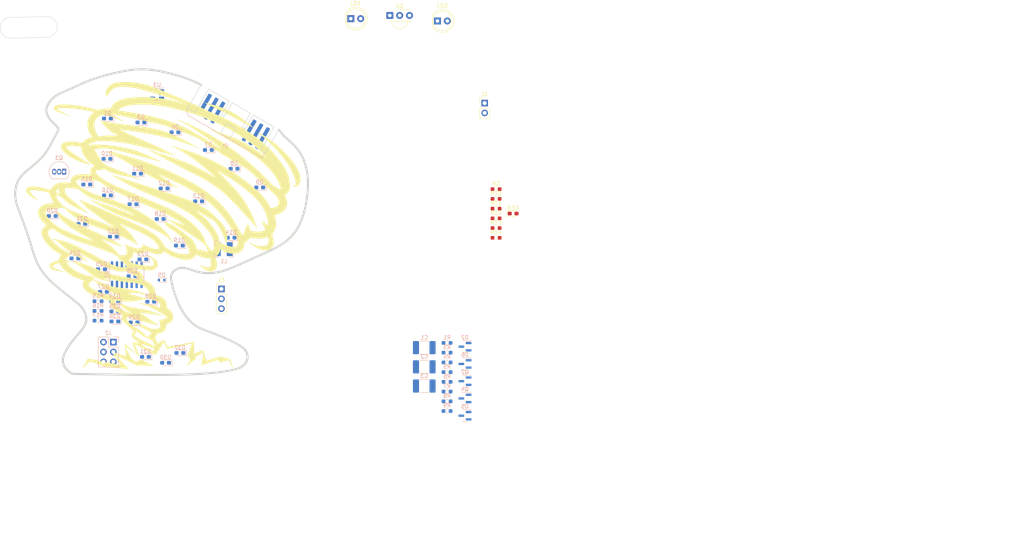
<source format=kicad_pcb>
(kicad_pcb (version 20221018) (generator pcbnew)
  (layers (0 "F.Cu" signal) (31 "B.Cu" signal) (34 "B.Paste" user) (35 "F.Paste" user) (36 "B.SilkS" user "B.Silkscreen") (37 "F.SilkS" user "F.Silkscreen") (38 "B.Mask" user) (39 "F.Mask" user) (44 "Edge.Cuts" user))
  (net 0 "")
  (net 1 "/Battery_VIN")
  (net 2 "GND")
  (net 3 "+3V3")
  (net 4 "Net-(U2-Vs)")
  (net 8 "/UPDI_protected")
  (net 9 "Net-(D6-K)")
  (net 10 "/UPDI")
  (net 11 "Net-(U3-SW)")
  (net 12 "Net-(LD1-C)")
  (net 13 "Net-(LD1-A)")
  (net 14 "Net-(LD2-A)")
  (net 15 "Net-(Q2-D)")
  (net 17 "Net-(Q3-C)")
  (net 18 "Net-(Q4-B)")
  (net 19 "Net-(Q4-E)")
  (net 20 "Net-(Q4-C)")
  (net 24 "/LED_RED")
  (net 25 "/LED_GREEN")
  (net 26 "/CS{slash}MISO")
  (net 27 "Net-(U3-VOUT)")
  (net 28 "Net-(D1-K)")
  (net 29 "Net-(D1-A)")
  (net 30 "Net-(D11-K)")
  (net 31 "Net-(D11-A)")
  (net 32 "Net-(D10-A)")
  (net 33 "Net-(D15-K)")
  (net 34 "/Charlie_Plex_1")
  (net 35 "/Charlie_Plex_2")
  (net 36 "/Charlie_Plex_3")
  (net 37 "/Charlie_Plex_4")
  (net 38 "/Charlie_Plex_5")
  (net 39 "/Charlie_Plex_6")
  (net 43 "Net-(D34-K)")
  (net 44 "/led_red")
  (net 45 "Net-(D35-K)")
  (net 46 "/led_green")
  (net 47 "Net-(D36-K)")
  (net 48 "/led_blue")
  (footprint "Resistor_SMD:R_0603_1608Metric_Pad0.98x0.95mm_HandSolder" (layer "F.Cu") (at 148.2105 86.168)
    (fp_text reference "R13" (at 0 -1.43) (layer "F.SilkS"))
    (fp_text value "220")
    (pad "1" smd roundrect (at -0.9125 0) (size 0.975 0.95) (layers "F.Cu" "F.Paste" "F.Mask") (net 33 "Net-(D15-K)"))
    (pad "2" smd roundrect (at 0.9125 0) (size 0.975 0.95) (layers "F.Cu" "F.Paste" "F.Mask") (net 38 "/Charlie_Plex_5"))
  )
  (footprint "OptoDevice:Vishay_MINICAST-3Pin" (layer "F.Cu") (at 120.816 31.341)
    (fp_text reference "U2" (at 2.5 -2.4 180) (layer "F.SilkS"))
    (fp_text value "TSOP382xx")
    (pad "1" thru_hole roundrect (at 0 0) (size 1.8 1.8) (drill 0.9) (layers "*.Cu" "*.Mask") (roundrect_rratio 0.139) (net 9 "Net-(D6-K)"))
    (pad "2" thru_hole circle (at 2.54 0) (size 1.8 1.8) (drill 0.9) (layers "*.Cu" "*.Mask") (net 2 "GND"))
    (pad "3" thru_hole circle (at 5.08 0) (size 1.8 1.8) (drill 0.9) (layers "*.Cu" "*.Mask") (net 4 "Net-(U2-Vs)"))
  )
  (footprint "Connector_PinHeader_2.54mm:PinHeader_1x02_P2.54mm_Vertical" (layer "F.Cu") (at 145.27 53.94)
    (fp_text reference "J1" (at 0 -2.33) (layer "F.SilkS"))
    (fp_text value "Conn_01x02_Male")
    (pad "1" thru_hole rect (at 0 0) (size 1.7 1.7) (drill 1) (layers "*.Cu" "*.Mask") (net 1 "/Battery_VIN"))
    (pad "2" thru_hole oval (at 0 2.54) (size 1.7 1.7) (drill 1) (layers "*.Cu" "*.Mask") (net 2 "GND"))
  )
  (footprint "Resistor_SMD:R_0603_1608Metric_Pad0.98x0.95mm_HandSolder" (layer "F.Cu") (at 148.2105 88.678)
    (fp_text reference "R14" (at 0 -1.43) (layer "F.SilkS"))
    (fp_text value "220")
    (pad "1" smd roundrect (at -0.9125 0) (size 0.975 0.95) (layers "F.Cu" "F.Paste" "F.Mask") (net 30 "Net-(D11-K)"))
    (pad "2" smd roundrect (at 0.9125 0) (size 0.975 0.95) (layers "F.Cu" "F.Paste" "F.Mask") (net 39 "/Charlie_Plex_6"))
  )
  (footprint "LED_SMD:LED_0603_1608Metric_Pad1.05x0.95mm_HandSolder" (layer "F.Cu") (at 152.6055 82.418)
    (fp_text reference "D33" (at 0 -1.43) (layer "F.SilkS"))
    (fp_text value "LED")
    (pad "1" smd roundrect (at -0.875 0) (size 1.05 0.95) (layers "F.Cu" "F.Paste" "F.Mask") (net 28 "Net-(D1-K)"))
    (pad "2" smd roundrect (at 0.875 0) (size 1.05 0.95) (layers "F.Cu" "F.Paste" "F.Mask") (net 31 "Net-(D11-A)"))
  )
  (footprint "Resistor_SMD:R_0603_1608Metric_Pad0.98x0.95mm_HandSolder" (layer "F.Cu") (at 148.2105 81.148)
    (fp_text reference "R11" (at 0 -1.43) (layer "F.SilkS"))
    (fp_text value "220")
    (pad "1" smd roundrect (at -0.9125 0) (size 0.975 0.95) (layers "F.Cu" "F.Paste" "F.Mask") (net 32 "Net-(D10-A)"))
    (pad "2" smd roundrect (at 0.9125 0) (size 0.975 0.95) (layers "F.Cu" "F.Paste" "F.Mask") (net 36 "/Charlie_Plex_3"))
  )
  (footprint "LED_THT:LED_D5.0mm" (layer "F.Cu") (at 110.756 32.166)
    (fp_text reference "LD1" (at 1.27 -3.96) (layer "F.SilkS"))
    (fp_text value "SPL_PL90")
    (pad "1" thru_hole rect (at 0 0) (size 1.8 1.8) (drill 0.9) (layers "*.Cu" "*.Mask") (net 12 "Net-(LD1-C)"))
    (pad "2" thru_hole circle (at 2.54 0) (size 1.8 1.8) (drill 0.9) (layers "*.Cu" "*.Mask") (net 13 "Net-(LD1-A)"))
  )
  (footprint "Resistor_SMD:R_0603_1608Metric_Pad0.98x0.95mm_HandSolder" (layer "F.Cu") (at 148.2105 78.638)
    (fp_text reference "R10" (at 0 -1.43) (layer "F.SilkS"))
    (fp_text value "220")
    (pad "1" smd roundrect (at -0.9125 0) (size 0.975 0.95) (layers "F.Cu" "F.Paste" "F.Mask") (net 28 "Net-(D1-K)"))
    (pad "2" smd roundrect (at 0.9125 0) (size 0.975 0.95) (layers "F.Cu" "F.Paste" "F.Mask") (net 35 "/Charlie_Plex_2"))
  )
  (footprint "Connector_PinHeader_2.54mm:PinHeader_1x03_P2.54mm_Vertical" (layer "F.Cu") (at 77.4 101.86)
    (fp_text reference "J3" (at 0 -2.33) (layer "F.SilkS"))
    (fp_text value "Conn_01x02")
    (pad "1" thru_hole rect (at 0 0) (size 1.7 1.7) (drill 1) (layers "*.Cu" "*.Mask") (net 3 "+3V3"))
    (pad "2" thru_hole oval (at 0 2.54) (size 1.7 1.7) (drill 1) (layers "*.Cu" "*.Mask") (net 10 "/UPDI"))
    (pad "3" thru_hole oval (at 0 5.08) (size 1.7 1.7) (drill 1) (layers "*.Cu" "*.Mask") (net 2 "GND"))
  )
  (footprint "Resistor_SMD:R_0603_1608Metric_Pad0.98x0.95mm_HandSolder" (layer "F.Cu") (at 148.2105 76.128)
    (fp_text reference "R2" (at 0 -1.43) (layer "F.SilkS"))
    (fp_text value "220")
    (pad "1" smd roundrect (at -0.9125 0) (size 0.975 0.95) (layers "F.Cu" "F.Paste" "F.Mask") (net 31 "Net-(D11-A)"))
    (pad "2" smd roundrect (at 0.9125 0) (size 0.975 0.95) (layers "F.Cu" "F.Paste" "F.Mask") (net 34 "/Charlie_Plex_1"))
  )
  (footprint "Resistor_SMD:R_0603_1608Metric_Pad0.98x0.95mm_HandSolder" (layer "F.Cu") (at 148.2105 83.658)
    (fp_text reference "R12" (at 0 -1.43) (layer "F.SilkS"))
    (fp_text value "220")
    (pad "1" smd roundrect (at -0.9125 0) (size 0.975 0.95) (layers "F.Cu" "F.Paste" "F.Mask") (net 29 "Net-(D1-A)"))
    (pad "2" smd roundrect (at 0.9125 0) (size 0.975 0.95) (layers "F.Cu" "F.Paste" "F.Mask") (net 37 "/Charlie_Plex_4"))
  )
  (footprint "LED_THT:LED_D5.0mm" (layer "F.Cu") (at 133.096 32.766)
    (fp_text reference "LD2" (at 1.27 -3.96) (layer "F.SilkS"))
    (fp_text value "SPL_PL90")
    (pad "1" thru_hole rect (at 0 0) (size 1.8 1.8) (drill 0.9) (layers "*.Cu" "*.Mask") (net 12 "Net-(LD1-C)"))
    (pad "2" thru_hole circle (at 2.54 0) (size 1.8 1.8) (drill 0.9) (layers "*.Cu" "*.Mask") (net 14 "Net-(LD2-A)"))
  )
  (footprint "LED_SMD:LED_0603_1608Metric_Pad1.05x0.95mm_HandSolder" (layer "B.Cu") (at 65.419 61.468 180)
    (fp_text reference "D4" (at 0 1.43) (layer "B.SilkS") (effects (justify mirror)))
    (fp_text value "LED")
    (pad "1" smd roundrect (at -0.875 0 180) (size 1.05 0.95) (layers "B.Cu" "B.Paste" "B.Mask") (net 30 "Net-(D11-K)"))
    (pad "2" smd roundrect (at 0.875 0 180) (size 1.05 0.95) (layers "B.Cu" "B.Paste" "B.Mask") (net 29 "Net-(D1-A)"))
  )
  (footprint "Package_TO_SOT_SMD:SOT-23" (layer "B.Cu") (at 140.195 134.545 180)
    (fp_text reference "U5" (at 0 2.4) (layer "B.SilkS") (effects (justify mirror)))
    (fp_text value "LM4040DBZ-5")
    (pad "1" smd roundrect (at -0.9375 0.95 180) (size 1.475 0.6) (layers "B.Cu" "B.Paste" "B.Mask") (net 3 "+3V3"))
    (pad "2" smd roundrect (at -0.9375 -0.95 180) (size 1.475 0.6) (layers "B.Cu" "B.Paste" "B.Mask") (net 18 "Net-(Q4-B)"))
    (pad "3" smd roundrect (at 0.9375 0 180) (size 1.475 0.6) (layers "B.Cu" "B.Paste" "B.Mask"))
  )
  (footprint "Package_TO_SOT_SMD:SOT-23" (layer "B.Cu") (at 140.195 130.095 180)
    (fp_text reference "Q4" (at 0 2.4) (layer "B.SilkS") (effects (justify mirror)))
    (fp_text value "MMBT3906")
    (pad "1" smd roundrect (at -0.9375 0.95 180) (size 1.475 0.6) (layers "B.Cu" "B.Paste" "B.Mask") (net 18 "Net-(Q4-B)"))
    (pad "2" smd roundrect (at -0.9375 -0.95 180) (size 1.475 0.6) (layers "B.Cu" "B.Paste" "B.Mask") (net 19 "Net-(Q4-E)"))
    (pad "3" smd roundrect (at 0.9375 0 180) (size 1.475 0.6) (layers "B.Cu" "B.Paste" "B.Mask") (net 20 "Net-(Q4-C)"))
  )
  (footprint "LED_SMD:LED_0603_1608Metric_Pad1.05x0.95mm_HandSolder" (layer "B.Cu") (at 79.897 88.646 180)
    (fp_text reference "D14" (at 0 1.43) (layer "B.SilkS") (effects (justify mirror)))
    (fp_text value "LED")
    (pad "1" smd roundrect (at -0.875 0 180) (size 1.05 0.95) (layers "B.Cu" "B.Paste" "B.Mask") (net 32 "Net-(D10-A)"))
    (pad "2" smd roundrect (at 0.875 0 180) (size 1.05 0.95) (layers "B.Cu" "B.Paste" "B.Mask") (net 30 "Net-(D11-K)"))
  )
  (footprint "LED_SMD:LED_0603_1608Metric_Pad1.05x0.95mm_HandSolder" (layer "B.Cu") (at 74.027 66.04 180)
    (fp_text reference "D7" (at 0 1.43) (layer "B.SilkS") (effects (justify mirror)))
    (fp_text value "LED")
    (pad "1" smd roundrect (at -0.875 0 180) (size 1.05 0.95) (layers "B.Cu" "B.Paste" "B.Mask") (net 29 "Net-(D1-A)"))
    (pad "2" smd roundrect (at 0.875 0 180) (size 1.05 0.95) (layers "B.Cu" "B.Paste" "B.Mask") (net 31 "Net-(D11-A)"))
  )
  (footprint "LED_SMD:LED_0603_1608Metric_Pad1.05x0.95mm_HandSolder" (layer "B.Cu") (at 55.767 72.136 180)
    (fp_text reference "D11" (at 0 1.43) (layer "B.SilkS") (effects (justify mirror)))
    (fp_text value "LED")
    (pad "1" smd roundrect (at -0.875 0 180) (size 1.05 0.95) (layers "B.Cu" "B.Paste" "B.Mask") (net 30 "Net-(D11-K)"))
    (pad "2" smd roundrect (at 0.875 0 180) (size 1.05 0.95) (layers "B.Cu" "B.Paste" "B.Mask") (net 31 "Net-(D11-A)"))
  )
  (footprint "Package_TO_SOT_SMD:SOT-23" (layer "B.Cu") (at 140.195 121.195 180)
    (fp_text reference "D6" (at 0 2.4) (layer "B.SilkS") (effects (justify mirror)))
    (fp_text value "D_Schottky_Small")
    (pad "1" smd roundrect (at -0.9375 0.95 180) (size 1.475 0.6) (layers "B.Cu" "B.Paste" "B.Mask") (net 9 "Net-(D6-K)"))
    (pad "2" smd roundrect (at -0.9375 -0.95 180) (size 1.475 0.6) (layers "B.Cu" "B.Paste" "B.Mask") (net 8 "/UPDI_protected"))
    (pad "3" smd roundrect (at 0.9375 0 180) (size 1.475 0.6) (layers "B.Cu" "B.Paste" "B.Mask"))
  )
  (footprint "LED_SMD:LED_0603_1608Metric_Pad1.05x0.95mm_HandSolder" (layer "B.Cu") (at 39.624 93.98 180)
    (fp_text reference "D24" (at 0 1.43) (layer "B.SilkS") (effects (justify mirror)))
    (fp_text value "LED")
    (pad "1" smd roundrect (at -0.875 0 180) (size 1.05 0.95) (layers "B.Cu" "B.Paste" "B.Mask") (net 28 "Net-(D1-K)"))
    (pad "2" smd roundrect (at 0.875 0 180) (size 1.05 0.95) (layers "B.Cu" "B.Paste" "B.Mask") (net 32 "Net-(D10-A)"))
  )
  (footprint "Resistor_SMD:R_0603_1608Metric_Pad0.98x0.95mm_HandSolder" (layer "B.Cu") (at 45.58 110.036 180)
    (fp_text reference "R17" (at 0 1.43) (layer "B.SilkS") (effects (justify mirror)))
    (fp_text value "220")
    (pad "1" smd roundrect (at -0.9125 0 180) (size 0.975 0.95) (layers "B.Cu" "B.Paste" "B.Mask") (net 47 "Net-(D36-K)"))
    (pad "2" smd roundrect (at 0.9125 0 180) (size 0.975 0.95) (layers "B.Cu" "B.Paste" "B.Mask") (net 2 "GND"))
  )
  (footprint "Package_TO_SOT_SMD:SOT-23" (layer "B.Cu") (at 140.195 125.645 180)
    (fp_text reference "Q2" (at 0 2.4) (layer "B.SilkS") (effects (justify mirror)))
    (fp_text value "PMOS")
    (pad "1" smd roundrect (at -0.9375 0.95 180) (size 1.475 0.6) (layers "B.Cu" "B.Paste" "B.Mask") (net 15 "Net-(Q2-D)"))
    (pad "2" smd roundrect (at -0.9375 -0.95 180) (size 1.475 0.6) (layers "B.Cu" "B.Paste" "B.Mask"))
    (pad "3" smd roundrect (at 0.9375 0 180) (size 1.475 0.6) (layers "B.Cu" "B.Paste" "B.Mask") (net 12 "Net-(LD1-C)"))
  )
  (footprint "Resistor_SMD:R_0603_1608Metric_Pad0.98x0.95mm_HandSolder" (layer "B.Cu") (at 135.575 123.305 180)
    (fp_text reference "R5" (at 0 1.43) (layer "B.SilkS") (effects (justify mirror)))
    (fp_text value "220")
    (pad "1" smd roundrect (at -0.9125 0 180) (size 0.975 0.95) (layers "B.Cu" "B.Paste" "B.Mask") (net 17 "Net-(Q3-C)"))
    (pad "2" smd roundrect (at 0.9125 0 180) (size 0.975 0.95) (layers "B.Cu" "B.Paste" "B.Mask") (net 18 "Net-(Q4-B)"))
  )
  (footprint "LED_SMD:LED_0603_1608Metric_Pad1.05x0.95mm_HandSolder" (layer "B.Cu") (at 47.893 68.326 180)
    (fp_text reference "D10" (at 0 1.43) (layer "B.SilkS") (effects (justify mirror)))
    (fp_text value "LED")
    (pad "1" smd roundrect (at -0.875 0 180) (size 1.05 0.95) (layers "B.Cu" "B.Paste" "B.Mask") (net 29 "Net-(D1-A)"))
    (pad "2" smd roundrect (at 0.875 0 180) (size 1.05 0.95) (layers "B.Cu" "B.Paste" "B.Mask") (net 32 "Net-(D10-A)"))
  )
  (footprint "LED_SMD:LED_0603_1608Metric_Pad1.05x0.95mm_HandSolder" (layer "B.Cu") (at 57.799 119.38 180)
    (fp_text reference "D31" (at 0 1.43) (layer "B.SilkS") (effects (justify mirror)))
    (fp_text value "LED")
    (pad "1" smd roundrect (at -0.875 0 180) (size 1.05 0.95) (layers "B.Cu" "B.Paste" "B.Mask") (net 29 "Net-(D1-A)"))
    (pad "2" smd roundrect (at 0.875 0 180) (size 1.05 0.95) (layers "B.Cu" "B.Paste" "B.Mask") (net 30 "Net-(D11-K)"))
  )
  (footprint "Resistor_SMD:R_0603_1608Metric_Pad0.98x0.95mm_HandSolder" (layer "B.Cu") (at 135.575 128.325 180)
    (fp_text reference "R7" (at 0 1.43) (layer "B.SilkS") (effects (justify mirror)))
    (fp_text value "3.3")
    (pad "1" smd roundrect (at -0.9125 0 180) (size 0.975 0.95) (layers "B.Cu" "B.Paste" "B.Mask") (net 3 "+3V3"))
    (pad "2" smd roundrect (at 0.9125 0 180) (size 0.975 0.95) (layers "B.Cu" "B.Paste" "B.Mask") (net 19 "Net-(Q4-E)"))
  )
  (footprint "LED_SMD:LED_0603_1608Metric_Pad1.05x0.95mm_HandSolder" (layer "B.Cu") (at 87.263 75.692 180)
    (fp_text reference "D9" (at 0 1.43) (layer "B.SilkS") (effects (justify mirror)))
    (fp_text value "LED")
    (pad "1" smd roundrect (at -0.875 0 180) (size 1.05 0.95) (layers "B.Cu" "B.Paste" "B.Mask") (net 30 "Net-(D11-K)"))
    (pad "2" smd roundrect (at 0.875 0 180) (size 1.05 0.95) (layers "B.Cu" "B.Paste" "B.Mask") (net 28 "Net-(D1-K)"))
  )
  (footprint "Resistor_SMD:R_0603_1608Metric_Pad0.98x0.95mm_HandSolder" (layer "B.Cu") (at 45.58 107.526 180)
    (fp_text reference "R16" (at 0 1.43) (layer "B.SilkS") (effects (justify mirror)))
    (fp_text value "220")
    (pad "1" smd roundrect (at -0.9125 0 180) (size 0.975 0.95) (layers "B.Cu" "B.Paste" "B.Mask") (net 45 "Net-(D35-K)"))
    (pad "2" smd roundrect (at 0.9125 0 180) (size 0.975 0.95) (layers "B.Cu" "B.Paste" "B.Mask") (net 2 "GND"))
  )
  (footprint "Connector_PCBEdge:molex_EDGELOCK_6-CKT" (layer "B.Cu") (at 80.518 58.681 -30)
    (fp_text reference "J4" (at 1.4 6.384314 150) (layer "B.SilkS") (effects (justify mirror)))
    (fp_text value "Conn_01x06")
    (fp_line (start -11.95 -4) (end -11.95 2.7) (stroke (width 0.12)) (layer "Edge.Cuts"))
    (fp_line (start -11.55 3.1) (end -10.15 3.1) (stroke (width 0.12)) (layer "Edge.Cuts"))
    (fp_line (start -9.75 -4) (end -3.55 -4) (stroke (width 0.12)) (layer "Edge.Cuts"))
    (fp_line (start -9.75 2.7) (end -9.75 -4) (stroke (width 0.12)) (layer "Edge.Cuts"))
    (fp_line (start -3.55 -4) (end -3.55 0) (stroke (width 0.12)) (layer "Edge.Cuts"))
    (fp_line (start -3.35 0.2) (end -2.9 0.2) (stroke (width 0.12)) (layer "Edge.Cuts"))
    (fp_line (start -2.7 -4) (end 2.7 -4) (stroke (width 0.12)) (layer "Edge.Cuts"))
    (fp_line (start -2.7 0) (end -2.7 -4) (stroke (width 0.12)) (layer "Edge.Cuts"))
    (fp_line (start -1.4 3.9) (end -1.4 1.65) (stroke (width 0.12)) (layer "Edge.Cuts"))
    (fp_line (start -1 1.25) (end 1 1.25) (stroke (width 0.12)) (layer "Edge.Cuts"))
    (fp_line (start 1 4.3) (end -1 4.3) (stroke (width 0.12)) (layer "Edge.Cuts"))
    (fp_line (start 1.4 1.65) (end 1.4 3.9) (stroke (width 0.12)) (layer "Edge.Cuts"))
    (fp_line (start 2.7 -4) (end 2.7 0) (stroke (width 0.12)) (layer "Edge.Cuts"))
    (fp_line (start 2.9 0.2) (end 3.35 0.2) (stroke (width 0.12)) (layer "Edge.Cuts"))
    (fp_line (start 3.55 -4) (end 9.75 -4) (stroke (width 0.12)) (layer "Edge.Cuts"))
    (fp_line (start 3.55 0) (end 3.55 -4) (stroke (width 0.12)) (layer "Edge.Cuts"))
    (fp_line (start 9.75 -4) (end 9.75 2.7) (stroke (width 0.12)) (layer "Edge.Cuts"))
    (fp_line (start 10.15 3.1) (end 10.75 3.1) (stroke (width 0.12)) (layer "Edge.Cuts"))
    (fp_line (start 11.15 2.7) (end 11.15 -4) (stroke (width 0.12)) (layer "Edge.Cuts"))
    (fp_arc (start -11.55 3.1) (mid -11.832843 2.982843) (end -11.95 2.7) (stroke (width 0.12)) (layer "Edge.Cuts"))
    (fp_arc (start -9.75 2.7) (mid -9.867157 2.982843) (end -10.15 3.1) (stroke (width 0.12)) (layer "Edge.Cuts"))
    (fp_arc (start -3.35 0.2) (mid -3.491421 0.141421) (end -3.55 0) (stroke (width 0.12)) (layer "Edge.Cuts"))
    (fp_arc (start -2.7 0) (mid -2.758579 0.141421) (end -2.9 0.2) (stroke (width 0.12)) (layer "Edge.Cuts"))
    (fp_arc (start -1.4 1.65) (mid -1.282843 1.367157) (end -1 1.25) (stroke (width 0.12)) (layer "Edge.Cuts"))
    (fp_arc (start -1 4.3) (mid -1.282843 4.182843) (end -1.4 3.9) (stroke (width 0.12)) (layer "Edge.Cuts"))
    (fp_arc (start 1 1.25) (mid 1.282843 1.367157) (end 1.4 1.65) (stroke (width 0.12)) (layer "Edge.Cuts"))
    (fp_arc (start 1.4 3.9) (mid 1.282843 4.182843) (end 1 4.3) (stroke (width 0.12)) (layer "Edge.Cuts"))
    (fp_arc (start 2.9 0.2) (mid 2.758579 0.141421) (end 2.7 0) (stroke (width 0.12)) (layer "Edge.Cuts"))
    (fp_arc (start 3.55 0) (mid 3.491421 0.141421) (end 3.35 0.2) (stroke (width 0.12)) (layer "Edge.Cuts"))
    (fp_arc (start 10.15 3.1) (mid 9.867157 2.982843) (end 9.75 2.7) (stroke (width 0.12)) (layer "Edge.Cuts"))
    (fp_arc (start 11.15 2.7) (mid 11.032843 2.982843) (end 10.75 3.1) (stroke (width 0.12)) (layer "Edge.Cuts"))
    (pad "1" connect roundrect (at -8.65 0 330) (size 1 6.2) (layers "B.Cu" "B.Mask") (roundrect_rratio 0.2) (net 3 "+3V3"))
    (pad "2" connect roundrect (at -6.65 0 330) (size 1 6.2) (layers "B.Cu" "B.Mask") (roundrect_rratio 0.2) (net 1 "/Battery_VIN"))
    (pad "3" connect roundrect (at -4.65 0 330) (size 1 6.2) (layers "B.Cu" "B.Mask") (roundrect_rratio 0.2) (net 24 "/LED_RED"))
    (pad "4" connect roundrect (at 4.65 0 330) (size 1 6.2) (layers "B.Cu" "B.Mask") (roundrect_rratio 0.2) (net 25 "/LED_GREEN"))
    (pad "5" connect roundrect (at 6.65 0 330) (size 1 6.2) (layers "B.Cu" "B.Mask") (roundrect_rratio 0.2) (net 26 "/CS{slash}MISO"))
    (pad "6" connect roundrect (at 8.65 0 330) (size 1 6.2) (layers "B.Cu" "B.Mask") (roundrect_rratio 0.2) (net 2 "GND"))
  )
  (footprint "LED_SMD:LED_0603_1608Metric_Pad1.05x0.95mm_HandSolder" (layer "B.Cu") (at 59.182 105.156 180)
    (fp_text reference "D28" (at 0 1.43) (layer "B.SilkS") (effects (justify mirror)))
    (fp_text value "LED")
    (pad "1" smd roundrect (at -0.875 0 180) (size 1.05 0.95) (layers "B.Cu" "B.Paste" "B.Mask") (net 28 "Net-(D1-K)"))
    (pad "2" smd roundrect (at 0.875 0 180) (size 1.05 0.95) (layers "B.Cu" "B.Paste" "B.Mask") (net 30 "Net-(D11-K)"))
  )
  (footprint "LED_SMD:LED_0603_1608Metric_Pad1.05x0.95mm_HandSolder" (layer "B.Cu") (at 41.402 85.09 180)
    (fp_text reference "D21" (at 0 1.43) (layer "B.SilkS") (effects (justify mirror)))
    (fp_text value "LED")
    (pad "1" smd roundrect (at -0.875 0 180) (size 1.05 0.95) (layers "B.Cu" "B.Paste" "B.Mask") (net 31 "Net-(D11-A)"))
    (pad "2" smd roundrect (at 0.875 0 180) (size 1.05 0.95) (layers "B.Cu" "B.Paste" "B.Mask") (net 28 "Net-(D1-K)"))
  )
  (footprint "LED_SMD:LED_0603_1608Metric_Pad1.05x0.95mm_HandSolder" (layer "B.Cu") (at 66.548 90.678 180)
    (fp_text reference "D19" (at 0 1.43) (layer "B.SilkS") (effects (justify mirror)))
    (fp_text value "LED")
    (pad "1" smd roundrect (at -0.875 0 180) (size 1.05 0.95) (layers "B.Cu" "B.Paste" "B.Mask") (net 32 "Net-(D10-A)"))
    (pad "2" smd roundrect (at 0.875 0 180) (size 1.05 0.95) (layers "B.Cu" "B.Paste" "B.Mask") (net 31 "Net-(D11-A)"))
  )
  (footprint "LED_SMD:LED_0603_1608Metric_Pad1.05x0.95mm_HandSolder" (layer "B.Cu") (at 56.642 58.928 180)
    (fp_text reference "D3" (at 0 1.43) (layer "B.SilkS") (effects (justify mirror)))
    (fp_text value "LED")
    (pad "1" smd roundrect (at -0.875 0 180) (size 1.05 0.95) (layers "B.Cu" "B.Paste" "B.Mask") (net 29 "Net-(D1-A)"))
    (pad "2" smd roundrect (at 0.875 0 180) (size 1.05 0.95) (layers "B.Cu" "B.Paste" "B.Mask") (net 28 "Net-(D1-K)"))
  )
  (footprint "Connector_PinHeader_2.54mm:PinHeader_2x03_P2.54mm_Vertical" (layer "B.Cu") (at 49.53 115.57 180)
    (fp_text reference "J2" (at 1.27 2.33) (layer "B.SilkS") (effects (justify mirror)))
    (fp_text value "Conn_02x03_Counter_Clockwise")
    (pad "1" thru_hole rect (at 0 0 180) (size 1.7 1.7) (drill 1) (layers "*.Cu" "*.Mask") (net 1 "/Battery_VIN"))
    (pad "2" thru_hole oval (at 2.54 0 180) (size 1.7 1.7) (drill 1) (layers "*.Cu" "*.Mask") (net 2 "GND"))
    (pad "3" thru_hole oval (at 0 -2.54 180) (size 1.7 1.7) (drill 1) (layers "*.Cu" "*.Mask") (net 24 "/LED_RED"))
    (pad "4" thru_hole oval (at 2.54 -2.54 180) (size 1.7 1.7) (drill 1) (layers "*.Cu" "*.Mask"))
    (pad "5" thru_hole oval (at 0 -5.08 180) (size 1.7 1.7) (drill 1) (layers "*.Cu" "*.Mask"))
    (pad "6" thru_hole oval (at 2.54 -5.08 180) (size 1.7 1.7) (drill 1) (layers "*.Cu" "*.Mask"))
  )
  (footprint "Resistor_SMD:R_0603_1608Metric_Pad0.98x0.95mm_HandSolder" (layer "B.Cu") (at 45.58 105.016 180)
    (fp_text reference "R15" (at 0 1.43) (layer "B.SilkS") (effects (justify mirror)))
    (fp_text value "220")
    (pad "1" smd roundrect (at -0.9125 0 180) (size 0.975 0.95) (layers "B.Cu" "B.Paste" "B.Mask") (net 43 "Net-(D34-K)"))
    (pad "2" smd roundrect (at 0.9125 0 180) (size 0.975 0.95) (layers "B.Cu" "B.Paste" "B.Mask") (net 2 "GND"))
  )
  (footprint "Package_TO_SOT_SMD:SOT-23" (layer "B.Cu") (at 140.195 116.745 180)
    (fp_text reference "D2" (at 0 2.4) (layer "B.SilkS") (effects (justify mirror)))
    (fp_text value "BAT54C")
    (pad "1" smd roundrect (at -0.9375 0.95 180) (size 1.475 0.6) (layers "B.Cu" "B.Paste" "B.Mask"))
    (pad "2" smd roundrect (at -0.9375 -0.95 180) (size 1.475 0.6) (layers "B.Cu" "B.Paste" "B.Mask"))
    (pad "3" smd roundrect (at 0.9375 0 180) (size 1.475 0.6) (layers "B.Cu" "B.Paste" "B.Mask"))
  )
  (footprint "LED_SMD:LED_0603_1608Metric_Pad1.05x0.95mm_HandSolder" (layer "B.Cu") (at 49.925 105.056 180)
    (fp_text reference "D34" (at 0 1.43) (layer "B.SilkS") (effects (justify mirror)))
    (fp_text value "LED")
    (pad "1" smd roundrect (at -0.875 0 180) (size 1.05 0.95) (layers "B.Cu" "B.Paste" "B.Mask") (net 43 "Net-(D34-K)"))
    (pad "2" smd roundrect (at 0.875 0 180) (size 1.05 0.95) (layers "B.Cu" "B.Paste" "B.Mask") (net 44 "/led_red"))
  )
  (footprint "LED_SMD:LED_0603_1608Metric_Pad1.05x0.95mm_HandSolder" (layer "B.Cu") (at 48.006 57.912 180)
    (fp_text reference "D1" (at 0 1.43) (layer "B.SilkS") (effects (justify mirror)))
    (fp_text value "LED")
    (pad "1" smd roundrect (at -0.875 0 180) (size 1.05 0.95) (layers "B.Cu" "B.Paste" "B.Mask") (net 28 "Net-(D1-K)"))
    (pad "2" smd roundrect (at 0.875 0 180) (size 1.05 0.95) (layers "B.Cu" "B.Paste" "B.Mask") (net 29 "Net-(D1-A)"))
  )
  (footprint "LED_SMD:LED_0603_1608Metric_Pad1.05x0.95mm_HandSolder" (layer "B.Cu") (at 49.925 107.646 180)
    (fp_text reference "D35" (at 0 1.43) (layer "B.SilkS") (effects (justify mirror)))
    (fp_text value "LED")
    (pad "1" smd roundrect (at -0.875 0 180) (size 1.05 0.95) (layers "B.Cu" "B.Paste" "B.Mask") (net 45 "Net-(D35-K)"))
    (pad "2" smd roundrect (at 0.875 0 180) (size 1.05 0.95) (layers "B.Cu" "B.Paste" "B.Mask") (net 46 "/led_green"))
  )
  (footprint "Resistor_SMD:R_0603_1608Metric_Pad0.98x0.95mm_HandSolder" (layer "B.Cu") (at 135.575 120.795 180)
    (fp_text reference "R4" (at 0 1.43) (layer "B.SilkS") (effects (justify mirror)))
    (fp_text value "220")
    (pad "1" smd roundrect (at -0.9125 0 180) (size 0.975 0.95) (layers "B.Cu" "B.Paste" "B.Mask") (net 8 "/UPDI_protected"))
    (pad "2" smd roundrect (at 0.9125 0 180) (size 0.975 0.95) (layers "B.Cu" "B.Paste" "B.Mask") (net 10 "/UPDI"))
  )
  (footprint "Resistor_SMD:R_0603_1608Metric_Pad0.98x0.95mm_HandSolder" (layer "B.Cu") (at 135.575 133.345 180)
    (fp_text reference "R9" (at 0 1.43) (layer "B.SilkS") (effects (justify mirror)))
    (fp_text value "3.3")
    (pad "1" smd roundrect (at -0.9125 0 180) (size 0.975 0.95) (layers "B.Cu" "B.Paste" "B.Mask") (net 20 "Net-(Q4-C)"))
    (pad "2" smd roundrect (at 0.9125 0 180) (size 0.975 0.95) (layers "B.Cu" "B.Paste" "B.Mask") (net 13 "Net-(LD1-A)"))
  )
  (footprint "Resistor_SMD:R_0603_1608Metric_Pad0.98x0.95mm_HandSolder" (layer "B.Cu") (at 135.575 125.815 180)
    (fp_text reference "R6" (at 0 1.43) (layer "B.SilkS") (effects (justify mirror)))
    (fp_text value "1.8k")
    (pad "1" smd roundrect (at -0.9125 0 180) (size 0.975 0.95) (layers "B.Cu" "B.Paste" "B.Mask") (net 3 "+3V3"))
    (pad "2" smd roundrect (at 0.9125 0 180) (size 0.975 0.95) (layers "B.Cu" "B.Paste" "B.Mask") (net 17 "Net-(Q3-C)"))
  )
  (footprint "LED_SMD:LED_0603_1608Metric_Pad1.05x0.95mm_HandSolder" (layer "B.Cu") (at 48.006 77.724 180)
    (fp_text reference "D16" (at 0 1.43) (layer "B.SilkS") (effects (justify mirror)))
    (fp_text value "LED")
    (pad "1" smd roundrect (at -0.875 0 180) (size 1.05 0.95) (layers "B.Cu" "B.Paste" "B.Mask") (net 30 "Net-(D11-K)"))
    (pad "2" smd roundrect (at 0.875 0 180) (size 1.05 0.95) (layers "B.Cu" "B.Paste" "B.Mask") (net 33 "Net-(D15-K)"))
  )
  (footprint "Diode_SMD:D_SOD-523" (layer "B.Cu") (at 61.976 99.568 180)
    (fp_text reference "D5" (at 0 1.3) (layer "B.SilkS") (effects (justify mirror)))
    (fp_text value "ESD5Zxx")
    (pad "1" smd roundrect (at -0.7 0) (size 0.6 0.7) (layers "B.Cu" "B.Paste" "B.Mask") (net 8 "/UPDI_protected"))
    (pad "2" smd roundrect (at 0.7 0) (size 0.6 0.7) (layers "B.Cu" "B.Paste" "B.Mask") (net 2 "GND"))
  )
  (footprint "LED_SMD:LED_0603_1608Metric_Pad1.05x0.95mm_HandSolder" (layer "B.Cu") (at 33.782 83.058 180)
    (fp_text reference "D20" (at 0 1.43) (layer "B.SilkS") (effects (justify mirror)))
    (fp_text value "LED")
    (pad "1" smd roundrect (at -0.875 0 180) (size 1.05 0.95) (layers "B.Cu" "B.Paste" "B.Mask") (net 31 "Net-(D11-A)"))
    (pad "2" smd roundrect (at 0.875 0 180) (size 1.05 0.95) (layers "B.Cu" "B.Paste" "B.Mask") (net 32 "Net-(D10-A)"))
  )
  (footprint "LED_SMD:LED_0603_1608Metric_Pad1.05x0.95mm_HandSolder" (layer "B.Cu") (at 62.625 75.946 180)
    (fp_text reference "D12" (at 0 1.43) (layer "B.SilkS") (effects (justify mirror)))
    (fp_text value "LED")
    (pad "1" smd roundrect (at -0.875 0 180) (size 1.05 0.95) (layers "B.Cu" "B.Paste" "B.Mask") (net 31 "Net-(D11-A)"))
    (pad "2" smd roundrect (at 0.875 0 180) (size 1.05 0.95) (layers "B.Cu" "B.Paste" "B.Mask") (net 30 "Net-(D11-K)"))
  )
  (footprint "Capacitor_SMD:C_1812_4532Metric_Pad1.57x3.40mm_HandSolder" (layer "B.Cu") (at 129.695 116.995 180)
    (fp_text reference "C1" (at 0 2.65) (layer "B.SilkS") (effects (justify mirror)))
    (fp_text value "C")
    (pad "1" smd roundrect (at -2.1375 0 180) (size 1.575 3.4) (layers "B.Cu" "B.Paste" "B.Mask") (roundrect_rratio 0.15873) (net 27 "Net-(U3-VOUT)"))
    (pad "2" smd roundrect (at 2.1375 0 180) (size 1.575 3.4) (layers "B.Cu" "B.Paste" "B.Mask") (roundrect_rratio 0.15873) (net 2 "GND"))
  )
  (footprint "Package_TO_SOT_SMD:SOT-23-5" (layer "B.Cu") (at 60.8275 51.628 180)
    (fp_text reference "U3" (at 0 2.4) (layer "B.SilkS") (effects (justify mirror)))
    (fp_text value "TPS613221ADBV")
    (pad "1" smd roundrect (at -1.1375 0.95 180) (size 1.325 0.6) (layers "B.Cu" "B.Paste" "B.Mask") (net 11 "Net-(U3-SW)"))
    (pad "2" smd roundrect (at -1.1375 0 180) (size 1.325 0.6) (layers "B.Cu" "B.Paste" "B.Mask") (net 2 "GND"))
    (pad "3" smd roundrect (at -1.1375 -0.95 180) (size 1.325 0.6) (layers "B.Cu" "B.Paste" "B.Mask"))
    (pad "4" smd roundrect (at 1.1375 -0.95 180) (size 1.325 0.6) (layers "B.Cu" "B.Paste" "B.Mask") (net 27 "Net-(U3-VOUT)"))
    (pad "5" smd roundrect (at 1.1375 0.95 180) (size 1.325 0.6) (layers "B.Cu" "B.Paste" "B.Mask"))
  )
  (footprint "LED_SMD:LED_0603_1608Metric_Pad1.05x0.95mm_HandSolder" (layer "B.Cu") (at 61.609 83.82 180)
    (fp_text reference "D18" (at 0 1.43) (layer "B.SilkS") (effects (justify mirror)))
    (fp_text value "LED")
    (pad "1" smd roundrect (at -0.875 0 180) (size 1.05 0.95) (layers "B.Cu" "B.Paste" "B.Mask") (net 32 "Net-(D10-A)"))
    (pad "2" smd roundrect (at 0.875 0 180) (size 1.05 0.95) (layers "B.Cu" "B.Paste" "B.Mask") (net 33 "Net-(D15-K)"))
  )
  (footprint "Package_TO_SOT_THT:TO-92_Inline" (layer "B.Cu") (at 36.83 71.628 180)
    (fp_text reference "Q3" (at 1.27 3.56) (layer "B.SilkS") (effects (justify mirror)))
    (fp_text value "2N3904")
    (pad "1" thru_hole rect (at 0 0 180) (size 1.05 1.5) (drill 0.75) (layers "*.Cu" "*.Mask") (net 15 "Net-(Q2-D)"))
    (pad "2" thru_hole oval (at 1.27 0 180) (size 1.05 1.5) (drill 0.75) (layers "*.Cu" "*.Mask") (net 8 "/UPDI_protected"))
    (pad "3" thru_hole oval (at 2.54 0 180) (size 1.05 1.5) (drill 0.75) (layers "*.Cu" "*.Mask") (net 17 "Net-(Q3-C)"))
  )
  (footprint "LED_SMD:LED_0603_1608Metric_Pad1.05x0.95mm_HandSolder" (layer "B.Cu") (at 71.515 79.248 180)
    (fp_text reference "D13" (at 0 1.43) (layer "B.SilkS") (effects (justify mirror)))
    (fp_text value "LED")
    (pad "1" smd roundrect (at -0.875 0 180) (size 1.05 0.95) (layers "B.Cu" "B.Paste" "B.Mask") (net 30 "Net-(D11-K)"))
    (pad "2" smd roundrect (at 0.875 0 180) (size 1.05 0.95) (layers "B.Cu" "B.Paste" "B.Mask") (net 32 "Net-(D10-A)"))
  )
  (footprint "Resistor_SMD:R_0603_1608Metric_Pad0.98x0.95mm_HandSolder" (layer "B.Cu") (at 135.575 130.835 180)
    (fp_text reference "R8" (at 0 1.43) (layer "B.SilkS") (effects (justify mirror)))
    (fp_text value "3.3")
    (pad "1" smd roundrect (at -0.9125 0 180) (size 0.975 0.95) (layers "B.Cu" "B.Paste" "B.Mask") (net 20 "Net-(Q4-C)"))
    (pad "2" smd roundrect (at 0.9125 0 180) (size 0.975 0.95) (layers "B.Cu" "B.Paste" "B.Mask") (net 14 "Net-(LD2-A)"))
  )
  (footprint "Capacitor_SMD:C_1812_4532Metric_Pad1.57x3.40mm_HandSolder" (layer "B.Cu") (at 129.695 126.895 180)
    (fp_text reference "C3" (at 0 2.65) (layer "B.SilkS") (effects (justify mirror)))
    (fp_text value "4.7u")
    (pad "1" smd roundrect (at -2.1375 0 180) (size 1.575 3.4) (layers "B.Cu" "B.Paste" "B.Mask") (roundrect_rratio 0.15873) (net 1 "/Battery_VIN"))
    (pad "2" smd roundrect (at 2.1375 0 180) (size 1.575 3.4) (layers "B.Cu" "B.Paste" "B.Mask") (roundrect_rratio 0.15873) (net 2 "GND"))
  )
  (footprint "LED_SMD:LED_0603_1608Metric_Pad1.05x0.95mm_HandSolder" (layer "B.Cu") (at 54.61 80.01 180)
    (fp_text reference "D17" (at 0 1.43) (layer "B.SilkS") (effects (justify mirror)))
    (fp_text value "LED")
    (pad "1" smd roundrect (at -0.875 0 180) (size 1.05 0.95) (layers "B.Cu" "B.Paste" "B.Mask") (net 33 "Net-(D15-K)"))
    (pad "2" smd roundrect (at 0.875 0 180) (size 1.05 0.95) (layers "B.Cu" "B.Paste" "B.Mask") (net 32 "Net-(D10-A)"))
  )
  (footprint "LED_SMD:LED_0603_1608Metric_Pad1.05x0.95mm_HandSolder" (layer "B.Cu") (at 57.15 94.234 180)
    (fp_text reference "D23" (at 0 1.43) (layer "B.SilkS") (effects (justify mirror)))
    (fp_text value "LED")
    (pad "1" smd roundrect (at -0.875 0 180) (size 1.05 0.95) (layers "B.Cu" "B.Paste" "B.Mask") (net 32 "Net-(D10-A)"))
    (pad "2" smd roundrect (at 0.875 0 180) (size 1.05 0.95) (layers "B.Cu" "B.Paste" "B.Mask") (net 28 "Net-(D1-K)"))
  )
  (footprint "LED_SMD:LED_0603_1608Metric_Pad1.05x0.95mm_HandSolder" (layer "B.Cu") (at 54.356 98.552 180)
    (fp_text reference "D26" (at 0 1.43) (layer "B.SilkS") (effects (justify mirror)))
    (fp_text value "LED")
    (pad "1" smd roundrect (at -0.875 0 180) (size 1.05 0.95) (layers "B.Cu" "B.Paste" "B.Mask") (net 28 "Net-(D1-K)"))
    (pad "2" smd roundrect (at 0.875 0 180) (size 1.05 0.95) (layers "B.Cu" "B.Paste" "B.Mask") (net 33 "Net-(D15-K)"))
  )
  (footprint "Capacitor_SMD:C_1812_4532Metric_Pad1.57x3.40mm_HandSolder" (layer "B.Cu") (at 129.695 121.945 180)
    (fp_text reference "C2" (at 0 2.65) (layer "B.SilkS") (effects (justify mirror)))
    (fp_text value "4.7u")
    (pad "1" smd roundrect (at -2.1375 0 180) (size 1.575 3.4) (layers "B.Cu" "B.Paste" "B.Mask") (roundrect_rratio 0.15873) (net 4 "Net-(U2-Vs)"))
    (pad "2" smd roundrect (at 2.1375 0 180) (size 1.575 3.4) (layers "B.Cu" "B.Paste" "B.Mask") (roundrect_rratio 0.15873) (net 2 "GND"))
  )
  (footprint "Resistor_SMD:R_0603_1608Metric_Pad0.98x0.95mm_HandSolder" (layer "B.Cu") (at 135.575 118.285 180)
    (fp_text reference "R3" (at 0 1.43) (layer "B.SilkS") (effects (justify mirror)))
    (fp_text value "100")
    (pad "1" smd roundrect (at -0.9125 0 180) (size 0.975 0.95) (layers "B.Cu" "B.Paste" "B.Mask") (net 4 "Net-(U2-Vs)"))
    (pad "2" smd roundrect (at 0.9125 0 180) (size 0.975 0.95) (layers "B.Cu" "B.Paste" "B.Mask") (net 3 "+3V3"))
  )
  (footprint "LED_SMD:LED_0603_1608Metric_Pad1.05x0.95mm_HandSolder" (layer "B.Cu") (at 49.925 110.236 180)
    (fp_text reference "D36" (at 0 1.43) (layer "B.SilkS") (effects (justify mirror)))
    (fp_text value "LED")
    (pad "1" smd roundrect (at -0.875 0 180) (size 1.05 0.95) (layers "B.Cu" "B.Paste" "B.Mask") (net 47 "Net-(D36-K)"))
    (pad "2" smd roundrect (at 0.875 0 180) (size 1.05 0.95) (layers "B.Cu" "B.Paste" "B.Mask") (net 48 "/led_blue"))
  )
  (footprint "LED_SMD:LED_0603_1608Metric_Pad1.05x0.95mm_HandSolder" (layer "B.Cu") (at 66.689 118.364 180)
    (fp_text reference "D32" (at 0 1.43) (layer "B.SilkS") (effects (justify mirror)))
    (fp_text value "LED")
    (pad "1" smd roundrect (at -0.875 0 180) (size 1.05 0.95) (layers "B.Cu" "B.Paste" "B.Mask") (net 33 "Net-(D15-K)"))
    (pad "2" smd roundrect (at 0.875 0 180) (size 1.05 0.95) (layers "B.Cu" "B.Paste" "B.Mask") (net 30 "Net-(D11-K)"))
  )
  (footprint "Inductor_SMD:L_Bourns-SRN4018" (layer "B.Cu") (at 78 91.6 180)
    (fp_text reference "L1" (at 0 -3.1) (layer "B.SilkS") (effects (justify mirror)))
    (fp_text value "2.2u")
    (pad "1" smd rect (at -1.525 0 180) (size 1.5 3.6) (layers "B.Cu" "B.Paste" "B.Mask") (net 1 "/Battery_VIN"))
    (pad "2" smd rect (at 1.525 0 180) (size 1.5 3.6) (layers "B.Cu" "B.Paste" "B.Mask") (net 11 "Net-(U3-SW)"))
  )
  (footprint "LED_SMD:LED_0603_1608Metric_Pad1.05x0.95mm_HandSolder" (layer "B.Cu") (at 49.53 88.392 180)
    (fp_text reference "D22" (at 0 1.43) (layer "B.SilkS") (effects (justify mirror)))
    (fp_text value "LED")
    (pad "1" smd roundrect (at -0.875 0 180) (size 1.05 0.95) (layers "B.Cu" "B.Paste" "B.Mask") (net 31 "Net-(D11-A)"))
    (pad "2" smd roundrect (at 0.875 0 180) (size 1.05 0.95) (layers "B.Cu" "B.Paste" "B.Mask") (net 33 "Net-(D15-K)"))
  )
  (footprint "Package_SO:SOIC-14_3.9x8.7mm_P1.27mm" (layer "B.Cu") (at 53 98.2 -90)
    (fp_text reference "U1" (at 0 5.28 90) (layer "B.SilkS") (effects (justify mirror)))
    (fp_text value "ATtiny814-SS")
    (pad "1" smd roundrect (at -2.475 3.81 270) (size 1.95 0.6) (layers "B.Cu" "B.Paste" "B.Mask") (net 3 "+3V3"))
    (pad "2" smd roundrect (at -2.475 2.54 270) (size 1.95 0.6) (layers "B.Cu" "B.Paste" "B.Mask") (net 37 "/Charlie_Plex_4"))
    (pad "3" smd roundrect (at -2.475 1.27 270) (size 1.95 0.6) (layers "B.Cu" "B.Paste" "B.Mask") (net 38 "/Charlie_Plex_5"))
    (pad "4" smd roundrect (at -2.475 0 270) (size 1.95 0.6) (layers "B.Cu" "B.Paste" "B.Mask") (net 39 "/Charlie_Plex_6"))
    (pad "5" smd roundrect (at -2.475 -1.27 270) (size 1.95 0.6) (layers "B.Cu" "B.Paste" "B.Mask") (net 8 "/UPDI_protected"))
    (pad "6" smd roundrect (at -2.475 -2.54 270) (size 1.95 0.6) (layers "B.Cu" "B.Paste" "B.Mask"))
    (pad "7" smd roundrect (at -2.475 -3.81 270) (size 1.95 0.6) (layers "B.Cu" "B.Paste" "B.Mask") (net 48 "/led_blue"))
    (pad "8" smd roundrect (at 2.475 -3.81 270) (size 1.95 0.6) (layers "B.Cu" "B.Paste" "B.Mask") (net 46 "/led_green"))
    (pad "9" smd roundrect (at 2.475 -2.54 270) (size 1.95 0.6) (layers "B.Cu" "B.Paste" "B.Mask") (net 44 "/led_red"))
    (pad "10" smd roundrect (at 2.475 -1.27 270) (size 1.95 0.6) (layers "B.Cu" "B.Paste" "B.Mask") (net 10 "/UPDI"))
    (pad "11" smd roundrect (at 2.475 0 270) (size 1.95 0.6) (layers "B.Cu" "B.Paste" "B.Mask") (net 34 "/Charlie_Plex_1"))
    (pad "12" smd roundrect (at 2.475 1.27 270) (size 1.95 0.6) (layers "B.Cu" "B.Paste" "B.Mask") (net 35 "/Charlie_Plex_2"))
    (pad "13" smd roundrect (at 2.475 2.54 270) (size 1.95 0.6) (layers "B.Cu" "B.Paste" "B.Mask") (net 36 "/Charlie_Plex_3"))
    (pad "14" smd roundrect (at 2.475 3.81 270) (size 1.95 0.6) (layers "B.Cu" "B.Paste" "B.Mask") (net 2 "GND"))
  )
  (footprint "LED_SMD:LED_0603_1608Metric_Pad1.05x0.95mm_HandSolder" (layer "B.Cu") (at 46.482 96.774 180)
    (fp_text reference "D25" (at 0 1.43) (layer "B.SilkS") (effects (justify mirror)))
    (fp_text value "LED")
    (pad "1" smd roundrect (at -0.875 0 180) (size 1.05 0.95) (layers "B.Cu" "B.Paste" "B.Mask") (net 33 "Net-(D15-K)"))
    (pad "2" smd roundrect (at 0.875 0 180) (size 1.05 0.95) (layers "B.Cu" "B.Paste" "B.Mask") (net 28 "Net-(D1-K)"))
  )
  (footprint "LED_SMD:LED_0603_1608Metric_Pad1.05x0.95mm_HandSolder" (layer "B.Cu") (at 80.659 70.866 180)
    (fp_text reference "D8" (at 0 1.43) (layer "B.SilkS") (effects (justify mirror)))
    (fp_text value "LED")
    (pad "1" smd roundrect (at -0.875 0 180) (size 1.05 0.95) (layers "B.Cu" "B.Paste" "B.Mask") (net 31 "Net-(D11-A)"))
    (pad "2" smd roundrect (at 0.875 0 180) (size 1.05 0.95) (layers "B.Cu" "B.Paste" "B.Mask") (net 29 "Net-(D1-A)"))
  )
  (footprint "LED_SMD:LED_0603_1608Metric_Pad1.05x0.95mm_HandSolder" (layer "B.Cu") (at 46.99 102.616 180)
    (fp_text reference "D27" (at 0 1.43) (layer "B.SilkS") (effects (justify mirror)))
    (fp_text value "LED")
    (pad "1" smd roundrect (at -0.875 0 180) (size 1.05 0.95) (layers "B.Cu" "B.Paste" "B.Mask") (net 32 "Net-(D10-A)"))
    (pad "2" smd roundrect (at 0.875 0 180) (size 1.05 0.95) (layers "B.Cu" "B.Paste" "B.Mask") (net 29 "Net-(D1-A)"))
  )
  (footprint "LED_SMD:LED_0603_1608Metric_Pad1.05x0.95mm_HandSolder" (layer "B.Cu") (at 42.672 74.93 180)
    (fp_text reference "D15" (at 0 1.43) (layer "B.SilkS") (effects (justify mirror)))
    (fp_text value "LED")
    (pad "1" smd roundrect (at -0.875 0 180) (size 1.05 0.95) (layers "B.Cu" "B.Paste" "B.Mask") (net 33 "Net-(D15-K)"))
    (pad "2" smd roundrect (at 0.875 0 180) (size 1.05 0.95) (layers "B.Cu" "B.Paste" "B.Mask") (net 31 "Net-(D11-A)"))
  )
  (footprint "LED_SMD:LED_0603_1608Metric_Pad1.05x0.95mm_HandSolder" (layer "B.Cu") (at 62.992 120.904 180)
    (fp_text reference "D30" (at 0 1.43) (layer "B.SilkS") (effects (justify mirror)))
    (fp_text value "LED")
    (pad "1" smd roundrect (at -0.875 0 180) (size 1.05 0.95) (layers "B.Cu" "B.Paste" "B.Mask") (net 29 "Net-(D1-A)"))
    (pad "2" smd roundrect (at 0.875 0 180) (size 1.05 0.95) (layers "B.Cu" "B.Paste" "B.Mask") (net 33 "Net-(D15-K)"))
  )
  (footprint "Resistor_SMD:R_0603_1608Metric_Pad0.98x0.95mm_HandSolder" (layer "B.Cu") (at 135.575 115.775 180)
    (fp_text reference "R1" (at 0 1.43) (layer "B.SilkS") (effects (justify mirror)))
    (fp_text value "1.8k")
    (pad "1" smd roundrect (at -0.9125 0 180) (size 0.975 0.95) (layers "B.Cu" "B.Paste" "B.Mask") (net 8 "/UPDI_protected"))
    (pad "2" smd roundrect (at 0.9125 0 180) (size 0.975 0.95) (layers "B.Cu" "B.Paste" "B.Mask") (net 8 "/UPDI_protected"))
  )
  (footprint "LED_SMD:LED_0603_1608Metric_Pad1.05x0.95mm_HandSolder" (layer "B.Cu") (at 54.864 110.49 180)
    (fp_text reference "D29" (at 0 1.43) (layer "B.SilkS") (effects (justify mirror)))
    (fp_text value "LED")
    (pad "1" smd roundrect (at -0.875 0 180) (size 1.05 0.95) (layers "B.Cu" "B.Paste" "B.Mask") (net 33 "Net-(D15-K)"))
    (pad "2" smd roundrect (at 0.875 0 180) (size 1.05 0.95) (layers "B.Cu" "B.Paste" "B.Mask") (net 29 "Net-(D1-A)"))
  )
  (gr_poly (pts (xy 33.6 96.8) (xy 33.600549 96.800889) (xy 33.589967 96.795598)) (fill solid) (layer "F.SilkS"))
  (gr_poly (pts (xy 43.040898 94.811215) (xy 43.03693 94.812267) (xy 43.032971 94.813427) (xy 43.029026 94.81468) (xy 43.025105 94.81601) (xy 43.017364 94.818842) (xy 43.009808 94.821797) (xy 42.995504 94.827584) (xy 42.98888 94.830168) (xy 42.98269 94.832379) (xy 42.908604 94.76888)) (fill solid) (layer "F.SilkS"))
  (gr_poly (pts (xy 87.723725 61.897048) (xy 88.304718 62.269104) (xy 88.876689 62.649261) (xy 89.439296 63.037804) (xy 89.992197 63.435022) (xy 90.535053 63.8412) (xy 91.067522 64.256625) (xy 91.589263 64.681585) (xy 92.099934 65.116366) (xy 92.599196 65.561255) (xy 93.086706 66.016538) (xy 93.562125 66.482503) (xy 94.02511 66.959437) (xy 94.47532 67.447625) (xy 94.912416 67.947355) (xy 95.336055 68.458914) (xy 95.745896 68.982589) (xy 96.109459 69.471665) (xy 96.456714 69.968245) (xy 96.621764 70.220143) (xy 96.779784 70.47487) (xy 96.929789 70.732745) (xy 97.070795 70.994084) (xy 97.201817 71.259206) (xy 97.32187 71.528429) (xy 97.429971 71.80207) (xy 97.525135 72.080447) (xy 97.606377 72.363879) (xy 97.672714 72.652681) (xy 97.723159 72.947174) (xy 97.75673 73.247674) (xy 97.765034 73.37435) (xy 97.769843 73.50032) (xy 97.770761 73.6255) (xy 97.767393 73.749804) (xy 97.759343 73.873146) (xy 97.746216 73.995442) (xy 97.727617 74.116607) (xy 97.70315 74.236554) (xy 97.67242 74.355199) (xy 97.635031 74.472457) (xy 97.590589 74.588241) (xy 97.538697 74.702468) (xy 97.478962 74.815051) (xy 97.410986 74.925905) (xy 97.334375 75.034946) (xy 97.248734 75.142087) (xy 97.209218 75.184813) (xy 97.1672 75.224687) (xy 97.122873 75.261709) (xy 97.076433 75.295877) (xy 97.028075 75.327193) (xy 96.977993 75.355657) (xy 96.926382 75.381268) (xy 96.873436 75.404026) (xy 96.819352 75.423932) (xy 96.764322 75.440985) (xy 96.708543 75.455186) (xy 96.652208 75.466534) (xy 96.595513 75.475029) (xy 96.538653 75.480672) (xy 96.481821 75.483463) (xy 96.425214 75.483401) (xy 96.369025 75.480486) (xy 96.313449 75.474719) (xy 96.258681 75.466099) (xy 96.204917 75.454627) (xy 96.15235 75.440302) (xy 96.101175 75.423125) (xy 96.051587 75.403095) (xy 96.003782 75.380213) (xy 95.957953 75.354478) (xy 95.914295 75.325891) (xy 95.873004 75.294451) (xy 95.834273 75.260159) (xy 95.798298 75.223014) (xy 95.765274 75.183016) (xy 95.735395 75.140167) (xy 95.708855 75.094464) (xy 95.838593 75.122424) (xy 95.899572 75.132808) (xy 95.957967 75.140787) (xy 96.013784 75.146356) (xy 96.067031 75.149508) (xy 96.117714 75.150237) (xy 96.16584 75.148539) (xy 96.211416 75.144406) (xy 96.254449 75.137834) (xy 96.294944 75.128816) (xy 96.33291 75.117347) (xy 96.368353 75.10342) (xy 96.40128 75.087031) (xy 96.431697 75.068173) (xy 96.459611 75.04684) (xy 96.485029 75.023026) (xy 96.507958 74.996727) (xy 96.528405 74.967935) (xy 96.546376 74.936645) (xy 96.561878 74.902852) (xy 96.574918 74.866549) (xy 96.585503 74.827731) (xy 96.593639 74.786391) (xy 96.599334 74.742525) (xy 96.602593 74.696126) (xy 96.603425 74.647188) (xy 96.601835 74.595706) (xy 96.59783 74.541673) (xy 96.591418 74.485085) (xy 96.582604 74.425935) (xy 96.571397 74.364217) (xy 96.571336 74.362173) (xy 96.571159 74.360021) (xy 96.570873 74.357775) (xy 96.570487 74.355452) (xy 96.570007 74.353067) (xy 96.569443 74.350636) (xy 96.5688 74.348173) (xy 96.568088 74.345695) (xy 96.567314 74.343216) (xy 96.566486 74.340753) (xy 96.564699 74.335937) (xy 96.562787 74.331368) (xy 96.561805 74.329216) (xy 96.560815 74.327172) (xy 96.476804 74.010037) (xy 96.385569 73.695592) (xy 96.287202 73.383799) (xy 96.181797 73.074617) (xy 96.069447 72.768009) (xy 95.950245 72.463936) (xy 95.824283 72.162359) (xy 95.691655 71.863239) (xy 95.552454 71.566537) (xy 95.406773 71.272215) (xy 95.254704 70.980234) (xy 95.096341 70.690556) (xy 94.931778 70.403141) (xy 94.761106 70.11795) (xy 94.40181 69.554088) (xy 94.029599 69.007624) (xy 93.643645 68.47123) (xy 93.24459 67.944432) (xy 92.833079 67.426757) (xy 92.409755 66.917733) (xy 91.975261 66.416886) (xy 91.53024 65.923745) (xy 91.075336 65.437835) (xy 90.138453 64.485821) (xy 89.169757 63.557062) (xy 88.174396 62.647774) (xy 87.157517 61.754174) (xy 87.138984 61.738047) (xy 87.119389 61.719664) (xy 87.099159 61.699375) (xy 87.078719 61.677527) (xy 87.058496 61.65447) (xy 87.038917 61.630553) (xy 87.020407 61.606124) (xy 87.003394 61.581532) (xy 86.988303 61.557127) (xy 86.975561 61.533256) (xy 86.970204 61.521631) (xy 86.965594 61.510269) (xy 86.961784 61.499216) (xy 86.958828 61.488515) (xy 86.956779 61.478209) (xy 86.95569 61.468342) (xy 86.955615 61.458957) (xy 86.956606 61.450099) (xy 86.958718 61.44181) (xy 86.962003 61.434135) (xy 86.966514 61.427116) (xy 86.972306 61.420798)) (fill solid) (layer "F.SilkS"))
  (gr_poly (pts (xy 73.158442 53.858986) (xy 73.174047 53.859836) (xy 73.189558 53.861244) (xy 73.204938 53.863288) (xy 73.220147 53.866045) (xy 73.235146 53.869593) (xy 74.760469 54.257207) (xy 75.521147 54.457464) (xy 76.277856 54.668634) (xy 76.96586 54.882659) (xy 77.63554 55.121) (xy 78.287918 55.3823) (xy 78.924019 55.665204) (xy 79.544865 55.968355) (xy 80.151479 56.290396) (xy 80.744885 56.629971) (xy 81.326106 56.985723) (xy 81.896164 57.356296) (xy 82.456084 57.740333) (xy 83.006888 58.136478) (xy 83.549599 58.543375) (xy 84.614836 59.383995) (xy 85.659982 60.251342) (xy 85.575311 60.30955) (xy 85.291545 60.144186) (xy 85.148917 60.063984) (xy 85.076765 60.024937) (xy 85.003808 59.986758) (xy 80.591882 57.679592) (xy 76.172013 55.388301) (xy 75.779469 55.190204) (xy 75.384134 54.996139) (xy 74.587823 54.616379) (xy 72.991731 53.864301) (xy 73.020204 53.86366) (xy 73.049856 53.862151) (xy 73.080377 53.860394) (xy 73.111456 53.859009) (xy 73.142782 53.858616)) (fill solid) (layer "F.SilkS"))
  (gr_poly (pts (xy 53.497882 48.517074) (xy 54.329248 48.574781) (xy 55.233889 48.675617) (xy 56.206634 48.827241) (xy 57.242313 49.037311) (xy 58.335756 49.313485) (xy 59.481792 49.663422) (xy 60.675252 50.094781) (xy 61.910966 50.615219) (xy 63.152432 51.1664) (xy 64.395324 51.700837) (xy 66.879185 52.743792) (xy 69.350146 53.792699) (xy 70.576915 54.334578) (xy 71.795808 54.896176) (xy 72.487775 55.22517) (xy 73.176269 55.55962) (xy 74.552766 56.234969) (xy 75.412508 56.588684) (xy 76.265366 56.955298) (xy 77.111401 57.334809) (xy 77.950678 57.727219) (xy 78.783257 58.132527) (xy 79.609201 58.550734) (xy 80.428572 58.981839) (xy 81.241433 59.425843) (xy 82.003841 59.858699) (xy 82.7548 60.302306) (xy 83.493775 60.757122) (xy 84.220231 61.223603) (xy 84.933634 61.702208) (xy 85.633448 62.193394) (xy 86.319139 62.697618) (xy 86.990171 63.215337) (xy 87.646011 63.747008) (xy 88.286123 64.29309) (xy 88.909972 64.854039) (xy 89.517023 65.430312) (xy 90.106742 66.022368) (xy 90.678594 66.630663) (xy 91.232044 67.255654) (xy 91.766557 67.897799) (xy 92.35722 68.651645) (xy 92.641226 69.033463) (xy 92.916008 69.419071) (xy 93.18031 69.808865) (xy 93.432876 70.20324) (xy 93.67245 70.602591) (xy 93.897777 71.007314) (xy 94.107602 71.417804) (xy 94.300667 71.834457) (xy 94.475719 72.257667) (xy 94.6315 72.68783) (xy 94.766756 73.125341) (xy 94.88023 73.570596) (xy 94.970668 74.023989) (xy 95.036813 74.485917) (xy 95.0616 74.716624) (xy 95.079333 74.945982) (xy 95.088416 75.173387) (xy 95.087251 75.398234) (xy 95.074243 75.619918) (xy 95.047793 75.837835) (xy 95.029028 75.945192) (xy 95.006305 76.05138) (xy 94.979422 76.156324) (xy 94.948182 76.259949) (xy 94.912384 76.362178) (xy 94.871828 76.462936) (xy 94.826315 76.562148) (xy 94.775645 76.659738) (xy 94.719619 76.755631) (xy 94.658038 76.84975) (xy 94.5907 76.94202) (xy 94.517408 77.032367) (xy 94.437961 77.120713) (xy 94.35216 77.206984) (xy 94.259805 77.291104) (xy 94.160696 77.372997) (xy 94.054634 77.452588) (xy 93.94142 77.529802) (xy 93.820853 77.604562) (xy 93.692735 77.676793) (xy 93.80125 77.875424) (xy 93.902046 78.074473) (xy 93.994346 78.273988) (xy 94.077375 78.474014) (xy 94.150358 78.674598) (xy 94.21252 78.875787) (xy 94.263086 79.077628) (xy 94.30128 79.280166) (xy 94.326328 79.483448) (xy 94.337454 79.687521) (xy 94.333883 79.892431) (xy 94.31484 80.098225) (xy 94.279549 80.304949) (xy 94.227237 80.51265) (xy 94.157127 80.721374) (xy 94.068444 80.931169) (xy 93.961385 81.139002) (xy 93.841017 81.33227) (xy 93.707921 81.511539) (xy 93.562678 81.677375) (xy 93.40587 81.830344) (xy 93.238078 81.971011) (xy 93.059884 82.099943) (xy 92.871868 82.217704) (xy 92.674613 82.324862) (xy 92.468699 82.421982) (xy 92.254708 82.509629) (xy 92.033221 82.58837) (xy 91.804821 82.65877) (xy 91.570087 82.721395) (xy 91.329602 82.776812) (xy 91.083947 82.825585) (xy 91.251295 83.420897) (xy 91.290497 83.566315) (xy 91.32728 83.711112) (xy 91.360963 83.855662) (xy 91.390862 84.000337) (xy 91.433046 84.239748) (xy 91.465897 84.477693) (xy 91.488764 84.714073) (xy 91.500996 84.948787) (xy 91.501942 85.181733) (xy 91.49095 85.41281) (xy 91.46737 85.641919) (xy 91.43055 85.868958) (xy 91.37984 86.093827) (xy 91.314588 86.316425) (xy 91.234144 86.53665) (xy 91.137855 86.754403) (xy 91.025071 86.969582) (xy 90.895141 87.182087) (xy 90.747414 87.391818) (xy 90.581239 87.598672) (xy 90.573623 87.607861) (xy 90.566637 87.617552) (xy 90.560259 87.627719) (xy 90.554469 87.638338) (xy 90.549244 87.649384) (xy 90.544564 87.66083) (xy 90.536753 87.684826) (xy 90.530864 87.710124) (xy 90.526727 87.736523) (xy 90.524171 87.763821) (xy 90.523026 87.791817) (xy 90.523122 87.820308) (xy 90.524287 87.849095) (xy 90.526351 87.877974) (xy 90.529144 87.906745) (xy 90.536233 87.963155) (xy 90.54419 88.016713) (xy 90.591308 88.26476) (xy 90.646302 88.512806) (xy 90.76181 89.008899) (xy 90.81327 89.256946) (xy 90.835445 89.38097) (xy 90.854497 89.504993) (xy 90.869859 89.629017) (xy 90.880965 89.75304) (xy 90.887249 89.877064) (xy 90.888146 90.001088) (xy 90.882606 90.135439) (xy 90.870057 90.265587) (xy 90.850655 90.391455) (xy 90.824552 90.512964) (xy 90.791903 90.630034) (xy 90.752862 90.742589) (xy 90.707583 90.850549) (xy 90.65622 90.953836) (xy 90.598928 91.052371) (xy 90.535859 91.146076) (xy 90.467169 91.234872) (xy 90.393011 91.318681) (xy 90.31354 91.397425) (xy 90.228909 91.471024) (xy 90.139272 91.539401) (xy 90.044784 91.602478) (xy 89.945599 91.660174) (xy 89.841871 91.712413) (xy 89.733753 91.759115) (xy 89.6214 91.800202) (xy 89.504965 91.835595) (xy 89.384604 91.865217) (xy 89.26047 91.888988) (xy 89.132717 91.90683) (xy 89.001498 91.918665) (xy 88.866969 91.924414) (xy 88.729284 91.923999) (xy 88.588595 91.917341) (xy 88.445058 91.904362) (xy 88.298826 91.884982) (xy 88.150053 91.859125) (xy 87.998895 91.826711) (xy 87.724496 91.755781) (xy 87.458679 91.674255) (xy 87.201094 91.582574) (xy 86.951392 91.481181) (xy 86.709225 91.370518) (xy 86.474244 91.251025) (xy 86.246099 91.123145) (xy 86.024443 90.98732) (xy 85.808925 90.843992) (xy 85.599198 90.693602) (xy 85.394912 90.536592) (xy 85.195719 90.373405) (xy 85.001269 90.204481) (xy 84.811215 90.030262) (xy 84.625206 89.851192) (xy 84.442895 89.66771) (xy 84.463903 89.676407) (xy 84.485206 89.684701) (xy 84.528386 89.700451) (xy 84.614871 89.731208) (xy 84.636066 89.739285) (xy 84.656935 89.747703) (xy 84.677401 89.756555) (xy 84.697387 89.765934) (xy 84.716815 89.775934) (xy 84.735607 89.786646) (xy 84.753686 89.798165) (xy 84.770974 89.810582) (xy 84.936354 89.927794) (xy 85.105051 90.037379) (xy 85.277036 90.139398) (xy 85.452276 90.233914) (xy 85.630741 90.320989) (xy 85.812399 90.400685) (xy 85.99722 90.473063) (xy 86.185173 90.538186) (xy 86.376226 90.596115) (xy 86.570349 90.646913) (xy 86.76751 90.690642) (xy 86.967678 90.727363) (xy 87.170824 90.757139) (xy 87.376914 90.780031) (xy 87.585919 90.796102) (xy 87.797807 90.805413) (xy 87.846482 90.806727) (xy 87.895258 90.806746) (xy 87.944112 90.805541) (xy 87.993021 90.80318) (xy 88.090907 90.795274) (xy 88.188731 90.783585) (xy 88.286307 90.768672) (xy 88.383449 90.751091) (xy 88.47997 90.731403) (xy 88.575684 90.710164) (xy 88.687528 90.681788) (xy 88.79103 90.650086) (xy 88.88641 90.614834) (xy 88.931121 90.595806) (xy 88.973882 90.575807) (xy 89.014721 90.554807) (xy 89.053665 90.53278) (xy 89.090741 90.509696) (xy 89.125976 90.485528) (xy 89.159397 90.460248) (xy 89.191031 90.433827) (xy 89.220906 90.406238) (xy 89.249048 90.377452) (xy 89.275485 90.347441) (xy 89.300244 90.316178) (xy 89.323351 90.283633) (xy 89.344835 90.24978) (xy 89.364722 90.214589) (xy 89.383039 90.178033) (xy 89.399814 90.140084) (xy 89.415073 90.100714) (xy 89.428844 90.059894) (xy 89.441154 90.017596) (xy 89.45203 89.973792) (xy 89.461499 89.928455) (xy 89.476324 89.833067) (xy 89.485848 89.731206) (xy 89.491058 89.651593) (xy 89.494779 89.571547) (xy 89.497012 89.491128) (xy 89.497756 89.410399) (xy 89.497012 89.329422) (xy 89.494779 89.248259) (xy 89.491058 89.166972) (xy 89.485848 89.085622) (xy 89.476731 89.010155) (xy 89.465506 88.934315) (xy 89.452545 88.857731) (xy 89.43822 88.78003) (xy 89.374719 88.450623) (xy 89.095668 88.554845) (xy 88.816129 88.645424) (xy 88.53611 88.722609) (xy 88.255617 88.786646) (xy 87.97466 88.837786) (xy 87.693245 88.876275) (xy 87.411381 88.902361) (xy 87.129075 88.916293) (xy 86.846335 88.918319) (xy 86.563168 88.908686) (xy 86.279582 88.887644) (xy 85.995586 88.855439) (xy 85.711186 88.812319) (xy 85.426391 88.758534) (xy 85.141208 88.694331) (xy 84.855645 88.619958) (xy 84.497794 89.064458) (xy 84.135972 89.508958) (xy 84.072222 89.524658) (xy 84.011873 89.54197) (xy 83.954823 89.560867) (xy 83.900968 89.581316) (xy 83.850206 89.603288) (xy 83.802433 89.626754) (xy 83.757549 89.651682) (xy 83.715449 89.678044) (xy 83.676031 89.705809) (xy 83.639193 89.734946) (xy 83.604831 89.765427) (xy 83.572843 89.79722) (xy 83.543126 89.830297) (xy 83.515578 89.864626) (xy 83.490095 89.900177) (xy 83.466575 89.936922) (xy 83.444916 89.974829) (xy 83.425015 90.013869) (xy 83.390074 90.095227) (xy 83.360931 90.180756) (xy 83.336765 90.270214) (xy 83.316753 90.363362) (xy 83.300075 90.459959) (xy 83.285908 90.559766) (xy 83.273431 90.662541) (xy 83.256234 90.788146) (xy 83.232535 90.910893) (xy 83.202494 91.030688) (xy 83.166275 91.147432) (xy 83.124042 91.261029) (xy 83.075956 91.371382) (xy 83.02218 91.478395) (xy 82.962877 91.581969) (xy 82.898211 91.682009) (xy 82.828343 91.778417) (xy 82.753436 91.871097) (xy 82.673654 91.959951) (xy 82.589159 92.044884) (xy 82.500114 92.125797) (xy 82.406682 92.202594) (xy 82.309025 92.275178) (xy 82.207306 92.343452) (xy 82.101688 92.40732) (xy 81.992334 92.466684) (xy 81.879407 92.521447) (xy 81.763068 92.571513) (xy 81.643482 92.616785) (xy 81.395218 92.692558) (xy 81.135916 92.747992) (xy 80.866877 92.78231) (xy 80.729114 92.791309) (xy 80.589406 92.794738) (xy 80.447914 92.792501) (xy 80.304803 92.784501) (xy 80.105682 92.765657) (xy 79.909158 92.740907) (xy 79.715223 92.710296) (xy 79.523869 92.673872) (xy 79.335089 92.63168) (xy 79.148875 92.583768) (xy 78.965219 92.530182) (xy 78.784113 92.470969) (xy 78.605549 92.406174) (xy 78.42952 92.335845) (xy 78.256018 92.260028) (xy 78.085036 92.17877) (xy 77.916564 92.092116) (xy 77.750596 92.000115) (xy 77.587124 91.902811) (xy 77.426141 91.800252) (xy 77.388384 91.775117) (xy 77.350319 91.750974) (xy 77.311634 91.727327) (xy 77.27202 91.70368) (xy 77.188762 91.6544) (xy 77.144497 91.627776) (xy 77.098061 91.599168) (xy 77.079709 91.76599) (xy 77.05245 91.927169) (xy 77.016308 92.082767) (xy 76.971307 92.232846) (xy 76.917469 92.377467) (xy 76.887243 92.447751) (xy 76.854817 92.516694) (xy 76.820194 92.584304) (xy 76.783376 92.650588) (xy 76.703168 92.779211) (xy 76.614216 92.902624) (xy 76.516543 93.020891) (xy 76.410174 93.134073) (xy 76.29513 93.242232) (xy 76.171436 93.34543) (xy 76.039114 93.443729) (xy 75.898188 93.537191) (xy 75.748681 93.625878) (xy 75.867403 93.934375) (xy 75.978125 94.241447) (xy 76.028917 94.394777) (xy 76.075825 94.548146) (xy 76.118222 94.701686) (xy 76.155479 94.855528) (xy 76.18697 95.009804) (xy 76.212065 95.164646) (xy 76.230137 95.320185) (xy 76.240558 95.476554) (xy 76.242701 95.633884) (xy 76.235937 95.792307) (xy 76.219638 95.951954) (xy 76.193177 96.112958) (xy 76.174116 96.198643) (xy 76.150759 96.282006) (xy 76.123242 96.362957) (xy 76.091705 96.441404) (xy 76.056285 96.517259) (xy 76.017118 96.59043) (xy 75.974344 96.660829) (xy 75.928098 96.728364) (xy 75.87852 96.792946) (xy 75.825745 96.854485) (xy 75.769913 96.91289) (xy 75.711161 96.968071) (xy 75.649626 97.019939) (xy 75.585445 97.068403) (xy 75.518757 97.113372) (xy 75.449699 97.154758) (xy 75.378409 97.192469) (xy 75.305023 97.226416) (xy 75.229681 97.256509) (xy 75.152519 97.282657) (xy 75.073674 97.304771) (xy 74.993286 97.322759) (xy 74.91149 97.336533) (xy 74.828425 97.346002) (xy 74.744228 97.351076) (xy 74.659038 97.351664) (xy 74.57299 97.347678) (xy 74.486224 97.339025) (xy 74.398876 97.325617) (xy 74.311085 97.307364) (xy 74.222987 97.284175) (xy 74.134721 97.255959) (xy 73.959331 97.190812) (xy 73.788291 97.120495) (xy 73.621483 97.04517) (xy 73.458791 96.965001) (xy 73.300099 96.88015) (xy 73.14529 96.790779) (xy 72.994249 96.697052) (xy 72.846859 96.599132) (xy 72.703003 96.497181) (xy 72.562566 96.391362) (xy 72.425431 96.281837) (xy 72.291482 96.168771) (xy 72.160602 96.052324) (xy 72.032676 95.932661) (xy 71.907587 95.809943) (xy 71.785218 95.684335) (xy 71.784332 95.683764) (xy 71.78365 95.683052) (xy 71.783158 95.682214) (xy 71.782841 95.681265) (xy 71.782688 95.680219) (xy 71.782684 95.679091) (xy 71.782816 95.677895) (xy 71.783069 95.676646) (xy 71.783431 95.675358) (xy 71.783888 95.674045) (xy 71.784427 95.672723) (xy 71.785033 95.671406) (xy 71.786394 95.668844) (xy 71.787865 95.666476) (xy 71.789334 95.664418) (xy 71.790696 95.662787) (xy 71.79184 95.661698) (xy 71.792297 95.661393) (xy 71.792659 95.661268) (xy 71.792912 95.661336) (xy 71.793043 95.661613) (xy 71.793038 95.662112) (xy 71.792884 95.662849) (xy 71.792568 95.663838) (xy 71.792075 95.665094) (xy 71.790505 95.668462) (xy 72.699352 95.985962) (xy 72.926874 96.063166) (xy 73.155264 96.13727) (xy 73.384893 96.207157) (xy 73.616135 96.27171) (xy 73.669647 96.285074) (xy 73.722016 96.296398) (xy 73.773217 96.305687) (xy 73.823223 96.312947) (xy 73.872008 96.318184) (xy 73.919546 96.321403) (xy 73.96581 96.322611) (xy 74.010776 96.321814) (xy 74.054416 96.319016) (xy 74.096704 96.314225) (xy 74.137615 96.307445) (xy 74.177121 96.298683) (xy 74.215197 96.287944) (xy 74.251817 96.275235) (xy 74.286955 96.26056) (xy 74.320584 96.243927) (xy 74.352678 96.225339) (xy 74.383212 96.204805) (xy 74.412158 96.182329) (xy 74.439491 96.157916) (xy 74.465185 96.131574) (xy 74.489213 96.103308) (xy 74.511549 96.073123) (xy 74.532168 96.041025) (xy 74.551042 96.00702) (xy 74.568147 95.971115) (xy 74.583455 95.933314) (xy 74.59694 95.893624) (xy 74.608577 95.85205) (xy 74.618339 95.808598) (xy 74.6262 95.763274) (xy 74.632134 95.716084) (xy 74.642475 95.608804) (xy 74.649877 95.501275) (xy 74.654629 95.393498) (xy 74.657017 95.285474) (xy 74.655848 95.068681) (xy 74.648664 94.850896) (xy 74.62543 94.41235) (xy 74.613968 94.191588) (xy 74.605668 93.969834) (xy 74.336765 93.973302) (xy 74.073691 93.967808) (xy 73.816322 93.953323) (xy 73.564535 93.929815) (xy 73.318204 93.897254) (xy 73.077206 93.855608) (xy 72.841417 93.804846) (xy 72.610713 93.744938) (xy 72.38497 93.675852) (xy 72.164063 93.597557) (xy 71.947869 93.510022) (xy 71.736264 93.413217) (xy 71.529124 93.30711) (xy 71.326324 93.19167) (xy 71.127742 93.066866) (xy 70.933251 92.932668) (xy 70.866018 93.0549) (xy 70.795364 93.170661) (xy 70.721402 93.280085) (xy 70.644245 93.383307) (xy 70.564007 93.480459) (xy 70.480801 93.571675) (xy 70.394741 93.657089) (xy 70.30594 93.736835) (xy 70.214511 93.811047) (xy 70.120567 93.879857) (xy 70.024223 93.943401) (xy 69.925591 94.001811) (xy 69.824784 94.055222) (xy 69.721917 94.103766) (xy 69.510453 94.186792) (xy 69.292106 94.251958) (xy 69.067782 94.300335) (xy 68.83839 94.332992) (xy 68.604834 94.350999) (xy 68.368023 94.355425) (xy 68.128864 94.34734) (xy 67.888262 94.327815) (xy 67.647126 94.297917) (xy 67.299138 94.242818) (xy 66.955747 94.178587) (xy 66.617084 94.105024) (xy 66.283282 94.021926) (xy 65.954471 93.929092) (xy 65.630784 93.82632) (xy 65.312353 93.71341) (xy 64.999308 93.590159) (xy 64.691783 93.456366) (xy 64.389909 93.311829) (xy 64.093818 93.156348) (xy 63.803641 92.98972) (xy 63.51951 92.811744) (xy 63.241557 92.622218) (xy 62.969914 92.420941) (xy 62.704713 92.207711) (xy 62.588682 92.329544) (xy 62.467032 92.439231) (xy 62.340096 92.537026) (xy 62.208206 92.623187) (xy 62.071696 92.697969) (xy 61.930899 92.761628) (xy 61.78615 92.814419) (xy 61.63778 92.856598) (xy 61.486124 92.888422) (xy 61.331514 92.910145) (xy 61.174285 92.922025) (xy 61.014769 92.924315) (xy 60.853299 92.917273) (xy 60.69021 92.901155) (xy 60.525834 92.876215) (xy 60.360505 92.84271) (xy 60.204277 92.805184) (xy 60.049041 92.764264) (xy 59.741049 92.673541) (xy 59.435538 92.573144) (xy 59.131515 92.465678) (xy 58.523965 92.239955) (xy 58.218454 92.126908) (xy 57.910462 92.017209) (xy 57.814472 92.140922) (xy 57.714792 92.254094) (xy 57.611082 92.356723) (xy 57.502999 92.448811) (xy 57.390205 92.530356) (xy 57.272356 92.60136) (xy 57.149112 92.661821) (xy 57.020133 92.711741) (xy 56.885076 92.751119) (xy 56.743602 92.779954) (xy 56.595368 92.798248) (xy 56.440034 92.805999) (xy 56.277259 92.803208) (xy 56.106702 92.789875) (xy 55.928021 92.766001) (xy 55.740876 92.731584) (xy 55.610372 92.70124) (xy 55.480674 92.666431) (xy 55.351596 92.628149) (xy 55.222953 92.587387) (xy 54.966224 92.502389) (xy 54.837767 92.460139) (xy 54.709 92.419377) (xy 54.70098 92.407472) (xy 54.696814 92.40152) (xy 54.692463 92.395567) (xy 54.687863 92.389615) (xy 54.685451 92.386638) (xy 54.682954 92.383662) (xy 54.680364 92.380685) (xy 54.677673 92.377708) (xy 54.674875 92.374731) (xy 54.67196 92.371755) (xy 54.672042 92.3916) (xy 54.672239 92.401522) (xy 54.672621 92.411444) (xy 54.673251 92.421366) (xy 54.67419 92.431287) (xy 54.675502 92.441209) (xy 54.676316 92.44617) (xy 54.677247 92.451131) (xy 54.676964 92.599746) (xy 54.669767 92.745842) (xy 54.655066 92.889255) (xy 54.632272 93.029824) (xy 54.600797 93.167386) (xy 54.581619 93.234988) (xy 54.56005 93.301777) (xy 54.536016 93.367733) (xy 54.509444 93.432835) (xy 54.480259 93.497063) (xy 54.448388 93.560397) (xy 54.413758 93.622816) (xy 54.376294 93.684301) (xy 54.335924 93.744829) (xy 54.292573 93.804382) (xy 54.246168 93.862939) (xy 54.196635 93.92048) (xy 54.143902 93.976984) (xy 54.087893 94.03243) (xy 54.028535 94.0868) (xy 53.965755 94.140071) (xy 53.899479 94.192224) (xy 53.829634 94.243239) (xy 53.756146 94.293095) (xy 53.678941 94.341772) (xy 53.597945 94.389249) (xy 53.513085 94.435506) (xy 53.587357 94.49028) (xy 53.659545 94.545287) (xy 53.79875 94.654945) (xy 53.93287 94.76237) (xy 54.064076 94.865454) (xy 54.129265 94.914709) (xy 54.194539 94.962089) (xy 54.260169 95.007329) (xy 54.326428 95.050166) (xy 54.393585 95.090337) (xy 54.461913 95.127578) (xy 54.531683 95.161626) (xy 54.603165 95.192216) (xy 54.701064 95.228822) (xy 54.800219 95.263311) (xy 55.00186 95.326408) (xy 55.207222 95.382435) (xy 55.415437 95.432323) (xy 55.625635 95.477003) (xy 55.836949 95.517404) (xy 56.048512 95.554456) (xy 56.259454 95.589089) (xy 56.940011 95.695667) (xy 57.62404 95.794804) (xy 57.967202 95.838636) (xy 58.311046 95.877073) (xy 58.655511 95.908937) (xy 59.000535 95.933049) (xy 59.146044 95.936946) (xy 59.21411 95.935852) (xy 59.279081 95.932719) (xy 59.340978 95.92754) (xy 59.399824 95.920307) (xy 59.455641 95.911011) (xy 59.508451 95.899646) (xy 59.558277 95.886204) (xy 59.605142 95.870677) (xy 59.649066 95.853056) (xy 59.690073 95.833335) (xy 59.728185 95.811506) (xy 59.763423 95.78756) (xy 59.795812 95.76149) (xy 59.825372 95.733289) (xy 59.852125 95.702949) (xy 59.876096 95.670461) (xy 59.897304 95.635818) (xy 59.915774 95.599013) (xy 59.931526 95.560037) (xy 59.944584 95.518883) (xy 59.95497 95.475543) (xy 59.962705 95.43001) (xy 59.967813 95.382275) (xy 59.970316 95.332331) (xy 59.970235 95.28017) (xy 59.967593 95.225785) (xy 59.962413 95.169167) (xy 59.954716 95.110308) (xy 59.944525 95.049202) (xy 59.931863 94.985841) (xy 59.888982 94.820628) (xy 59.835862 94.662274) (xy 59.77268 94.510696) (xy 59.699614 94.365807) (xy 59.616844 94.227523) (xy 59.524546 94.095757) (xy 59.422901 93.970425) (xy 59.312085 93.851441) (xy 59.192277 93.738721) (xy 59.063656 93.632178) (xy 58.9264 93.531728) (xy 58.780686 93.437286) (xy 58.626695 93.348765) (xy 58.464602 93.266081) (xy 58.294588 93.189149) (xy 58.11683 93.117883) (xy 58.221425 93.116973) (xy 58.274125 93.117046) (xy 58.326515 93.118545) (xy 58.352458 93.120081) (xy 58.378161 93.122276) (xy 58.403569 93.12523) (xy 58.428628 93.129045) (xy 58.453284 93.133821) (xy 58.477483 93.139659) (xy 58.501171 93.146659) (xy 58.524293 93.154923) (xy 58.678983 93.215846) (xy 58.831386 93.279651) (xy 58.981324 93.346495) (xy 59.128619 93.416533) (xy 59.273092 93.489919) (xy 59.414566 93.566808) (xy 59.552861 93.647356) (xy 59.687799 93.731718) (xy 59.819203 93.820048) (xy 59.946894 93.912503) (xy 60.070694 94.009236) (xy 60.190424 94.110402) (xy 60.305907 94.216158) (xy 60.416963 94.326658) (xy 60.523415 94.442056) (xy 60.625085 94.562509) (xy 60.695355 94.654856) (xy 60.758375 94.748205) (xy 60.814212 94.842349) (xy 60.862931 94.93708) (xy 60.9046 95.032191) (xy 60.939287 95.127474) (xy 60.967057 95.222723) (xy 60.987977 95.317729) (xy 61.002115 95.412286) (xy 61.009538 95.506185) (xy 61.010311 95.599221) (xy 61.004503 95.691185) (xy 60.99218 95.78187) (xy 60.973408 95.871068) (xy 60.948255 95.958573) (xy 60.916787 96.044177) (xy 60.879072 96.127672) (xy 60.835175 96.208851) (xy 60.785165 96.287508) (xy 60.729108 96.363434) (xy 60.667071 96.436422) (xy 60.59912 96.506265) (xy 60.525323 96.572755) (xy 60.445746 96.635686) (xy 60.360456 96.694849) (xy 60.26952 96.750038) (xy 60.173006 96.801045) (xy 60.070979 96.847662) (xy 59.963506 96.889683) (xy 59.850656 96.9269) (xy 59.732493 96.959106) (xy 59.609086 96.986093) (xy 59.479326 97.01023) (xy 59.34814 97.031103) (xy 59.215713 97.048799) (xy 59.082233 97.063401) (xy 58.947884 97.074996) (xy 58.812854 97.083669) (xy 58.54149 97.092589) (xy 58.269631 97.090842) (xy 57.998764 97.079112) (xy 57.730377 97.05808) (xy 57.465958 97.028428) (xy 57.109864 96.976938) (xy 56.755383 96.915153) (xy 56.401646 96.845183) (xy 56.047787 96.769136) (xy 54.613747 96.446343) (xy 54.599022 96.464675) (xy 54.586545 96.481994) (xy 54.576238 96.498343) (xy 54.568024 96.513762) (xy 54.561825 96.528294) (xy 54.557564 96.541979) (xy 54.555164 96.554861) (xy 54.554546 96.56698) (xy 54.555633 96.578378) (xy 54.558349 96.589096) (xy 54.562615 96.599178) (xy 54.568353 96.608663) (xy 54.575487 96.617594) (xy 54.583938 96.626012) (xy 54.59363 96.63396) (xy 54.604484 96.641478) (xy 54.629371 96.655393) (xy 54.657979 96.668092) (xy 54.689687 96.679906) (xy 54.723876 96.691171) (xy 54.797214 96.713381) (xy 54.873032 96.73739) (xy 55.207253 96.859348) (xy 55.365297 96.923898) (xy 55.517273 96.990749) (xy 55.663165 97.059839) (xy 55.802954 97.131109) (xy 55.936623 97.2045) (xy 56.064156 97.27995) (xy 56.185533 97.357401) (xy 56.300739 97.436791) (xy 56.409755 97.518061) (xy 56.512564 97.60115) (xy 56.609148 97.685999) (xy 56.699491 97.772548) (xy 56.783574 97.860736) (xy 56.86138 97.950503) (xy 56.932893 98.04179) (xy 56.998093 98.134536) (xy 57.056965 98.228681) (xy 57.10949 98.324165) (xy 57.155651 98.420928) (xy 57.195431 98.51891) (xy 57.228812 98.618051) (xy 57.255776 98.718291) (xy 57.276307 98.819569) (xy 57.290386 98.921827) (xy 57.297997 99.025002) (xy 57.299122 99.129036) (xy 57.293743 99.233869) (xy 57.281844 99.33944) (xy 57.263406 99.445689) (xy 57.238412 99.552556) (xy 57.422707 99.603845) (xy 57.602514 99.660498) (xy 57.777809 99.722546) (xy 57.94857 99.79002) (xy 58.114773 99.862951) (xy 58.276395 99.94137) (xy 58.433412 100.025308) (xy 58.585802 100.114796) (xy 58.733541 100.209865) (xy 58.876606 100.310546) (xy 59.014973 100.41687) (xy 59.14862 100.528868) (xy 59.277523 100.646572) (xy 59.401659 100.770011) (xy 59.521005 100.899218) (xy 59.635537 101.034223) (xy 59.74377 101.172949) (xy 59.844081 101.313327) (xy 59.936237 101.455395) (xy 60.020007 101.599191) (xy 60.095157 101.744755) (xy 60.161455 101.892125) (xy 60.218668 102.04134) (xy 60.266564 102.192438) (xy 60.304911 102.345459) (xy 60.333475 102.50044) (xy 60.352024 102.657422) (xy 60.360326 102.816442) (xy 60.358148 102.97754) (xy 60.345257 103.140753) (xy 60.321421 103.306121) (xy 60.286408 103.473683) (xy 60.516266 103.50427) (xy 60.736579 103.542259) (xy 60.947416 103.587367) (xy 61.148845 103.639306) (xy 61.340933 103.697792) (xy 61.523749 103.762538) (xy 61.69736 103.833258) (xy 61.861834 103.909667) (xy 62.017239 103.991478) (xy 62.163643 104.078407) (xy 62.301113 104.170166) (xy 62.429717 104.266471) (xy 62.549523 104.367035) (xy 62.6606 104.471573) (xy 62.763014 104.579799) (xy 62.856833 104.691426) (xy 62.942126 104.80617) (xy 63.018961 104.923744) (xy 63.087404 105.043862) (xy 63.147524 105.166239) (xy 63.199389 105.290589) (xy 63.243066 105.416625) (xy 63.278624 105.544063) (xy 63.306129 105.672616) (xy 63.325651 105.801999) (xy 63.337256 105.931925) (xy 63.341014 106.062109) (xy 63.33699 106.192265) (xy 63.325254 106.322107) (xy 63.305873 106.451349) (xy 63.278914 106.579706) (xy 63.244447 106.706891) (xy 63.447987 106.814239) (xy 63.639729 106.927942) (xy 63.81941 107.048033) (xy 63.986766 107.174543) (xy 64.141534 107.307501) (xy 64.28345 107.44694) (xy 64.41225 107.592889) (xy 64.527672 107.745381) (xy 64.629451 107.904447) (xy 64.717324 108.070116) (xy 64.755963 108.155437) (xy 64.791027 108.24242) (xy 64.822482 108.331071) (xy 64.850297 108.421391) (xy 64.874437 108.513386) (xy 64.89487 108.607059) (xy 64.911564 108.702414) (xy 64.924484 108.799455) (xy 64.933598 108.898186) (xy 64.938873 108.998611) (xy 64.940277 109.100733) (xy 64.937775 109.204556) (xy 64.931955 109.294692) (xy 64.922459 109.382542) (xy 64.909337 109.468118) (xy 64.892633 109.551428) (xy 64.872394 109.632482) (xy 64.848667 109.711291) (xy 64.821498 109.787863) (xy 64.790934 109.862209) (xy 64.757022 109.934337) (xy 64.719807 110.004259) (xy 64.679337 110.071983) (xy 64.635657 110.137519) (xy 64.588815 110.200876) (xy 64.538857 110.262066) (xy 64.485829 110.321097) (xy 64.429778 110.377978) (xy 64.37075 110.432721) (xy 64.308793 110.485333) (xy 64.176273 110.584208) (xy 64.032592 110.67468) (xy 63.878121 110.756828) (xy 63.713231 110.830728) (xy 63.538296 110.896459) (xy 63.353686 110.954097) (xy 63.159776 111.00372) (xy 63.157735 111.010544) (xy 63.155601 111.017127) (xy 63.153404 111.023478) (xy 63.151177 111.029604) (xy 63.142578 111.052012) (xy 63.138898 111.062069) (xy 63.137322 111.066837) (xy 63.135963 111.071443) (xy 63.134852 111.075893) (xy 63.13402 111.080196) (xy 63.133498 111.08436) (xy 63.133317 111.088391) (xy 63.12396 111.366031) (xy 63.104835 111.618572) (xy 63.074487 111.847579) (xy 63.054648 111.953746) (xy 63.031457 112.054618) (xy 63.004731 112.150389) (xy 62.974288 112.241255) (xy 62.939946 112.327413) (xy 62.901523 112.409057) (xy 62.858837 112.486383) (xy 62.811705 112.559588) (xy 62.759946 112.628866) (xy 62.703377 112.694414) (xy 62.641815 112.756427) (xy 62.57508 112.815102) (xy 62.502988 112.870633) (xy 62.425358 112.923217) (xy 62.342008 112.973048) (xy 62.252754 113.020324) (xy 62.157416 113.06524) (xy 62.05581 113.107991) (xy 61.833069 113.187781) (xy 61.583074 113.261262) (xy 61.304367 113.329999) (xy 60.995492 113.395558) (xy 60.986532 113.397231) (xy 60.977525 113.399263) (xy 60.968482 113.401641) (xy 60.959418 113.404354) (xy 60.941281 113.410733) (xy 60.923222 113.418297) (xy 60.905349 113.426947) (xy 60.887771 113.436581) (xy 60.870596 113.447098) (xy 60.853933 113.458399) (xy 60.83789 113.470381) (xy 60.822576 113.482945) (xy 60.808099 113.49599) (xy 60.794568 113.509414) (xy 60.78209 113.523117) (xy 60.770776 113.536998) (xy 60.760732 113.550957) (xy 60.752068 113.564893) (xy 60.689501 113.672525) (xy 60.628544 113.781025) (xy 60.509978 114.000133) (xy 60.275819 114.443311) (xy 60.969025 115.924977) (xy 62.577691 114.940732) (xy 63.614861 116.792813) (xy 70.441109 115.501645) (xy 70.319405 118.52319) (xy 72.67949 117.591863) (xy 73.563195 120.369985) (xy 77.092736 119.290486) (xy 79.659196 119.914899) (xy 80.553491 122.841191) (xy 79.346993 120.258855) (xy 76.711747 120.899152) (xy 76.674699 120.084241) (xy 72.234994 121.581784) (xy 72.742997 118.316823) (xy 70.668664 119.332822) (xy 70.757959 119.529274) (xy 70.890908 119.824941) (xy 68.493791 121.751111) (xy 69.366906 120.110692) (xy 68.689576 118.920064) (xy 69.81141 115.935567) (xy 63.307954 117.348439) (xy 62.625329 115.586316) (xy 60.376374 118.935941) (xy 55.095292 116.089017) (xy 56.217126 119.20052) (xy 52.58175 116.686978) (xy 54.111039 119.687352) (xy 55.34929 120.623982) (xy 56.672204 120.041898) (xy 59.99537 121.714063) (xy 55.582124 121.55531) (xy 50.036462 118.893605) (xy 53.560708 122.497228) (xy 47.67109 122.036855) (xy 43.480088 120.544599) (xy 42.49716 121.472626) (xy 41.819165 122.127386) (xy 41.594145 122.355082) (xy 41.530206 122.425587) (xy 41.506295 122.460179) (xy 42.956212 119.793187) (xy 51.491669 121.523564) (xy 49.094544 118.115727) (xy 52.814584 119.174062) (xy 52.401833 115.882642) (xy 55.359872 118.544354) (xy 54.543329 116.036084) (xy 57.032059 116.036084) (xy 57.032059 116.49117) (xy 59.799599 117.85642) (xy 60.011269 117.142041) (xy 57.032059 116.036084) (xy 54.543329 116.036084) (xy 54.402078 115.602185) (xy 56.259454 115.665685) (xy 56.146949 115.58742) (xy 56.032111 115.511092) (xy 55.798008 115.362576) (xy 55.562293 115.216788) (xy 55.330111 115.070379) (xy 55.216954 114.995896) (xy 55.106611 114.920001) (xy 54.999725 114.842277) (xy 54.896939 114.762305) (xy 54.798896 114.679666) (xy 54.706241 114.593942) (xy 54.619617 114.504715) (xy 54.539666 114.411565) (xy 54.48585 114.339729) (xy 54.440212 114.268166) (xy 54.402343 114.196994) (xy 54.371834 114.126333) (xy 54.348273 114.056298) (xy 54.331252 113.987011) (xy 54.32036 113.918587) (xy 54.315187 113.851146) (xy 54.315325 113.784805) (xy 54.319126 113.735658) (xy 55.008157 113.735658) (xy 55.009469 113.773931) (xy 55.015428 113.811947) (xy 55.026381 113.849572) (xy 55.042675 113.886673) (xy 55.064656 113.923119) (xy 55.092671 113.958776) (xy 55.127068 113.993512) (xy 55.347612 114.174851) (xy 55.606782 114.357282) (xy 55.899174 114.540164) (xy 56.219386 114.722851) (xy 56.562015 114.904701) (xy 56.921658 115.085071) (xy 57.670377 115.438795) (xy 59.134265 116.10017) (xy 59.762991 116.397526) (xy 60.032639 116.53562) (xy 60.265275 116.665799) (xy 60.270234 116.663754) (xy 60.275194 116.661593) (xy 60.285115 116.656953) (xy 60.295036 116.65194) (xy 60.304957 116.646618) (xy 60.31488 116.641048) (xy 60.324803 116.635292) (xy 60.344651 116.623471) (xy 59.966953 115.902477) (xy 59.775376 115.54446) (xy 59.677385 115.366506) (xy 59.577348 115.18942) (xy 59.280023 115.054482) (xy 58.560029 114.713169) (xy 58.122145 114.494888) (xy 57.675331 114.260733) (xy 57.251833 114.022609) (xy 57.058904 113.90578) (xy 56.883897 113.792424) (xy 56.771209 113.71036) (xy 56.59062 113.571494) (xy 56.113295 113.195784) (xy 55.627041 112.810153) (xy 55.306977 112.559461) (xy 55.298197 112.571222) (xy 55.291612 112.583659) (xy 55.287093 112.596733) (xy 55.28451 112.610407) (xy 55.283732 112.624642) (xy 55.284631 112.639402) (xy 55.287077 112.654648) (xy 55.290939 112.670343) (xy 55.296087 112.686448) (xy 55.302392 112.702926) (xy 55.317954 112.736851) (xy 55.336586 112.771814) (xy 55.357248 112.807513) (xy 55.40051 112.879911) (xy 55.421033 112.916006) (xy 55.439432 112.951628) (xy 55.454669 112.986474) (xy 55.460776 113.003512) (xy 55.465704 113.020243) (xy 55.469322 113.036629) (xy 55.4715 113.052633) (xy 55.472108 113.068216) (xy 55.471017 113.083341) (xy 55.439743 113.107474) (xy 55.36072 113.174209) (xy 55.31024 113.220897) (xy 55.256149 113.275051) (xy 55.20122 113.335607) (xy 55.148229 113.401504) (xy 55.099952 113.471679) (xy 55.078447 113.50804) (xy 55.059162 113.545072) (xy 55.042442 113.582642) (xy 55.028635 113.620619) (xy 55.018087 113.658869) (xy 55.011146 113.69726) (xy 55.008157 113.735658) (xy 54.319126 113.735658) (xy 54.320362 113.719683) (xy 54.329889 113.655899) (xy 54.343497 113.59357) (xy 54.360774 113.532814) (xy 54.381312 113.47375) (xy 54.404701 113.416496) (xy 54.43053 113.36117) (xy 54.458391 113.30789) (xy 54.487872 113.256775) (xy 54.518564 113.207943) (xy 54.550058 113.161512) (xy 54.61381 113.076326) (xy 54.675848 113.002162) (xy 54.732895 112.939966) (xy 54.781671 112.890684) (xy 54.841294 112.834645) (xy 54.199186 112.237928) (xy 53.45885 111.557369) (xy 53.086883 111.210919) (xy 52.732404 110.873834) (xy 52.409427 110.55622) (xy 52.131966 110.268186) (xy 52.047843 110.172765) (xy 51.970457 110.075081) (xy 51.900341 109.975227) (xy 51.838031 109.873295) (xy 51.784061 109.769379) (xy 51.738967 109.663572) (xy 51.703283 109.555966) (xy 51.689137 109.501518) (xy 51.677544 109.446655) (xy 51.668572 109.391389) (xy 51.662286 109.335732) (xy 51.658753 109.279695) (xy 51.658042 109.22329) (xy 51.660217 109.166528) (xy 51.665347 109.109421) (xy 51.673498 109.051981) (xy 51.684737 108.994219) (xy 51.699131 108.936147) (xy 51.716746 108.877777) (xy 51.73765 108.81912) (xy 51.76191 108.760187) (xy 51.789591 108.700992) (xy 51.820762 108.641544) (xy 51.855488 108.581856) (xy 51.893838 108.521939) (xy 51.677541 108.425362) (xy 51.577577 108.380545) (xy 51.481088 108.33672) (xy 51.329243 108.266192) (xy 51.179391 108.193423) (xy 51.031662 108.118282) (xy 50.886189 108.040638) (xy 50.743104 107.960358) (xy 50.602538 107.877311) (xy 50.464623 107.791365) (xy 50.32949 107.702388) (xy 50.197272 107.610248) (xy 50.0681 107.514814) (xy 49.942107 107.415954) (xy 49.819423 107.313535) (xy 49.700181 107.207426) (xy 49.584512 107.097496) (xy 49.472549 106.983613) (xy 49.364423 106.865644) (xy 49.270925 106.755928) (xy 49.183226 106.644995) (xy 49.10179 106.532745) (xy 49.027082 106.419076) (xy 48.959567 106.303888) (xy 48.89971 106.18708) (xy 48.847977 106.068551) (xy 48.804833 105.9482) (xy 48.770742 105.825927) (xy 48.74617 105.701631) (xy 48.731582 105.575212) (xy 48.727443 105.446567) (xy 48.729437 105.381379) (xy 48.734217 105.315597) (xy 48.741843 105.249209) (xy 48.752371 105.182201) (xy 48.765861 105.114562) (xy 48.78237 105.046278) (xy 48.801956 104.977337) (xy 48.824677 104.907727) (xy 48.586096 104.854787) (xy 49.877724 104.854787) (xy 49.886539 104.914857) (xy 49.89368 104.972198) (xy 49.906164 105.079685) (xy 49.91312 105.130328) (xy 49.917129 105.154983) (xy 49.921626 105.179234) (xy 49.926713 105.203114) (xy 49.932489 105.226653) (xy 49.939056 105.249882) (xy 49.946515 105.272832) (xy 49.9933 105.401839) (xy 50.044473 105.528754) (xy 50.100203 105.653343) (xy 50.160662 105.775374) (xy 50.22602 105.894614) (xy 50.296447 106.010832) (xy 50.372114 106.123794) (xy 50.453192 106.233268) (xy 50.53985 106.339021) (xy 50.632261 106.440821) (xy 50.730593 106.538436) (xy 50.835018 106.631633) (xy 50.945706 106.720178) (xy 51.062828 106.803841) (xy 51.186555 106.882388) (xy 51.317056 106.955586) (xy 51.629192 107.116548) (xy 51.945854 107.270936) (xy 52.266113 107.420115) (xy 52.589039 107.56545) (xy 53.888802 108.135625) (xy 53.901087 108.141038) (xy 53.914147 108.145452) (xy 53.928012 108.148982) (xy 53.942715 108.151745) (xy 53.958285 108.153857) (xy 53.974755 108.155434) (xy 54.010515 108.157449) (xy 54.09419 108.160177) (xy 54.142601 108.16275) (xy 54.168558 108.164747) (xy 54.195725 108.167371) (xy 53.203866 107.500288) (xy 52.716371 107.165011) (xy 52.477119 106.9939) (xy 52.241774 106.819316) (xy 52.011018 106.640391) (xy 51.785534 106.456258) (xy 51.566002 106.266048) (xy 51.353105 106.068892) (xy 51.147526 105.863923) (xy 50.949946 105.650273) (xy 50.761048 105.427073) (xy 50.581513 105.193456) (xy 50.781666 105.275631) (xy 50.97723 105.352783) (xy 51.354096 105.499708) (xy 51.53515 105.573326) (xy 51.711118 105.64961) (xy 51.881877 105.730484) (xy 51.965265 105.773242) (xy 52.047303 105.817868) (xy 52.244228 105.923738) (xy 52.443981 106.0214) (xy 52.646417 106.111325) (xy 52.851388 106.193988) (xy 53.058746 106.26986) (xy 53.268344 106.339415) (xy 53.480035 106.403125) (xy 53.693672 106.461464) (xy 54.126194 106.563917) (xy 54.564731 106.650558) (xy 55.008106 106.725168) (xy 55.45514 106.791532) (xy 56.362174 106.931668) (xy 57.26034 107.095059) (xy 57.705497 107.187781) (xy 58.147716 107.289084) (xy 58.586758 107.39989) (xy 59.022381 107.521122) (xy 59.454345 107.653702) (xy 59.88241 107.798553) (xy 60.306337 107.956596) (xy 60.725883 108.128755) (xy 61.14081 108.315952) (xy 61.550877 108.51911) (xy 61.955844 108.739149) (xy 62.35547 108.976994) (xy 61.984252 108.850455) (xy 61.610956 108.74131) (xy 61.235863 108.647482) (xy 60.85925 108.566893) (xy 60.481397 108.497465) (xy 60.102583 108.437123) (xy 59.343187 108.335381) (xy 57.82514 108.149509) (xy 57.070954 108.032141) (xy 56.696046 107.960077) (xy 56.322968 107.876325) (xy 61.244225 111.257703) (xy 61.199904 111.286808) (xy 61.1896 111.293774) (xy 61.179481 111.300864) (xy 61.169487 111.3082) (xy 61.159554 111.315907) (xy 58.218708 110.517532) (xy 55.285798 109.70725) (xy 55.0775 109.646229) (xy 54.869575 109.582233) (xy 54.662393 109.51526) (xy 54.456328 109.445311) (xy 54.251752 109.372385) (xy 54.049036 109.296482) (xy 53.848552 109.217603) (xy 53.650674 109.135747) (xy 53.614475 109.120812) (xy 53.579303 109.107732) (xy 53.545162 109.096469) (xy 53.512056 109.086987) (xy 53.479989 109.079249) (xy 53.448964 109.073218) (xy 53.418986 109.068858) (xy 53.390058 109.066131) (xy 53.362184 109.065001) (xy 53.335368 109.065431) (xy 53.309615 109.067384) (xy 53.284927 109.070823) (xy 53.261309 109.075712) (xy 53.238764 109.082013) (xy 53.217297 109.089691) (xy 53.196912 109.098707) (xy 53.177611 109.109026) (xy 53.1594 109.12061) (xy 53.142282 109.133423) (xy 53.12626 109.147427) (xy 53.111339 109.162586) (xy 53.097523 109.178864) (xy 53.084815 109.196223) (xy 53.07322 109.214626) (xy 53.062741 109.234038) (xy 53.053382 109.25442) (xy 53.045147 109.275736) (xy 53.038039 109.297949) (xy 53.032064 109.321023) (xy 53.027224 109.344921) (xy 53.023523 109.369605) (xy 53.020966 109.39504) (xy 53.018933 109.447565) (xy 53.018837 109.501711) (xy 53.020756 109.557113) (xy 53.024769 109.613406) (xy 53.030952 109.670226) (xy 53.039382 109.727209) (xy 53.050139 109.783991) (xy 53.063298 109.840206) (xy 53.078938 109.895491) (xy 53.097136 109.949482) (xy 53.117969 110.001813) (xy 53.141516 110.052122) (xy 53.167853 110.100042) (xy 53.197058 110.145211) (xy 53.229208 110.187263) (xy 53.246413 110.207007) (xy 53.264382 110.225835) (xy 53.454468 110.405534) (xy 53.651003 110.579963) (xy 53.852995 110.749803) (xy 54.059452 110.915737) (xy 54.269382 111.078446) (xy 54.481793 111.238612) (xy 54.910088 111.554044) (xy 56.868005 112.903417) (xy 56.996141 113.000384) (xy 57.122168 113.100699) (xy 57.245467 113.204239) (xy 57.365417 113.310879) (xy 57.423943 113.365323) (xy 57.481399 113.420495) (xy 57.537708 113.476381) (xy 57.592792 113.532964) (xy 57.646574 113.59023) (xy 57.698977 113.648162) (xy 57.749922 113.706746) (xy 57.799332 113.765965) (xy 57.848716 113.823104) (xy 57.899719 113.875568) (xy 57.952475 113.923521) (xy 58.007114 113.967126) (xy 58.063768 114.006546) (xy 58.122569 114.041942) (xy 58.18365 114.073479) (xy 58.247141 114.101318) (xy 58.313174 114.125623) (xy 58.381882 114.146556) (xy 58.453396 114.16428) (xy 58.527847 114.178958) (xy 58.605368 114.190752) (xy 58.686091 114.199826) (xy 58.770146 114.206341) (xy 58.857667 114.210462) (xy 58.774323 114.11612) (xy 58.694948 114.027237) (xy 58.613589 113.937362) (xy 58.524293 113.840047) (xy 58.546931 113.82879) (xy 58.569221 113.816967) (xy 58.612847 113.792337) (xy 58.655355 113.767583) (xy 58.696934 113.744132) (xy 58.717432 113.733341) (xy 58.737768 113.723409) (xy 58.757964 113.714517) (xy 58.778044 113.706842) (xy 58.798031 113.700562) (xy 58.817948 113.695855) (xy 58.827888 113.694148) (xy 58.837819 113.692901) (xy 58.847744 113.692136) (xy 58.857667 113.691876) (xy 58.884983 113.690905) (xy 58.911368 113.688999) (xy 58.936821 113.686186) (xy 58.96134 113.682494) (xy 58.984926 113.677949) (xy 59.007577 113.672578) (xy 59.029291 113.666409) (xy 59.050069 113.659469) (xy 59.069909 113.651784) (xy 59.08881 113.643382) (xy 59.106771 113.634291) (xy 59.123792 113.624537) (xy 59.13987 113.614147) (xy 59.155006 113.603149) (xy 59.169198 113.591569) (xy 59.182445 113.579435) (xy 59.194747 113.566774) (xy 59.206102 113.553613) (xy 59.216509 113.539979) (xy 59.225968 113.5259) (xy 59.234477 113.511401) (xy 59.242036 113.496512) (xy 59.248643 113.481258) (xy 59.254298 113.465666) (xy 59.258999 113.449765) (xy 59.262746 113.433581) (xy 59.265537 113.41714) (xy 59.267373 113.400472) (xy 59.26825 113.383601) (xy 59.26817 113.366556) (xy 59.26713 113.349364) (xy 59.26513 113.332051) (xy 59.262776 113.316538) (xy 59.259699 113.300777) (xy 59.251454 113.268634) (xy 59.240559 113.235872) (xy 59.227175 113.202737) (xy 59.211466 113.169478) (xy 59.193595 113.136343) (xy 59.173723 113.10358) (xy 59.152015 113.071437) (xy 59.128632 113.040162) (xy 59.103738 113.010004) (xy 59.077495 112.981209) (xy 59.050066 112.954027) (xy 59.021614 112.928706) (xy 58.992302 112.905492) (xy 58.962293 112.884636) (xy 58.947077 112.875169) (xy 58.931748 112.866384) (xy 56.723808 111.67774) (xy 54.50792 110.501004) (xy 54.566132 110.405759) (xy 54.652778 110.41237) (xy 54.673975 110.414643) (xy 54.684461 110.416044) (xy 54.694862 110.417661) (xy 54.70517 110.419527) (xy 54.715378 110.421672) (xy 54.725476 110.424127) (xy 54.735459 110.426923) (xy 55.799089 110.741775) (xy 56.064376 110.822348) (xy 56.327926 110.906148) (xy 56.588996 110.994413) (xy 56.846841 111.088384) (xy 57.122815 111.196542) (xy 57.395687 111.309723) (xy 57.935602 111.54545) (xy 58.473533 111.784154) (xy 58.743925 111.901056) (xy 59.016427 112.014424) (xy 59.060625 112.030855) (xy 59.105838 112.046402) (xy 59.151965 112.061049) (xy 59.198907 112.074782) (xy 59.294828 112.099442) (xy 59.392796 112.120257) (xy 59.492005 112.137103) (xy 59.591647 112.149857) (xy 59.690917 112.158392) (xy 59.740161 112.16104) (xy 59.78901 112.162587) (xy 59.849533 112.163729) (xy 59.910057 112.163289) (xy 60.031104 112.158287) (xy 60.152151 112.14882) (xy 60.273198 112.136127) (xy 60.515292 112.10603) (xy 60.636339 112.091105) (xy 60.757386 112.077916) (xy 60.817381 112.071129) (xy 60.875318 112.062681) (xy 60.931185 112.052585) (xy 60.98497 112.040856) (xy 61.036663 112.027507) (xy 61.086252 112.012552) (xy 61.133724 111.996003) (xy 61.179068 111.977875) (xy 61.222273 111.958181) (xy 61.263327 111.936935) (xy 61.302219 111.91415) (xy 61.338936 111.88984) (xy 61.373467 111.864019) (xy 61.4058 111.836699) (xy 61.435924 111.807895) (xy 61.463828 111.77762) (xy 61.489499 111.745888) (xy 61.512926 111.712712) (xy 61.534097 111.678106) (xy 61.553001 111.642083) (xy 61.569626 111.604658) (xy 61.58396 111.565842) (xy 61.595992 111.525651) (xy 61.605711 111.484098) (xy 61.613104 111.441195) (xy 61.618159 111.396958) (xy 61.620866 111.351399) (xy 61.621213 111.304531) (xy 61.619188 111.25637) (xy 61.614779 111.206927) (xy 61.607974 111.156217) (xy 61.598763 111.104253) (xy 61.522031 110.690179) (xy 61.500057 110.587281) (xy 61.475231 110.485128) (xy 61.446686 110.383967) (xy 61.430747 110.333837) (xy 61.413552 110.284047) (xy 61.405675 110.260109) (xy 61.398912 110.236904) (xy 61.393259 110.214422) (xy 61.388714 110.192652) (xy 61.385273 110.171583) (xy 61.382934 110.151206) (xy 61.381694 110.131508) (xy 61.38155 110.11248) (xy 61.382498 110.094111) (xy 61.384537 110.076391) (xy 61.387663 110.059308) (xy 61.391873 110.042851) (xy 61.397165 110.027011) (xy 61.403535 110.011777) (xy 61.41098 109.997137) (xy 61.419498 109.983082) (xy 61.429086 109.9696) (xy 61.439741 109.956681) (xy 61.45146 109.944315) (xy 61.464239 109.93249) (xy 61.478077 109.921196) (xy 61.49297 109.910423) (xy 61.508915 109.900159) (xy 61.52591 109.890394) (xy 61.543951 109.881118) (xy 61.563036 109.872319) (xy 61.583161 109.863987) (xy 61.604324 109.856112) (xy 61.649752 109.841688) (xy 61.699296 109.828961) (xy 61.811083 109.804476) (xy 61.923862 109.781913) (xy 62.150414 109.738337) (xy 62.263194 109.715216) (xy 62.374981 109.689801) (xy 62.485278 109.661038) (xy 62.539714 109.645072) (xy 62.593591 109.627873) (xy 62.68053 109.59878) (xy 62.769207 109.566773) (xy 62.813499 109.54954) (xy 62.857389 109.531416) (xy 62.900596 109.512347) (xy 62.942841 109.492277) (xy 62.983847 109.471153) (xy 63.023333 109.448921) (xy 63.061021 109.425526) (xy 63.096631 109.400915) (xy 63.129885 109.375031) (xy 63.160503 109.347823) (xy 63.174737 109.333705) (xy 63.188207 109.319235) (xy 63.200878 109.304406) (xy 63.212716 109.289212) (xy 63.229451 109.264477) (xy 63.243037 109.240843) (xy 63.253612 109.218263) (xy 63.261313 109.196691) (xy 63.266277 109.17608) (xy 63.268643 109.156383) (xy 63.268548 109.137555) (xy 63.266129 109.119549) (xy 63.261525 109.102317) (xy 63.254871 109.085814) (xy 63.246308 109.069994) (xy 63.235971 109.054809) (xy 63.223998 109.040213) (xy 63.210528 109.026159) (xy 63.195697 109.012602) (xy 63.179643 108.999494) (xy 63.144418 108.974442) (xy 63.105953 108.950629) (xy 63.023705 108.905237) (xy 62.941705 108.86034) (xy 62.903551 108.837147) (xy 62.86876 108.812962) (xy 62.575784 108.602709) (xy 62.278389 108.398447) (xy 61.671027 108.00706) (xy 61.048037 107.637129) (xy 60.410784 107.28698) (xy 59.760632 106.954937) (xy 59.098946 106.639327) (xy 58.427091 106.338476) (xy 57.74643 106.05071) (xy 57.513928 105.959605) (xy 57.277457 105.875507) (xy 57.038009 105.796494) (xy 56.796576 105.720643) (xy 56.311727 105.57074) (xy 56.070296 105.492844) (xy 55.830849 105.41042) (xy 58.759789 105.846322) (xy 59.122349 105.913309) (xy 59.482412 105.988939) (xy 59.839467 106.074971) (xy 60.193003 106.173166) (xy 60.542508 106.285281) (xy 60.887471 106.413078) (xy 61.22738 106.558315) (xy 61.561723 106.722753) (xy 61.593163 106.555833) (xy 61.613813 106.399921) (xy 61.619975 106.325889) (xy 61.623301 106.254365) (xy 61.623743 106.185266) (xy 61.621254 106.118513) (xy 61.61579 106.054023) (xy 61.607302 105.991715) (xy 61.595744 105.931508) (xy 61.581071 105.87332) (xy 61.563235 105.817069) (xy 61.54219 105.762676) (xy 61.517889 105.710057) (xy 61.490286 105.659132) (xy 61.459334 105.609819) (xy 61.424987 105.562038) (xy 61.387199 105.515705) (xy 61.345923 105.470741) (xy 61.301111 105.427064) (xy 61.252719 105.384592) (xy 61.200699 105.343244) (xy 61.145005 105.302938) (xy 61.08559 105.263594) (xy 61.022408 105.225129) (xy 60.955412 105.187463) (xy 60.884556 105.150514) (xy 60.731078 105.078441) (xy 60.561601 105.00826) (xy 60.168445 104.858024) (xy 59.773804 104.711263) (xy 59.57546 104.64027) (xy 59.376185 104.571448) (xy 59.175794 104.505231) (xy 58.974099 104.442052) (xy 58.936765 104.430301) (xy 58.901141 104.417873) (xy 58.867204 104.404773) (xy 58.834927 104.391005) (xy 58.804286 104.376574) (xy 58.775255 104.361486) (xy 58.747809 104.345744) (xy 58.721923 104.329354) (xy 58.697572 104.312321) (xy 58.67473 104.29465) (xy 58.653373 104.276344) (xy 58.633475 104.25741) (xy 58.615011 104.237852) (xy 58.597955 104.217675) (xy 58.582284 104.196883) (xy 58.56797 104.175482) (xy 58.55499 104.153476) (xy 58.543318 104.13087) (xy 58.532928 104.10767) (xy 58.523797 104.083879) (xy 58.515897 104.059503) (xy 58.509205 104.034547) (xy 58.503696 104.009015) (xy 58.499343 103.982912) (xy 58.496121 103.956244) (xy 58.494007 103.929014) (xy 58.492996 103.872891) (xy 58.496109 103.814581) (xy 58.503144 103.754125) (xy 58.507624 103.730232) (xy 58.511142 103.707165) (xy 58.5137 103.684909) (xy 58.515296 103.663453) (xy 58.515931 103.642783) (xy 58.515606 103.622888) (xy 58.514319 103.603754) (xy 58.51207 103.585369) (xy 58.508861 103.567721) (xy 58.50469 103.550796) (xy 58.499559 103.534583) (xy 58.493466 103.519068) (xy 58.486412 103.504239) (xy 58.478397 103.490084) (xy 58.46942 103.47659) (xy 58.459483 103.463743) (xy 58.448584 103.451532) (xy 58.436725 103.439945) (xy 58.423904 103.428967) (xy 58.410121 103.418588) (xy 58.395378 103.408794) (xy 58.379673 103.399572) (xy 58.363008 103.390911) (xy 58.345381 103.382796) (xy 58.326793 103.375217) (xy 58.307243 103.36816) (xy 58.265261 103.355562) (xy 58.219434 103.344902) (xy 58.169762 103.33608) (xy 56.676856 103.103247) (xy 55.929161 102.993775) (xy 55.554786 102.945117) (xy 55.179978 102.902165) (xy 55.065632 102.891591) (xy 54.950813 102.883552) (xy 54.71985 102.874302) (xy 54.487275 102.872866) (xy 54.253274 102.877692) (xy 54.018032 102.887232) (xy 53.781736 102.899934) (xy 53.306725 102.928624) (xy 53.91532 103.143175) (xy 54.527201 103.349229) (xy 55.143175 103.545237) (xy 55.764047 103.72965) (xy 56.390623 103.900915) (xy 57.023711 104.057484) (xy 57.664117 104.197807) (xy 58.312646 104.320333) (xy 57.286494 104.569887) (xy 56.255011 104.778887) (xy 55.736844 104.866357) (xy 55.216831 104.941502) (xy 54.694804 105.003594) (xy 54.17059 105.051904) (xy 53.64402 105.085703) (xy 53.114924 105.104262) (xy 52.583129 105.106854) (xy 52.048467 105.092749) (xy 51.510766 105.061218) (xy 50.969855 105.011533) (xy 50.425565 104.942966) (xy 49.877724 104.854787) (xy 48.586096 104.854787) (xy 48.148007 104.757576) (xy 47.817856 104.680764) (xy 47.654176 104.639536) (xy 47.491177 104.595517) (xy 46.891554 104.425431) (xy 46.29683 104.245856) (xy 45.709424 104.052762) (xy 45.131753 103.842119) (xy 44.847325 103.728957) (xy 44.566238 103.609896) (xy 44.288793 103.484432) (xy 44.015295 103.352061) (xy 43.746044 103.21228) (xy 43.481343 103.064585) (xy 43.221495 102.908471) (xy 42.966802 102.743436) (xy 42.826949 102.646787) (xy 42.691593 102.547209) (xy 42.561384 102.444499) (xy 42.436973 102.338457) (xy 42.319011 102.228879) (xy 42.20815 102.115566) (xy 42.10504 101.998315) (xy 42.010333 101.876924) (xy 41.924679 101.751193) (xy 41.848731 101.62092) (xy 41.783138 101.485902) (xy 41.754428 101.416552) (xy 41.728552 101.345939) (xy 41.70559 101.274041) (xy 41.685625 101.20083) (xy 41.668736 101.126281) (xy 41.655006 101.050371) (xy 41.644516 100.973073) (xy 41.637348 100.894362) (xy 41.633583 100.814214) (xy 41.633333 100.741851) (xy 43.181125 100.741851) (xy 43.181841 100.789255) (xy 43.187473 100.836753) (xy 43.19804 100.88441) (xy 43.213558 100.932289) (xy 43.234044 100.980456) (xy 43.259516 101.028973) (xy 43.289992 101.077905) (xy 43.325489 101.127316) (xy 43.366025 101.177269) (xy 43.411616 101.227829) (xy 43.462281 101.279059) (xy 43.518036 101.331024) (xy 43.578899 101.383787) (xy 43.644889 101.437412) (xy 43.716021 101.491964) (xy 43.792313 101.547505) (xy 44.064256 101.732969) (xy 44.34216 101.908558) (xy 44.625785 102.074566) (xy 44.91489 102.231287) (xy 45.209235 102.379017) (xy 45.508579 102.51805) (xy 45.812683 102.648681) (xy 46.121306 102.771203) (xy 46.434208 102.885912) (xy 46.751149 102.993102) (xy 47.071887 103.093068) (xy 47.396184 103.186103) (xy 48.05449 103.352564) (xy 48.724145 103.49484) (xy 49.046782 103.554154) (xy 49.371465 103.606213) (xy 49.69776 103.652691) (xy 50.025234 103.695262) (xy 50.681979 103.775382) (xy 51.338227 103.859967) (xy 51.338227 103.791173) (xy 50.068887 103.226289) (xy 49.433969 102.942854) (xy 48.803517 102.653466) (xy 48.516267 102.513774) (xy 48.235636 102.366889) (xy 47.961175 102.213306) (xy 47.692435 102.053523) (xy 47.428966 101.888034) (xy 47.170317 101.717336) (xy 46.916041 101.541926) (xy 46.665687 101.362299) (xy 46.174947 100.992379) (xy 45.694501 100.611544) (xy 44.750104 99.833009) (xy 44.703012 99.795678) (xy 44.656889 99.761323) (xy 44.611588 99.730317) (xy 44.566962 99.703032) (xy 44.522862 99.67984) (xy 44.500964 99.669895) (xy 44.479142 99.661112) (xy 44.457379 99.653539) (xy 44.435655 99.647222) (xy 44.413953 99.642207) (xy 44.392253 99.63854) (xy 44.370538 99.636269) (xy 44.348789 99.63544) (xy 44.326988 99.636099) (xy 44.305116 99.638292) (xy 44.283155 99.642067) (xy 44.261086 99.64747) (xy 44.238892 99.654547) (xy 44.216553 99.663345) (xy 44.194051 99.67391) (xy 44.171368 99.686289) (xy 44.148486 99.700529) (xy 44.125385 99.716675) (xy 44.102048 99.734775) (xy 44.078456 99.754874) (xy 44.054591 99.77702) (xy 44.030434 99.801259) (xy 44.020153 99.811932) (xy 44.009196 99.822156) (xy 43.997635 99.831977) (xy 43.985539 99.841441) (xy 43.972978 99.850595) (xy 43.960021 99.859486) (xy 43.933201 99.876663) (xy 43.877885 99.909901) (xy 43.850507 99.926706) (xy 43.837132 99.935318) (xy 43.824059 99.944131) (xy 43.677549 100.052365) (xy 43.611267 100.105153) (xy 43.549658 100.157142) (xy 43.492738 100.208393) (xy 43.440525 100.258973) (xy 43.393037 100.308944) (xy 43.350291 100.35837) (xy 43.312304 100.407316) (xy 43.279094 100.455845) (xy 43.250678 100.504021) (xy 43.227074 100.551909) (xy 43.2083 100.599572) (xy 43.194371 100.647074) (xy 43.185307 100.694479) (xy 43.181125 100.741851) (xy 41.633333 100.741851) (xy 41.633302 100.732602) (xy 41.636849 100.662159) (xy 41.643326 100.591732) (xy 41.652439 100.521336) (xy 41.663893 100.450986) (xy 41.677394 100.380698) (xy 41.692646 100.310488) (xy 41.727228 100.170362) (xy 41.804454 99.891723) (xy 41.842386 99.753457) (xy 41.876721 99.616059) (xy 41.351601 99.484399) (xy 40.842085 99.335197) (xy 40.348522 99.168027) (xy 39.87126 98.982464) (xy 39.410648 98.778079) (xy 38.967035 98.554448) (xy 38.540771 98.311144) (xy 38.132202 98.04774) (xy 37.74168 97.763811) (xy 37.369551 97.458929) (xy 37.016166 97.132669) (xy 36.681873 96.784604) (xy 36.367021 96.414308) (xy 36.071958 96.021354) (xy 35.797033 95.605316) (xy 35.542596 95.165769) (xy 34.914209 95.366186) (xy 34.756802 95.418307) (xy 34.600512 95.473095) (xy 34.445957 95.53148) (xy 34.293759 95.594392) (xy 34.252861 95.61269) (xy 34.214493 95.63089) (xy 34.178644 95.649018) (xy 34.145303 95.667101) (xy 34.114459 95.685164) (xy 34.086098 95.703235) (xy 34.06021 95.721338) (xy 34.036783 95.7395) (xy 34.015806 95.757748) (xy 33.997267 95.776106) (xy 33.981153 95.794603) (xy 33.967455 95.813263) (xy 33.956159 95.832113) (xy 33.947255 95.851179) (xy 33.94073 95.870488) (xy 33.936573 95.890065) (xy 33.934773 95.909936) (xy 33.935318 95.930128) (xy 33.938196 95.950667) (xy 33.943395 95.971579) (xy 33.950904 95.99289) (xy 33.960712 96.014626) (xy 33.972806 96.036814) (xy 33.987176 96.05948) (xy 34.003808 96.082649) (xy 34.022693 96.106349) (xy 34.043818 96.130604) (xy 34.067171 96.155442) (xy 34.092741 96.180888) (xy 34.120517 96.206969) (xy 34.182637 96.26114) (xy 34.262787 96.326719) (xy 34.344611 96.391863) (xy 34.428296 96.455643) (xy 34.514027 96.517128) (xy 34.557718 96.546719) (xy 34.601991 96.575387) (xy 34.646868 96.603017) (xy 34.692373 96.629492) (xy 34.738528 96.654696) (xy 34.785359 96.678512) (xy 34.832886 96.700824) (xy 34.881135 96.721517) (xy 35.142193 96.825118) (xy 35.405918 96.926239) (xy 35.944097 97.125008) (xy 37.082467 97.536435) (xy 36.087633 97.371069) (xy 35.1563 97.213643) (xy 34.119134 97.01785) (xy 34.129716 97.028432) (xy 33.99478 96.971959) (xy 33.859843 96.913999) (xy 33.6 96.8) (xy 33.593779 96.789919) (xy 33.58732 96.778865) (xy 33.575083 96.756655) (xy 33.551601 96.712917) (xy 33.545576 96.702351) (xy 33.539364 96.692009) (xy 33.532905 96.681931) (xy 33.526136 96.672155) (xy 33.518994 96.66272) (xy 33.511419 96.653665) (xy 33.503347 96.645029) (xy 33.494717 96.636849) (xy 33.437667 96.586535) (xy 33.384587 96.535834) (xy 33.335479 96.484793) (xy 33.290347 96.433461) (xy 33.249191 96.381885) (xy 33.212013 96.330113) (xy 33.178816 96.278191) (xy 33.149601 96.226167) (xy 33.12437 96.174089) (xy 33.103126 96.122004) (xy 33.085869 96.06996) (xy 33.072603 96.018004) (xy 33.063329 95.966184) (xy 33.058049 95.914547) (xy 33.056764 95.86314) (xy 33.059478 95.812012) (xy 33.066191 95.761209) (xy 33.076906 95.710779) (xy 33.091624 95.66077) (xy 33.110348 95.611228) (xy 33.13308 95.562202) (xy 33.159821 95.513739) (xy 33.190573 95.465887) (xy 33.225339 95.418692) (xy 33.26412 95.372203) (xy 33.306918 95.326466) (xy 33.353735 95.28153) (xy 33.404573 95.237442) (xy 33.459434 95.194248) (xy 33.51832 95.151998) (xy 33.581233 95.110738) (xy 33.648175 95.070516) (xy 33.740882 95.020389) (xy 33.836195 94.973115) (xy 33.933739 94.92857) (xy 34.033144 94.88663) (xy 34.134038 94.84717) (xy 34.236047 94.810067) (xy 34.338801 94.775195) (xy 34.441926 94.742433) (xy 34.56537 94.706434) (xy 34.688319 94.673723) (xy 34.808786 94.644113) (xy 34.924789 94.617417) (xy 35.304467 94.536057) (xy 35.647102 93.72114) (xy 35.965924 92.969724) (xy 35.943012 92.956856) (xy 35.91458 92.942191) (xy 35.844878 92.90821) (xy 35.764262 92.869267) (xy 35.722186 92.848401) (xy 35.680173 92.826852) (xy 35.298572 92.616276) (xy 34.928002 92.39712) (xy 34.568951 92.169111) (xy 34.221906 91.93198) (xy 33.887357 91.685453) (xy 33.565792 91.42926) (xy 33.257698 91.163131) (xy 32.963565 90.886792) (xy 32.68388 90.599974) (xy 32.419133 90.302404) (xy 32.169811 89.993812) (xy 31.936402 89.673926) (xy 31.719396 89.342475) (xy 31.51928 88.999187) (xy 31.336543 88.643792) (xy 31.171674 88.276017) (xy 31.126202 88.162499) (xy 31.086021 88.051113) (xy 31.051121 87.941822) (xy 31.021491 87.834588) (xy 30.99712 87.729374) (xy 30.977998 87.62614) (xy 30.964115 87.524851) (xy 30.955458 87.425467) (xy 30.952019 87.327951) (xy 30.952157 87.320451) (xy 32.683553 87.320451) (xy 32.68546 87.379028) (xy 32.691524 87.439518) (xy 32.701716 87.502014) (xy 32.716009 87.566612) (xy 32.734374 87.633403) (xy 32.756784 87.702483) (xy 32.78321 87.773946) (xy 32.813623 87.847886) (xy 32.847998 87.924396) (xy 32.928513 88.085504) (xy 33.112197 88.412344) (xy 33.309803 88.728254) (xy 33.520989 89.033468) (xy 33.745415 89.328217) (xy 33.982739 89.612735) (xy 34.23262 89.887253) (xy 34.494718 90.152005) (xy 34.76869 90.407222) (xy 35.054197 90.653137) (xy 35.350898 90.889984) (xy 35.65845 91.117993) (xy 35.976513 91.337399) (xy 36.304746 91.548433) (xy 36.642808 91.751327) (xy 36.990358 91.946316) (xy 37.347054 92.13363) (xy 37.613209 92.267409) (xy 37.880852 92.398211) (xy 38.151471 92.525046) (xy 38.288363 92.586665) (xy 38.426556 92.64692) (xy 38.451504 92.657926) (xy 38.474768 92.669113) (xy 38.496372 92.680473) (xy 38.516338 92.692003) (xy 38.534687 92.703695) (xy 38.551442 92.715544) (xy 38.566626 92.727544) (xy 38.58026 92.73969) (xy 38.592368 92.751975) (xy 38.602971 92.764394) (xy 38.612091 92.77694) (xy 38.619751 92.789609) (xy 38.625973 92.802394) (xy 38.63078 92.81529) (xy 38.634193 92.82829) (xy 38.636236 92.841389) (xy 38.636929 92.854581) (xy 38.636296 92.86786) (xy 38.634359 92.881221) (xy 38.63114 92.894657) (xy 38.626662 92.908163) (xy 38.620946 92.921733) (xy 38.614015 92.935361) (xy 38.605892 92.949042) (xy 38.596598 92.962768) (xy 38.586155 92.976536) (xy 38.574587 92.990338) (xy 38.561915 93.00417) (xy 38.548162 93.018025) (xy 38.53335 93.031897) (xy 38.517501 93.045781) (xy 38.500638 93.05967) (xy 38.392314 93.147809) (xy 38.281944 93.233963) (xy 38.169962 93.318629) (xy 38.056801 93.402304) (xy 37.82868 93.56866) (xy 37.601056 93.737) (xy 37.556901 93.771) (xy 37.513971 93.805596) (xy 37.472622 93.840889) (xy 37.433211 93.876981) (xy 37.396094 93.913972) (xy 37.361629 93.951963) (xy 37.330171 93.991055) (xy 37.302077 94.031348) (xy 37.289403 94.051977) (xy 37.277703 94.072944) (xy 37.267024 94.094261) (xy 37.257408 94.115942) (xy 37.2489 94.137999) (xy 37.241546 94.160445) (xy 37.235389 94.183292) (xy 37.230474 94.206552) (xy 37.226846 94.230239) (xy 37.224549 94.254365) (xy 37.223629 94.278942) (xy 37.224128 94.303984) (xy 37.226093 94.329502) (xy 37.229567 94.35551) (xy 37.234596 94.382019) (xy 37.241223 94.409043) (xy 38.548264 94.737126) (xy 38.548264 94.832375) (xy 38.0191 94.897201) (xy 37.442307 94.96996) (xy 37.485054 95.033193) (xy 37.526313 95.095805) (xy 37.606351 95.218672) (xy 37.646121 95.278678) (xy 37.686388 95.337569) (xy 37.727647 95.395219) (xy 37.770394 95.451505) (xy 37.997295 95.715497) (xy 38.235234 95.966025) (xy 38.483839 96.203516) (xy 38.742739 96.428394) (xy 39.01156 96.641088) (xy 39.28993 96.842023) (xy 39.577479 97.031625) (xy 39.873833 97.21032) (xy 40.178621 97.378536) (xy 40.49147 97.536699) (xy 40.812008 97.685234) (xy 41.139864 97.824568) (xy 41.474665 97.955127) (xy 41.816039 98.077338) (xy 42.163614 98.191627) (xy 42.517018 98.298421) (xy 42.690371 98.346758) (xy 42.865027 98.392429) (xy 43.040799 98.435248) (xy 43.217501 98.475028) (xy 43.394948 98.511584) (xy 43.572953 98.544729) (xy 43.75133 98.574278) (xy 43.929894 98.600045) (xy 44.059843 98.619854) (xy 44.175978 98.641935) (xy 44.278501 98.666821) (xy 44.324722 98.680483) (xy 44.367615 98.695048) (xy 44.407206 98.710581) (xy 44.44352 98.727151) (xy 44.476582 98.744822) (xy 44.506418 98.763664) (xy 44.533052 98.783742) (xy 44.55651 98.805122) (xy 44.576817 98.827873) (xy 44.593999 98.852061) (xy 44.60808 98.877753) (xy 44.619085 98.905015) (xy 44.62704 98.933915) (xy 44.63197 98.964519) (xy 44.633901 98.996895) (xy 44.632857 99.031108) (xy 44.628863 99.067226) (xy 44.621945 99.105317) (xy 44.612128 99.145445) (xy 44.599437 99.18768) (xy 44.583898 99.232086) (xy 44.565535 99.278732) (xy 44.520439 99.379009) (xy 44.464352 99.489045) (xy 44.678005 99.558497) (xy 44.783591 99.593967) (xy 44.835857 99.612539) (xy 44.887688 99.631917) (xy 46.48114 100.197467) (xy 46.877488 100.34149) (xy 47.271169 100.489914) (xy 47.661254 100.644416) (xy 48.046811 100.806668) (xy 48.222106 100.880148) (xy 48.398696 100.948023) (xy 48.576511 101.010643) (xy 48.75548 101.068357) (xy 48.935535 101.121512) (xy 49.116606 101.170459) (xy 49.481514 101.257121) (xy 49.849647 101.331132) (xy 50.220446 101.395284) (xy 50.593354 101.452366) (xy 50.967812 101.50517) (xy 51.947203 101.648365) (xy 52.92027 101.810349) (xy 53.886143 101.994534) (xy 54.843956 102.204329) (xy 55.792839 102.443146) (xy 56.731924 102.714396) (xy 57.660342 103.021488) (xy 58.12028 103.18954) (xy 58.577226 103.367833) (xy 58.597212 103.328644) (xy 58.615509 103.28947) (xy 58.632134 103.250328) (xy 58.647103 103.211232) (xy 58.660432 103.172198) (xy 58.672139 103.133242) (xy 58.682239 103.094378) (xy 58.690749 103.055623) (xy 58.697685 103.016993) (xy 58.703065 102.978502) (xy 58.706904 102.940165) (xy 58.709218 102.902) (xy 58.709341 102.826242) (xy 58.703564 102.751353) (xy 58.692021 102.677456) (xy 58.674842 102.604676) (xy 58.65216 102.533135) (xy 58.624106 102.462959) (xy 58.590812 102.394271) (xy 58.55241 102.327195) (xy 58.509032 102.261856) (xy 58.460809 102.198377) (xy 58.340547 102.054158) (xy 58.214084 101.9118) (xy 58.081669 101.772171) (xy 58.013306 101.703651) (xy 57.943548 101.636138) (xy 57.872426 101.569742) (xy 57.79997 101.504571) (xy 57.726213 101.440732) (xy 57.651184 101.378336) (xy 57.574915 101.317489) (xy 57.497436 101.258302) (xy 57.418779 101.200882) (xy 57.338975 101.145337) (xy 57.161399 101.032908) (xy 56.980002 100.929525) (xy 56.794931 100.834808) (xy 56.606332 100.748378) (xy 56.414353 100.669854) (xy 56.219142 100.598857) (xy 56.020845 100.535006) (xy 55.81961 100.477923) (xy 55.615585 100.427227) (xy 55.408917 100.382539) (xy 55.199752 100.343478) (xy 54.988239 100.309665) (xy 54.774524 100.280719) (xy 54.558755 100.256262) (xy 54.121644 100.219293) (xy 53.306347 100.152785) (xy 52.4957 100.064263) (xy 51.68989 99.953541) (xy 50.889102 99.820433) (xy 50.093523 99.664753) (xy 49.303339 99.486314) (xy 48.518736 99.284931) (xy 47.739899 99.060418) (xy 47.695986 99.049039) (xy 47.651514 99.038838) (xy 47.606421 99.030001) (xy 47.560646 99.022715) (xy 47.514127 99.017165) (xy 47.490569 99.0151) (xy 47.466801 99.013538) (xy 47.442817 99.012503) (xy 47.418608 99.012019) (xy 47.394166 99.012109) (xy 47.369485 99.012795) (xy 47.469677 99.098889) (xy 47.57373 99.176929) (xy 47.681534 99.247419) (xy 47.792982 99.310863) (xy 47.907965 99.367765) (xy 48.026374 99.418629) (xy 48.1481 99.463958) (xy 48.273036 99.504257) (xy 48.401072 99.540029) (xy 48.532101 99.571777) (xy 48.666013 99.600007) (xy 48.8027 99.625222) (xy 49.083965 99.66862) (xy 49.375028 99.706002) (xy 49.060857 99.740801) (xy 48.745826 99.761896) (xy 48.430562 99.769348) (xy 48.115694 99.763219) (xy 47.801848 99.743572) (xy 47.489654 99.710468) (xy 47.179738 99.663969) (xy 46.87273 99.604138) (xy 46.569256 99.531037) (xy 46.269944 99.444727) (xy 45.975423 99.34527) (xy 45.68632 99.23273) (xy 45.403264 99.107166) (xy 45.126881 98.968643) (xy 44.857801 98.817221) (xy 44.59665 98.652963) (xy 44.245106 98.412926) (xy 43.899638 98.166378) (xy 43.219494 97.661438) (xy 42.541333 97.153521) (xy 42.198346 96.903252) (xy 41.850274 96.658006) (xy 41.524961 96.436106) (xy 41.196422 96.2183) (xy 40.532649 95.791493) (xy 39.199151 94.948796) (xy 39.143008 94.912579) (xy 39.114968 94.89354) (xy 39.101091 94.883626) (xy 39.087362 94.873386) (xy 39.073819 94.862775) (xy 39.0605 94.851744) (xy 39.047445 94.840249) (xy 39.034693 94.828242) (xy 39.022281 94.815677) (xy 39.01025 94.802507) (xy 38.998637 94.788686) (xy 38.987481 94.774167) (xy 39.382579 94.816708) (xy 39.773956 94.869418) (xy 40.161364 94.933042) (xy 40.544556 95.008324) (xy 40.923282 95.096009) (xy 41.297295 95.19684) (xy 41.666347 95.311562) (xy 41.848936 95.374364) (xy 42.03019 95.440919) (xy 43.746673 96.090472) (xy 44.599706 96.426161) (xy 45.022968 96.600207) (xy 45.443314 96.77971) (xy 45.913643 96.978358) (xy 46.387887 97.165867) (xy 47.347404 97.509547) (xy 48.32044 97.814903) (xy 49.305568 98.086091) (xy 50.301362 98.327264) (xy 51.306396 98.542579) (xy 52.319244 98.73619) (xy 53.338479 98.912251) (xy 55.058274 99.261502) (xy 55.090316 99.266533) (xy 55.124605 99.26975) (xy 55.160662 99.271199) (xy 55.198006 99.270928) (xy 55.236156 99.268983) (xy 55.274631 99.26541) (xy 55.312951 99.260255) (xy 55.350636 99.253566) (xy 55.387205 99.245388) (xy 55.422177 99.235769) (xy 55.455072 99.224754) (xy 55.485408 99.212391) (xy 55.512707 99.198725) (xy 55.525066 99.191419) (xy 55.536486 99.183804) (xy 55.546905 99.175887) (xy 55.556265 99.167673) (xy 55.564505 99.159169) (xy 55.571565 99.15038) (xy 55.57814 99.140455) (xy 55.583983 99.129575) (xy 55.589108 99.117813) (xy 55.593527 99.105236) (xy 55.597251 99.091915) (xy 55.600295 99.07792) (xy 55.60267 99.06332) (xy 55.604389 99.048185) (xy 55.60591 99.01659) (xy 55.604958 98.983693) (xy 55.601635 98.950052) (xy 55.59604 98.916224) (xy 55.588274 98.882768) (xy 55.578439 98.850243) (xy 55.566635 98.819206) (xy 55.552963 98.790216) (xy 55.545458 98.776662) (xy 55.537523 98.76383) (xy 55.529172 98.751788) (xy 55.520417 98.740606) (xy 55.51127 98.730355) (xy 55.501744 98.721104) (xy 55.491852 98.712922) (xy 55.481606 98.70588) (xy 55.21454 98.538841) (xy 54.945491 98.374655) (xy 54.403423 98.052359) (xy 53.317292 97.414708) (xy 53.26072 97.383696) (xy 53.204047 97.356118) (xy 53.147173 97.331936) (xy 53.089997 97.311109) (xy 53.032418 97.2936) (xy 52.974335 97.27937) (xy 52.915648 97.26838) (xy 52.856255 97.260591) (xy 52.796057 97.255965) (xy 52.734951 97.254462) (xy 52.672838 97.256045) (xy 52.609616 97.260674) (xy 52.545185 97.26831) (xy 52.479444 97.278915) (xy 52.412292 97.29245) (xy 52.343629 97.308877) (xy 52.188103 97.344815) (xy 52.033073 97.371653) (xy 51.878539 97.389965) (xy 51.724501 97.400323) (xy 51.57096 97.403302) (xy 51.417914 97.399476) (xy 51.265365 97.389417) (xy 51.113312 97.3737) (xy 50.961755 97.352897) (xy 50.810694 97.327584) (xy 50.66013 97.298332) (xy 50.510062 97.265716) (xy 50.211413 97.192687) (xy 49.91475 97.113084) (xy 49.597512 97.021072) (xy 49.284576 96.921952) (xy 48.975656 96.816181) (xy 48.670464 96.704217) (xy 48.368713 96.586517) (xy 48.070118 96.463539) (xy 47.481245 96.203575) (xy 46.901549 95.927985) (xy 46.328737 95.640427) (xy 45.194585 95.044042) (xy 40.54321 92.546372) (xy 40.48376 92.511479) (xy 40.424807 92.477579) (xy 40.366847 92.443679) (xy 40.338394 92.426419) (xy 40.310376 92.408788) (xy 40.29847 92.420457) (xy 40.286563 92.431692) (xy 40.274656 92.442555) (xy 40.26275 92.453107) (xy 40.250843 92.463412) (xy 40.238936 92.47353) (xy 40.215123 92.493459) (xy 40.442666 92.615167) (xy 42.908585 94.763581) (xy 42.82458 94.741755) (xy 42.804354 94.736144) (xy 42.784314 94.730098) (xy 42.764399 94.723431) (xy 42.754468 94.719807) (xy 42.744546 94.715959) (xy 42.212151 94.501431) (xy 41.692136 94.272967) (xy 41.18398 94.031139) (xy 40.687164 93.776522) (xy 40.201169 93.509688) (xy 39.725475 93.231212) (xy 39.259564 92.941666) (xy 38.802916 92.641625) (xy 38.355012 92.331663) (xy 37.915332 92.012352) (xy 37.483357 91.684266) (xy 37.058567 91.347979) (xy 36.640444 91.004065) (xy 36.228468 90.653097) (xy 35.42088 89.932294) (xy 35.37358 89.890119) (xy 35.325 89.848898) (xy 35.275227 89.808592) (xy 35.224345 89.769161) (xy 35.119598 89.692773) (xy 35.011439 89.619423) (xy 34.900552 89.548802) (xy 34.787618 89.4806) (xy 34.67332 89.414505) (xy 34.558339 89.350209) (xy 34.447587 89.292436) (xy 34.334106 89.237268) (xy 34.101935 89.129285) (xy 33.984733 89.073743) (xy 33.867779 89.015348) (xy 33.751816 88.952737) (xy 33.694439 88.919424) (xy 33.637589 88.884545) (xy 34.475659 89.022789) (xy 34.892956 89.09216) (xy 35.309758 89.165002) (xy 35.733172 89.248603) (xy 36.15037 89.344164) (xy 36.561707 89.450996) (xy 36.967541 89.568409) (xy 37.368228 89.695713) (xy 37.764124 89.832218) (xy 38.155586 89.977234) (xy 38.542971 90.130071) (xy 39.306935 90.45645) (xy 40.058868 90.805834) (xy 40.801623 91.172706) (xy 41.538052 91.551545) (xy 48.004472 95.007005) (xy 48.433789 95.22541) (xy 48.869245 95.433645) (xy 49.312018 95.627989) (xy 49.536518 95.71879) (xy 49.763288 95.804722) (xy 49.992477 95.885322) (xy 50.224231 95.960123) (xy 50.458699 96.028662) (xy 50.696027 96.090472) (xy 50.936363 96.145089) (xy 51.179853 96.192047) (xy 51.426646 96.230882) (xy 51.676888 96.261128) (xy 51.752489 96.267682) (xy 51.828507 96.271639) (xy 51.904991 96.273255) (xy 51.981986 96.272786) (xy 52.137697 96.266616) (xy 52.296013 96.255175) (xy 52.621945 96.224666) (xy 52.790307 96.20969) (xy 52.962762 96.197629) (xy 52.934498 96.126797) (xy 52.904327 96.058115) (xy 52.872326 95.991498) (xy 52.838574 95.926864) (xy 52.766124 95.80321) (xy 52.687597 95.686485) (xy 52.603613 95.576024) (xy 52.514792 95.47116) (xy 52.421754 95.371225) (xy 52.325119 95.275554) (xy 52.225507 95.18348) (xy 52.12354 95.094335) (xy 51.915015 94.92217) (xy 51.704505 94.753726) (xy 51.496972 94.583669) (xy 51.426974 94.520893) (xy 51.359658 94.455768) (xy 51.29473 94.388551) (xy 51.231894 94.319497) (xy 51.170857 94.248861) (xy 51.111323 94.1769) (xy 50.995589 94.030025) (xy 50.769204 93.731625) (xy 50.653842 93.584192) (xy 50.594587 93.511813) (xy 50.533891 93.440667) (xy 50.51747 93.422003) (xy 50.50001 93.403718) (xy 50.48159 93.385821) (xy 50.462285 93.368319) (xy 50.442175 93.351221) (xy 50.421337 93.334533) (xy 50.399847 93.318264) (xy 50.377784 93.302422) (xy 50.355224 93.287013) (xy 50.332246 93.272046) (xy 50.308928 93.257529) (xy 50.285345 93.243469) (xy 50.2377 93.216752) (xy 50.189931 93.191956) (xy 49.615175 92.917739) (xy 49.03428 92.655916) (xy 47.856306 92.164959) (xy 46.660472 91.710093) (xy 45.451244 91.282327) (xy 40.56968 89.662415) (xy 39.69423 89.34936) (xy 38.831616 89.015344) (xy 37.984257 88.657268) (xy 37.567054 88.468238) (xy 37.154571 88.272031) (xy 36.747111 88.068258) (xy 36.344977 87.856532) (xy 35.94847 87.636465) (xy 35.557893 87.40767) (xy 35.173548 87.16976) (xy 34.795737 86.922346) (xy 34.424764 86.665041) (xy 34.060929 86.397458) (xy 34.043564 86.386115) (xy 34.023454 86.37591) (xy 34.000957 86.366869) (xy 33.976429 86.359014) (xy 33.950227 86.352367) (xy 33.922707 86.346953) (xy 33.894225 86.342795) (xy 33.865139 86.339916) (xy 33.835805 86.338339) (xy 33.80658 86.338087) (xy 33.777819 86.339184) (xy 33.74988 86.341653) (xy 33.72312 86.345517) (xy 33.697894 86.350799) (xy 33.67456 86.357523) (xy 33.653474 86.365712) (xy 33.47447 86.445894) (xy 33.314342 86.526208) (xy 33.172863 86.607406) (xy 33.109047 86.648571) (xy 33.04981 86.690239) (xy 32.995122 86.732504) (xy 32.944957 86.77546) (xy 32.899285 86.819201) (xy 32.85808 86.86382) (xy 32.821312 86.909413) (xy 32.788953 86.956072) (xy 32.760976 87.003892) (xy 32.737353 87.052967) (xy 32.718055 87.10339) (xy 32.703054 87.155256) (xy 32.692322 87.208659) (xy 32.685831 87.263693) (xy 32.683553 87.320451) (xy 30.952157 87.320451) (xy 30.953785 87.232266) (xy 30.960747 87.138373) (xy 30.972894 87.046235) (xy 30.990215 86.955814) (xy 31.012699 86.867072) (xy 31.040336 86.779971) (xy 31.073115 86.694474) (xy 31.111026 86.610542) (xy 31.154057 86.528139) (xy 31.202199 86.447226) (xy 31.25544 86.367765) (xy 31.31377 86.289719) (xy 31.377178 86.213049) (xy 31.445654 86.137719) (xy 31.519186 86.06369) (xy 31.597765 85.990924) (xy 31.681379 85.919384) (xy 31.770018 85.849032) (xy 31.863671 85.77983) (xy 31.962328 85.711741) (xy 32.065977 85.644726) (xy 32.174609 85.578748) (xy 32.288213 85.513768) (xy 32.15992 85.38961) (xy 32.02983 85.266629) (xy 31.768967 85.02098) (xy 31.640551 84.896699) (xy 31.51505 84.770371) (xy 31.453761 84.706188) (xy 31.393642 84.64119) (xy 31.334841 84.575279) (xy 31.277505 84.508351) (xy 31.161749 84.368452) (xy 31.04897 84.226569) (xy 30.939664 84.082702) (xy 30.834327 83.93685) (xy 30.733455 83.789014) (xy 30.637543 83.639194) (xy 30.547088 83.487389) (xy 30.462586 83.3336) (xy 30.388965 83.184347) (xy 30.324811 83.036327) (xy 30.270042 82.889686) (xy 30.224575 82.744573) (xy 30.188329 82.601133) (xy 30.161221 82.459515) (xy 30.143169 82.319866) (xy 30.13409 82.182334) (xy 30.134031 82.139814) (xy 32.005132 82.139814) (xy 32.006594 82.168162) (xy 32.009757 82.197023) (xy 32.014649 82.226399) (xy 32.021297 82.256293) (xy 32.029727 82.286706) (xy 32.039968 82.317641) (xy 32.052046 82.349099) (xy 32.065987 82.381082) (xy 32.150902 82.576793) (xy 32.193328 82.67474) (xy 32.237305 82.772006) (xy 32.28401 82.86803) (xy 32.308754 82.915403) (xy 32.334622 82.962257) (xy 32.361761 83.008521) (xy 32.390319 83.054127) (xy 32.420442 83.099004) (xy 32.452279 83.143083) (xy 32.778234 83.563946) (xy 32.946645 83.769685) (xy 33.119195 83.971974) (xy 33.296273 84.170573) (xy 33.478264 84.365242) (xy 33.665558 84.555741) (xy 33.858541 84.741829) (xy 34.057602 84.923266) (xy 34.263127 85.099812) (xy 34.475504 85.271227) (xy 34.695121 85.43727) (xy 34.922365 85.597701) (xy 35.157624 85.75228) (xy 35.401285 85.900767) (xy 35.653737 86.04292) (xy 36.627094 86.546383) (xy 37.617442 87.018654) (xy 38.623417 87.462276) (xy 39.643655 87.879791) (xy 40.676791 88.273741) (xy 41.721462 88.646669) (xy 42.776302 89.001117) (xy 43.839948 89.339627) (xy 43.861962 89.346077) (xy 43.884348 89.351534) (xy 43.907107 89.355999) (xy 43.930237 89.359472) (xy 43.95374 89.361953) (xy 43.977614 89.363441) (xy 44.001861 89.363937) (xy 44.02648 89.363441) (xy 44.05147 89.361953) (xy 44.076833 89.359472) (xy 44.102568 89.355999) (xy 44.128674 89.351535) (xy 44.155153 89.346078) (xy 44.182004 89.339629) (xy 44.209226 89.332188) (xy 44.236821 89.323754) (xy 41.374028 87.762715) (xy 40.753126 87.417403) (xy 40.138424 87.065951) (xy 39.532652 86.705198) (xy 38.938539 86.331981) (xy 38.358812 85.943136) (xy 38.075197 85.741866) (xy 37.796201 85.535502) (xy 37.522166 85.323651) (xy 37.253434 85.105916) (xy 36.990344 84.881903) (xy 36.733239 84.651216) (xy 36.566071 84.492266) (xy 36.403958 84.330883) (xy 36.246991 84.166988) (xy 36.095264 84.000505) (xy 35.94887 83.831355) (xy 35.807902 83.659461) (xy 35.672453 83.484746) (xy 35.542616 83.307132) (xy 35.418484 83.126541) (xy 35.30015 82.942896) (xy 35.187708 82.756119) (xy 35.081249 82.566134) (xy 34.980867 82.372862) (xy 34.886655 82.176225) (xy 34.798707 81.976147) (xy 34.717114 81.77255) (xy 34.701323 81.728813) (xy 34.686027 81.684578) (xy 34.67872 81.66212) (xy 34.671723 81.639351) (xy 34.665097 81.616209) (xy 34.658906 81.592633) (xy 34.658471 81.590635) (xy 34.658152 81.588616) (xy 34.657942 81.586588) (xy 34.657832 81.584561) (xy 34.657816 81.582545) (xy 34.657885 81.580552) (xy 34.658031 81.578592) (xy 34.658247 81.576675) (xy 34.658525 81.574812) (xy 34.658857 81.573015) (xy 34.659235 81.571293) (xy 34.659653 81.569657) (xy 34.660101 81.568118) (xy 34.660573 81.566687) (xy 34.66106 81.565374) (xy 34.661555 81.564189) (xy 34.662049 81.563145) (xy 34.662537 81.56225) (xy 34.663008 81.561516) (xy 34.663456 81.560954) (xy 34.663874 81.560574) (xy 34.664252 81.560387) (xy 34.664584 81.560403) (xy 34.664862 81.560634) (xy 34.665078 81.561089) (xy 34.665224 81.56178) (xy 34.665292 81.562717) (xy 34.665275 81.56391) (xy 34.665166 81.565371) (xy 34.664955 81.56711) (xy 34.664636 81.569138) (xy 34.664201 81.571465) (xy 35.28185 82.035916) (xy 35.913715 82.481663) (xy 36.558758 82.910092) (xy 37.21594 83.322593) (xy 37.884222 83.720551) (xy 38.562565 84.105356) (xy 39.945281 84.841052) (xy 41.355779 85.540782) (xy 42.785749 86.215645) (xy 45.670865 87.535172) (xy 47.587768 88.403666) (xy 48.540269 88.847091) (xy 49.012426 89.074789) (xy 49.480862 89.307881) (xy 49.604974 89.371836) (xy 49.72738 89.438519) (xy 49.848236 89.507682) (xy 49.967696 89.579078) (xy 50.20305 89.727575) (xy 50.434684 89.882026) (xy 51.348817 90.519673) (xy 51.379214 90.541863) (xy 51.408936 90.564735) (xy 51.438055 90.588227) (xy 51.466638 90.612278) (xy 51.494757 90.636824) (xy 51.52248 90.661804) (xy 51.57702 90.71282) (xy 51.684425 90.81733) (xy 51.738408 90.869834) (xy 51.793321 90.921842) (xy 51.772646 90.938625) (xy 51.761876 90.947606) (xy 51.750982 90.956897) (xy 51.740089 90.966436) (xy 51.72932 90.976162) (xy 51.718799 90.986011) (xy 51.708649 90.995923) (xy 46.575734 89.059171) (xy 46.538693 89.106793) (xy 47.178982 89.559892) (xy 47.50012 89.787682) (xy 47.819276 90.016961) (xy 48.276582 90.352341) (xy 48.722415 90.696775) (xy 48.94039 90.872891) (xy 49.15473 91.051875) (xy 49.365178 91.233928) (xy 49.57148 91.419252) (xy 49.773378 91.608049) (xy 49.970618 91.800521) (xy 50.162943 91.996868) (xy 50.350099 92.197292) (xy 50.531828 92.401996) (xy 50.707875 92.611179) (xy 50.877985 92.825045) (xy 51.041901 93.043794) (xy 51.048967 93.054119) (xy 51.056257 93.065126) (xy 51.071418 93.088443) (xy 51.0872 93.112255) (xy 51.095265 93.123882) (xy 51.103415 93.135076) (xy 51.111628 93.145649) (xy 51.119879 93.155415) (xy 51.124012 93.159938) (xy 51.128146 93.16419) (xy 51.132278 93.168147) (xy 51.136405 93.171787) (xy 51.140525 93.175085) (xy 51.144634 93.178019) (xy 51.148729 93.180565) (xy 51.152808 93.182701) (xy 51.156867 93.184402) (xy 51.160904 93.185646) (xy 51.164916 93.18641) (xy 51.1689 93.186669) (xy 51.941486 93.158889) (xy 52.132772 93.144812) (xy 52.227283 93.134913) (xy 52.320833 93.122673) (xy 52.413267 93.107767) (xy 52.504429 93.089869) (xy 52.594165 93.068653) (xy 52.68232 93.043794) (xy 52.700051 93.037223) (xy 52.717509 93.028495) (xy 52.734668 93.017717) (xy 52.751504 93.004995) (xy 52.767991 92.990436) (xy 52.784104 92.974147) (xy 52.815107 92.936803) (xy 52.844311 92.893816) (xy 52.871516 92.846039) (xy 52.896519 92.794324) (xy 52.91912 92.739524) (xy 52.939116 92.682492) (xy 52.956306 92.62408) (xy 52.970488 92.56514) (xy 52.981462 92.506526) (xy 52.989025 92.44909) (xy 52.992976 92.393685) (xy 52.993113 92.341164) (xy 52.989236 92.292378) (xy 52.950809 92.03903) (xy 52.904073 91.786612) (xy 52.850639 91.534566) (xy 52.792121 91.282333) (xy 52.539445 90.260381) (xy 52.640462 90.315261) (xy 52.741354 90.372002) (xy 52.944256 90.4866) (xy 53.047009 90.542224) (xy 53.151127 90.595244) (xy 53.203814 90.620428) (xy 53.256981 90.644542) (xy 53.310677 90.667448) (xy 53.364945 90.689004) (xy 53.848802 90.874295) (xy 54.091226 90.966476) (xy 54.334642 91.056114) (xy 54.579546 91.141536) (xy 54.826435 91.221066) (xy 55.075803 91.293031) (xy 55.201573 91.325653) (xy 55.328149 91.355756) (xy 55.425662 91.376719) (xy 55.520755 91.393981) (xy 55.613429 91.407561) (xy 55.703681 91.417479) (xy 55.791511 91.423753) (xy 55.876917 91.426404) (xy 55.959899 91.42545) (xy 56.040456 91.420911) (xy 56.118587 91.412806) (xy 56.19429 91.401155) (xy 56.267566 91.385977) (xy 56.338412 91.367291) (xy 56.406829 91.345118) (xy 56.472814 91.319475) (xy 56.536367 91.290384) (xy 56.597487 91.257862) (xy 56.656174 91.221929) (xy 56.712425 91.182605) (xy 56.76624 91.13991) (xy 56.817619 91.093861) (xy 56.866559 91.04448) (xy 56.913061 90.991785) (xy 56.957123 90.935796) (xy 56.998744 90.876531) (xy 57.037924 90.814011) (xy 57.074661 90.748255) (xy 57.108954 90.679282) (xy 57.140802 90.607112) (xy 57.170205 90.531763) (xy 57.197161 90.453256) (xy 57.221669 90.37161) (xy 57.243729 90.286843) (xy 57.419255 90.385555) (xy 57.593229 90.486189) (xy 57.940246 90.687025) (xy 58.11515 90.784125) (xy 58.292223 90.876946) (xy 58.472397 90.963938) (xy 58.563937 91.004763) (xy 58.656602 91.04355) (xy 58.864888 91.126355) (xy 59.076709 91.206928) (xy 59.291631 91.283533) (xy 59.50922 91.354433) (xy 59.729041 91.417892) (xy 59.839654 91.446288) (xy 59.950661 91.472173) (xy 60.06201 91.495329) (xy 60.173646 91.51554) (xy 60.285514 91.532589) (xy 60.397561 91.546258) (xy 60.54958 91.560898) (xy 60.686267 91.568871) (xy 60.748914 91.570252) (xy 60.807792 91.569837) (xy 60.862922 91.567586) (xy 60.914326 91.563455) (xy 60.962024 91.557402) (xy 61.006039 91.549383) (xy 61.04639 91.539357) (xy 61.083101 91.527281) (xy 61.116192 91.513112) (xy 61.145684 91.496807) (xy 61.171599 91.478324) (xy 61.193958 91.457621) (xy 61.212782 91.434653) (xy 61.228094 91.40938) (xy 61.239912 91.381758) (xy 61.248261 91.351745) (xy 61.25316 91.319297) (xy 61.254631 91.284374) (xy 61.252695 91.24693) (xy 61.247374 91.206925) (xy 61.238689 91.164316) (xy 61.22666 91.119059) (xy 61.211311 91.071112) (xy 61.192661 91.020433) (xy 61.170733 90.966979) (xy 61.145547 90.910707) (xy 61.085488 90.78954) (xy 61.03306 90.696892) (xy 60.97712 90.605469) (xy 60.917879 90.515254) (xy 60.855544 90.426234) (xy 60.790327 90.338392) (xy 60.722435 90.251712) (xy 60.652078 90.16618) (xy 60.579466 90.081779) (xy 60.504807 89.998495) (xy 60.428312 89.916311) (xy 60.350189 89.835212) (xy 60.270647 89.755183) (xy 60.108146 89.598273) (xy 59.942483 89.445455) (xy 59.726117 89.257443) (xy 59.503875 89.076175) (xy 59.276084 88.901326) (xy 59.043067 88.732569) (xy 58.805151 88.569579) (xy 58.562662 88.412031) (xy 58.315926 88.259599) (xy 58.065266 88.111957) (xy 57.553484 87.829741) (xy 57.029919 87.562781) (xy 56.497178 87.308471) (xy 55.957864 87.064206) (xy 54.854962 86.582169) (xy 53.746605 86.109061) (xy 51.523438 85.169789) (xy 51.50539 85.162162) (xy 51.486946 85.155155) (xy 51.468083 85.148768) (xy 51.448778 85.143001) (xy 51.429008 85.137855) (xy 51.40875 85.133328) (xy 51.387979 85.129422) (xy 51.366674 85.126135) (xy 51.344811 85.123469) (xy 51.322366 85.121423) (xy 51.299317 85.119997) (xy 51.27564 85.11919) (xy 51.251311 85.119004) (xy 51.226309 85.119438) (xy 51.200609 85.120493) (xy 51.174187 85.122167) (xy 51.546262 85.389167) (xy 51.908189 85.662486) (xy 52.259621 85.942361) (xy 52.600209 86.229035) (xy 52.929603 86.522747) (xy 53.247456 86.823738) (xy 53.553418 87.132248) (xy 53.84714 87.448516) (xy 54.128274 87.772785) (xy 54.396471 88.105292) (xy 54.651382 88.44628) (xy 54.892658 88.795989) (xy 55.119951 89.154658) (xy 55.332911 89.522528) (xy 55.531191 89.899839) (xy 55.71444 90.286832) (xy 55.723004 90.305783) (xy 55.730854 90.324836) (xy 55.738023 90.343841) (xy 55.74454 90.362653) (xy 55.750437 90.381124) (xy 55.755744 90.399106) (xy 55.760494 90.416453) (xy 55.764716 90.433017) (xy 55.771703 90.463207) (xy 55.776953 90.488497) (xy 55.783234 90.51967) (xy 55.552229 90.38004) (xy 55.319303 90.23607) (xy 54.845948 89.941555) (xy 54.604651 89.794236) (xy 54.359696 89.649024) (xy 54.110648 89.507534) (xy 53.857072 89.371377) (xy 52.926657 88.910351) (xy 51.978942 88.480145) (xy 51.016964 88.075363) (xy 50.043763 87.690611) (xy 48.075843 86.959617) (xy 46.099488 86.244) (xy 44.922506 85.806529) (xy 43.751973 85.355662) (xy 43.17052 85.123501) (xy 42.592353 84.885944) (xy 42.018032 84.642311) (xy 41.448113 84.391919) (xy 41.128415 84.242943) (xy 40.816111 84.08589) (xy 40.511031 83.920993) (xy 40.213006 83.748483) (xy 39.921864 83.568595) (xy 39.637434 83.38156) (xy 39.359547 83.18761) (xy 39.088031 82.986978) (xy 38.822717 82.779898) (xy 38.563433 82.566601) (xy 38.310009 82.347319) (xy 38.062274 82.122286) (xy 37.820059 81.891734) (xy 37.583192 81.655896) (xy 37.351503 81.415003) (xy 37.124822 81.16929) (xy 37.101557 81.144344) (xy 37.075625 81.119298) (xy 37.047338 81.094423) (xy 37.017004 81.069989) (xy 36.984933 81.046269) (xy 36.951437 81.023532) (xy 36.916824 81.002052) (xy 36.881405 80.982099) (xy 36.84549 80.963943) (xy 36.809388 80.947858) (xy 36.773411 80.934113) (xy 36.737868 80.922981) (xy 36.703069 80.914733) (xy 36.669324 80.909639) (xy 36.652943 80.90836) (xy 36.636943 80.907971) (xy 36.621361 80.908507) (xy 36.606236 80.910001) (xy 35.675399 81.028319) (xy 34.747538 81.158047) (xy 32.896779 81.433873) (xy 32.865034 81.438451) (xy 32.83332 81.444198) (xy 32.801668 81.451047) (xy 32.770109 81.458926) (xy 32.738674 81.467767) (xy 32.707394 81.477499) (xy 32.6763 81.488052) (xy 32.645423 81.499358) (xy 32.614795 81.511345) (xy 32.584445 81.523945) (xy 32.524707 81.550703) (xy 32.466457 81.579074) (xy 32.409943 81.608499) (xy 32.348526 81.642174) (xy 32.291419 81.677724) (xy 32.238838 81.715166) (xy 32.191001 81.754515) (xy 32.16893 81.77491) (xy 32.148126 81.795787) (xy 32.128616 81.817148) (xy 32.110428 81.838996) (xy 32.093588 81.861332) (xy 32.078125 81.884158) (xy 32.064064 81.907477) (xy 32.051434 81.93129) (xy 32.040261 81.955598) (xy 32.030572 81.980405) (xy 32.022395 82.005712) (xy 32.015757 82.031521) (xy 32.010684 82.057834) (xy 32.007204 82.084652) (xy 32.005345 82.111978) (xy 32.005132 82.139814) (xy 30.134031 82.139814) (xy 30.133902 82.047064) (xy 30.142523 81.914206) (xy 30.159869 81.783905) (xy 30.18586 81.656309) (xy 30.220412 81.531566) (xy 30.263443 81.409823) (xy 30.314871 81.291227) (xy 30.374614 81.175925) (xy 30.442588 81.064065) (xy 30.518712 80.955794) (xy 30.602904 80.851259) (xy 30.69508 80.750607) (xy 30.795159 80.653986) (xy 30.903059 80.561544) (xy 31.018696 80.473426) (xy 31.141989 80.389781) (xy 31.272855 80.310756) (xy 31.411211 80.236498) (xy 31.556977 80.167155) (xy 31.710068 80.102873) (xy 31.870403 80.0438) (xy 32.0379 79.990083) (xy 32.212475 79.94187) (xy 32.394048 79.899308) (xy 32.609631 79.858113) (xy 32.826889 79.824731) (xy 33.044518 79.79755) (xy 33.261218 79.774957) (xy 33.686618 79.737089) (xy 33.892714 79.718588) (xy 34.092671 79.698228) (xy 33.705717 78.940195) (xy 33.608514 78.746966) (xy 33.512985 78.55225) (xy 33.42006 78.356045) (xy 33.33067 78.158353) (xy 33.30494 78.09433) (xy 33.282838 78.027663) (xy 33.263651 77.958935) (xy 33.246665 77.888726) (xy 33.200629 77.671514) (xy 34.727692 77.671514) (xy 34.770844 77.825508) (xy 34.818902 77.976022) (xy 34.871813 78.123172) (xy 34.929521 78.267074) (xy 34.991973 78.407845) (xy 35.059115 78.5456) (xy 35.130893 78.680456) (xy 35.207251 78.812529) (xy 35.288136 78.941936) (xy 35.373494 79.068792) (xy 35.46327 79.193215) (xy 35.55741 79.31532) (xy 35.655859 79.435223) (xy 35.758565 79.553041) (xy 35.865471 79.668891) (xy 35.976525 79.782887) (xy 36.142456 79.944125) (xy 36.312774 80.100449) (xy 36.487402 80.251904) (xy 36.666262 80.398539) (xy 36.849277 80.540398) (xy 37.036369 80.677529) (xy 37.227461 80.809978) (xy 37.422475 80.937792) (xy 37.621333 81.061017) (xy 37.823959 81.179699) (xy 38.030275 81.293886) (xy 38.240202 81.403624) (xy 38.453664 81.508959) (xy 38.670584 81.609938) (xy 38.890883 81.706606) (xy 39.114484 81.799012) (xy 44.04764 83.760235) (xy 48.988732 85.709554) (xy 49.660771 85.963555) (xy 49.713689 85.884179) (xy 48.294199 84.970045) (xy 47.589912 84.507521) (xy 47.242171 84.271856) (xy 46.898522 84.032098) (xy 45.805627 83.255626) (xy 44.719678 82.471714) (xy 43.643651 81.676889) (xy 42.580521 80.867677) (xy 42.491101 80.795549) (xy 42.405161 80.720274) (xy 42.322337 80.642178) (xy 42.242265 80.561586) (xy 42.16458 80.478823) (xy 42.088919 80.394216) (xy 41.942209 80.220769) (xy 41.657038 79.866062) (xy 41.512748 79.69001) (xy 41.438901 79.60345) (xy 41.363435 79.5183) (xy 41.295409 79.443504) (xy 41.226019 79.369391) (xy 41.154892 79.295152) (xy 41.081656 79.219984) (xy 40.760186 78.893884) (xy 40.925553 78.919021) (xy 40.960072 78.925305) (xy 40.97648 78.928788) (xy 40.99236 78.932581) (xy 41.007743 78.936746) (xy 41.022662 78.941345) (xy 41.037147 78.946439) (xy 41.051228 78.952092) (xy 43.644143 80.005136) (xy 44.937128 80.538602) (xy 46.221185 81.089929) (xy 51.2906 83.3455) (xy 56.34414 85.624887) (xy 56.920973 85.890709) (xy 57.491109 86.165958) (xy 58.052315 86.453113) (xy 58.60236 86.754655) (xy 58.872499 86.911597) (xy 59.13901 87.073065) (xy 59.401615 87.23937) (xy 59.660034 87.410822) (xy 59.913988 87.587731) (xy 60.163198 87.770407) (xy 60.407386 87.959161) (xy 60.646272 88.154302) (xy 60.940505 88.409117) (xy 61.083067 88.538986) (xy 61.22215 88.670817) (xy 61.35742 88.804848) (xy 61.488542 88.941322) (xy 61.615184 89.080477) (xy 61.737013 89.222555) (xy 61.853694 89.367796) (xy 61.964896 89.516439) (xy 62.070284 89.668725) (xy 62.169525 89.824895) (xy 62.262286 89.985189) (xy 62.348233 90.149846) (xy 62.427033 90.319108) (xy 62.498353 90.493215) (xy 62.518149 90.539474) (xy 62.541628 90.584982) (xy 62.568501 90.629731) (xy 62.598483 90.673712) (xy 62.631287 90.716917) (xy 62.666625 90.75934) (xy 62.704211 90.800972) (xy 62.743758 90.841806) (xy 62.784979 90.881833) (xy 62.827588 90.921047) (xy 62.871297 90.959438) (xy 62.91582 90.997) (xy 63.006161 91.069605) (xy 63.096314 91.138799) (xy 63.370616 91.337177) (xy 63.649894 91.525277) (xy 63.934288 91.702742) (xy 64.223937 91.869215) (xy 64.518981 92.02434) (xy 64.81956 92.167761) (xy 65.125812 92.29912) (xy 65.437878 92.418061) (xy 65.755898 92.524228) (xy 66.080009 92.617264) (xy 66.410353 92.696812) (xy 66.747069 92.762516) (xy 67.090296 92.814019) (xy 67.440174 92.850965) (xy 67.796841 92.872997) (xy 68.160439 92.879758) (xy 68.382691 92.879758) (xy 68.508087 92.874466) (xy 68.620639 92.866198) (xy 68.720774 92.854457) (xy 68.766317 92.847129) (xy 68.808916 92.838747) (xy 68.848624 92.829249) (xy 68.885494 92.818573) (xy 68.919579 92.806656) (xy 68.950933 92.793437) (xy 68.979608 92.778854) (xy 69.005659 92.762845) (xy 69.029138 92.745347) (xy 69.050099 92.726299) (xy 69.068595 92.705639) (xy 69.08468 92.683305) (xy 69.098406 92.659234) (xy 69.109826 92.633365) (xy 69.118996 92.605635) (xy 69.125966 92.575983) (xy 69.130792 92.544347) (xy 69.133525 92.510664) (xy 69.13422 92.474873) (xy 69.13293 92.436912) (xy 69.129707 92.396718) (xy 69.124606 92.35423) (xy 69.108981 92.262122) (xy 69.08648 92.160092) (xy 69.011046 91.870807) (xy 68.92379 91.586359) (xy 68.824924 91.306748) (xy 68.714655 91.031974) (xy 68.593193 90.762037) (xy 68.460748 90.496937) (xy 68.317528 90.236674) (xy 68.163743 89.981248) (xy 67.999602 89.730659) (xy 67.825315 89.484906) (xy 67.64109 89.243991) (xy 67.447137 89.007912) (xy 67.243666 88.77667) (xy 67.030885 88.550265) (xy 66.809004 88.328697) (xy 66.578233 88.111966) (xy 66.305349 87.869749) (xy 66.02335 87.634724) (xy 65.733537 87.406149) (xy 65.437214 87.183279) (xy 65.135681 86.96537) (xy 64.830242 86.751678) (xy 64.212853 86.333966) (xy 64.07619 86.241555) (xy 63.945104 86.149058) (xy 63.819749 86.056762) (xy 63.700276 85.964955) (xy 63.586838 85.873923) (xy 63.479586 85.783953) (xy 63.378673 85.695332) (xy 63.28425 85.608347) (xy 63.196471 85.523283) (xy 63.115487 85.440429) (xy 63.04145 85.360071) (xy 62.974512 85.282495) (xy 62.914826 85.207989) (xy 62.862544 85.13684) (xy 62.817817 85.069334) (xy 62.780798 85.005757) (xy 62.751639 84.946398) (xy 62.730492 84.891542) (xy 62.717509 84.841476) (xy 62.712843 84.796488) (xy 62.716645 84.756864) (xy 62.721769 84.739153) (xy 62.729067 84.72289) (xy 62.738559 84.708112) (xy 62.750263 84.694854) (xy 62.764198 84.683152) (xy 62.780383 84.673043) (xy 62.81958 84.657742) (xy 62.868006 84.64924) (xy 62.925814 84.647823) (xy 62.993155 84.653777) (xy 63.070181 84.66739) (xy 63.157045 84.688948) (xy 63.253899 84.718738) (xy 63.360894 84.757047) (xy 63.650545 84.869849) (xy 63.936073 84.987999) (xy 64.217446 85.111514) (xy 64.494633 85.240408) (xy 64.767603 85.374697) (xy 65.036326 85.514397) (xy 65.300769 85.659522) (xy 65.560903 85.81009) (xy 65.816697 85.966114) (xy 66.068118 86.12761) (xy 66.315137 86.294595) (xy 66.557721 86.467083) (xy 66.795841 86.64509) (xy 67.029465 86.828632) (xy 67.258562 87.017723) (xy 67.483102 87.21238) (xy 67.638938 87.344992) (xy 67.800107 87.473574) (xy 67.965492 87.599055) (xy 68.133978 87.722365) (xy 68.475786 87.966196) (xy 68.646877 88.088576) (xy 68.816605 88.212506) (xy 69.022469 88.369709) (xy 69.219317 88.531763) (xy 69.407066 88.698686) (xy 69.585629 88.870492) (xy 69.754921 89.047197) (xy 69.914857 89.228817) (xy 70.065353 89.415366) (xy 70.206322 89.606861) (xy 70.337679 89.803317) (xy 70.459339 90.004749) (xy 70.571217 90.211173) (xy 70.673227 90.422605) (xy 70.765285 90.639059) (xy 70.847305 90.860552) (xy 70.919201 91.087099) (xy 70.980889 91.318715) (xy 70.991639 91.361415) (xy 71.004125 91.400364) (xy 71.018472 91.435778) (xy 71.026381 91.452227) (xy 71.034802 91.467874) (xy 71.04375 91.482746) (xy 71.053241 91.49687) (xy 71.06329 91.510273) (xy 71.073912 91.522982) (xy 71.085123 91.535025) (xy 71.096939 91.546428) (xy 71.109375 91.557219) (xy 71.122447 91.567424) (xy 71.13617 91.577072) (xy 71.150559 91.586188) (xy 71.181399 91.602936) (xy 71.215093 91.617886) (xy 71.251762 91.631255) (xy 71.291532 91.643259) (xy 71.334528 91.654117) (xy 71.380871 91.664043) (xy 71.430688 91.673257) (xy 71.683984 91.721688) (xy 71.93604 91.774956) (xy 72.187105 91.831944) (xy 72.437425 91.891538) (xy 72.936826 92.014073) (xy 73.436227 92.133634) (xy 73.487956 92.145104) (xy 73.540492 92.155956) (xy 73.651206 92.177287) (xy 73.77482 92.200604) (xy 73.917786 92.228883) (xy 73.878625 92.126662) (xy 73.842122 92.024534) (xy 73.774829 91.821425) (xy 73.711381 91.621293) (xy 73.647251 91.425873) (xy 73.613515 91.330473) (xy 73.577912 91.236903) (xy 73.539874 91.145379) (xy 73.498837 91.056119) (xy 73.454234 90.969339) (xy 73.4055 90.885256) (xy 73.352069 90.804088) (xy 73.293374 90.726052) (xy 73.217021 90.633765) (xy 73.13697 90.543377) (xy 73.053493 90.454803) (xy 72.966861 90.367957) (xy 72.877346 90.282754) (xy 72.785218 90.19911) (xy 72.690749 90.116938) (xy 72.59421 90.036153) (xy 72.39601 89.878406) (xy 72.192786 89.725184) (xy 71.986711 89.575808) (xy 71.779954 89.429593) (xy 70.850523 88.783431) (xy 69.912657 88.145702) (xy 68.967845 87.514919) (xy 68.017579 86.889592) (xy 66.89575 86.159756) (xy 65.769948 85.436368) (xy 63.514375 83.995049) (xy 63.524294 83.985366) (xy 63.534214 83.976117) (xy 63.544135 83.967239) (xy 63.554057 83.958672) (xy 63.563979 83.950352) (xy 63.573902 83.942217) (xy 63.593751 83.926259) (xy 67.996407 85.460843) (xy 67.354803 85.006739) (xy 66.700603 84.572154) (xy 66.034728 84.155645) (xy 65.358103 83.75577) (xy 64.671647 83.371089) (xy 63.976286 83.000158) (xy 62.562532 82.293783) (xy 61.124222 81.625111) (xy 59.668733 80.982608) (xy 56.735741 79.72997) (xy 54.96659 78.964992) (xy 53.206862 78.186124) (xy 51.456064 77.393366) (xy 49.7137 76.586717) (xy 49.457159 76.463693) (xy 49.203479 76.336747) (xy 48.704729 76.071276) (xy 48.217513 75.790673) (xy 47.741893 75.495312) (xy 47.277932 75.185564) (xy 46.82569 74.861801) (xy 46.385231 74.524396) (xy 45.956616 74.173718) (xy 45.923934 74.149316) (xy 45.887639 74.127572) (xy 45.848089 74.108294) (xy 45.805639 74.091286) (xy 45.760647 74.076356) (xy 45.713469 74.063309) (xy 45.664462 74.051952) (xy 45.613982 74.042091) (xy 45.562385 74.033533) (xy 45.510029 74.026083) (xy 45.404465 74.013732) (xy 45.19991 73.993806) (xy 43.223471 73.802643) (xy 42.235252 73.716241) (xy 41.247033 73.639264) (xy 41.189189 73.636687) (xy 41.130803 73.636753) (xy 41.071951 73.639254) (xy 41.012712 73.643978) (xy 40.953163 73.650718) (xy 40.893381 73.659265) (xy 40.833445 73.669407) (xy 40.77343 73.680938) (xy 40.653479 73.707324) (xy 40.534147 73.736748) (xy 40.299825 73.798017) (xy 40.271596 73.805857) (xy 40.244468 73.814483) (xy 40.218453 73.823875) (xy 40.193568 73.834012) (xy 40.169826 73.844874) (xy 40.147242 73.85644) (xy 40.12583 73.868691) (xy 40.105605 73.881605) (xy 40.086581 73.895163) (xy 40.068774 73.909343) (xy 40.052197 73.924127) (xy 40.036865 73.939492) (xy 40.022793 73.95542) (xy 40.009994 73.971889) (xy 39.998485 73.98888) (xy 39.988279 74.006371) (xy 39.97939 74.024344) (xy 39.971834 74.042776) (xy 39.965624 74.061649) (xy 39.960776 74.08094) (xy 39.957304 74.100632) (xy 39.955222 74.120702) (xy 39.954545 74.14113) (xy 39.955288 74.161897) (xy 39.957464 74.182981) (xy 39.961089 74.204363) (xy 39.966178 74.226022) (xy 39.972743 74.247938) (xy 39.980801 74.27009) (xy 39.990366 74.292459) (xy 40.001452 74.315022) (xy 40.014073 74.337762) (xy 40.076697 74.445921) (xy 40.141986 74.555134) (xy 40.210623 74.663975) (xy 40.246411 74.71781) (xy 40.283291 74.771018) (xy 40.32135 74.823419) (xy 40.360672 74.874836) (xy 40.401342 74.92509) (xy 40.443447 74.974003) (xy 40.487071 75.021397) (xy 40.5323 75.067093) (xy 40.579218 75.110914) (xy 40.627911 75.15268) (xy 40.941985 75.402017) (xy 41.264771 75.63851) (xy 41.595804 75.862833) (xy 41.934621 76.075661) (xy 42.280754 76.277668) (xy 42.63374 76.469529) (xy 42.993113 76.651917) (xy 43.358409 76.825507) (xy 43.729161 76.990974) (xy 44.104905 77.148992) (xy 44.86951 77.445377) (xy 45.6485 77.720058) (xy 46.438157 77.978429) (xy 48.241952 78.550094) (xy 49.14199 78.839958) (xy 50.037811 79.138627) (xy 50.927183 79.450691) (xy 51.807874 79.780738) (xy 52.67765 80.133358) (xy 53.53428 80.513139) (xy 54.181177 80.820171) (xy 54.819835 81.136335) (xy 55.449827 81.46208) (xy 56.070726 81.797855) (xy 56.682106 82.14411) (xy 57.28354 82.501295) (xy 57.874604 82.869859) (xy 58.454869 83.250252) (xy 59.02391 83.642923) (xy 59.581301 84.048322) (xy 60.126615 84.466898) (xy 60.659426 84.899102) (xy 61.179308 85.345382) (xy 61.685834 85.806189) (xy 62.178577 86.281971) (xy 62.657113 86.773179) (xy 62.960959 87.100745) (xy 63.25631 87.433149) (xy 63.541615 87.771257) (xy 63.815324 88.115939) (xy 63.947345 88.291016) (xy 64.075886 88.468063) (xy 64.200753 88.647186) (xy 64.321752 88.828496) (xy 64.438689 89.0121) (xy 64.551371 89.198107) (xy 64.659603 89.386625) (xy 64.763192 89.577764) (xy 64.784515 89.617709) (xy 64.804783 89.658212) (xy 64.823935 89.699336) (xy 64.841907 89.741143) (xy 64.85864 89.783694) (xy 64.874069 89.827051) (xy 64.888134 89.871276) (xy 64.900773 89.916432) (xy 64.584964 89.575464) (xy 64.255234 89.250456) (xy 63.912419 88.940502) (xy 63.557356 88.644694) (xy 63.190883 88.362126) (xy 62.813836 88.09189) (xy 62.427054 87.83308) (xy 62.031373 87.584789) (xy 61.62763 87.34611) (xy 61.216663 87.116136) (xy 60.376403 86.678675) (xy 59.517292 86.26515) (xy 58.646027 85.868306) (xy 57.209261 85.240997) (xy 56.484768 84.936923) (xy 55.75612 84.63998) (xy 55.023254 84.350726) (xy 54.28611 84.069719) (xy 53.544625 83.797518) (xy 52.798737 83.53468) (xy 52.218888 83.328353) (xy 51.645992 83.11239) (xy 50.520098 82.652708) (xy 49.419132 82.157927) (xy 48.341173 81.630342) (xy 47.284297 81.072247) (xy 46.246582 80.485937) (xy 45.226107 79.873706) (xy 44.220948 79.237847) (xy 44.102981 79.161314) (xy 43.983649 79.08596) (xy 43.743374 78.935561) (xy 43.623671 78.858904) (xy 43.505084 78.780201) (xy 43.388234 78.698646) (xy 43.27374 78.613431) (xy 43.619713 78.770314) (xy 43.96885 78.919964) (xy 44.67537 79.200391) (xy 45.39082 79.460354) (xy 46.112718 79.705497) (xy 47.565941 80.173893) (xy 48.292305 80.408432) (xy 49.015195 80.650723) (xy 49.731906 80.900992) (xy 50.445764 81.158641) (xy 51.867403 81.689875) (xy 54.703736 82.772679) (xy 54.783112 82.629807) (xy 53.013705 81.815551) (xy 52.569649 81.614623) (xy 52.122803 81.419089) (xy 51.672112 81.23112) (xy 51.216523 81.052888) (xy 49.744284 80.516612) (xy 48.261131 80.001171) (xy 46.774008 79.491682) (xy 45.289861 78.973264) (xy 44.960323 78.852891) (xy 44.634716 78.727626) (xy 44.313372 78.597045) (xy 43.996624 78.460719) (xy 43.684807 78.318223) (xy 43.378253 78.16913) (xy 43.077296 78.013014) (xy 42.782269 77.84945) (xy 42.493505 77.678009) (xy 42.211338 77.498267) (xy 41.9361 77.309797) (xy 41.668126 77.112172) (xy 41.407748 76.904966) (xy 41.1553 76.687753) (xy 40.911115 76.460107) (xy 40.675526 76.221601) (xy 40.65974 76.206158) (xy 40.642248 76.191576) (xy 40.623205 76.177847) (xy 40.602767 76.164963) (xy 40.581089 76.152915) (xy 40.558326 76.141698) (xy 40.534632 76.131302) (xy 40.510163 76.121719) (xy 40.485074 76.112943) (xy 40.45952 76.104966) (xy 40.433656 76.097779) (xy 40.407637 76.091375) (xy 40.381618 76.085746) (xy 40.355754 76.080885) (xy 40.3302 76.076783) (xy 40.305112 76.073434) (xy 39.789173 76.016465) (xy 39.273235 75.962968) (xy 38.24136 75.856473) (xy 38.068844 75.839812) (xy 37.892111 75.825384) (xy 37.80379 75.82079) (xy 37.716369 75.818894) (xy 37.630498 75.820409) (xy 37.546829 75.826047) (xy 37.466012 75.836522) (xy 37.426877 75.843796) (xy 37.388699 75.852547) (xy 37.35156 75.862864) (xy 37.315541 75.874836) (xy 37.280723 75.888551) (xy 37.247188 75.9041) (xy 37.215017 75.921572) (xy 37.184292 75.941054) (xy 37.155095 75.962638) (xy 37.127505 75.986411) (xy 37.101606 76.012463) (xy 37.077477 76.040883) (xy 37.055201 76.07176) (xy 37.03486 76.105184) (xy 37.022324 76.129979) (xy 37.011469 76.155715) (xy 37.002237 76.182338) (xy 36.994574 76.209796) (xy 36.988421 76.238038) (xy 36.983724 76.26701) (xy 36.978472 76.326936) (xy 36.978366 76.389157) (xy 36.982958 76.453254) (xy 36.991797 76.518808) (xy 37.004434 76.585401) (xy 37.02042 76.652613) (xy 37.039305 76.720028) (xy 37.06064 76.787225) (xy 37.083974 76.853787) (xy 37.108858 76.919295) (xy 37.134843 76.983329) (xy 37.188317 77.105306) (xy 37.219069 77.170768) (xy 37.251775 77.236099) (xy 37.286403 77.301166) (xy 37.322923 77.365838) (xy 37.361303 77.429983) (xy 37.401512 77.493469) (xy 37.44352 77.556164) (xy 37.487295 77.617937) (xy 37.532806 77.678655) (xy 37.580023 77.738188) (xy 37.628914 77.796402) (xy 37.679449 77.853167) (xy 37.731596 77.908351) (xy 37.785324 77.961821) (xy 37.840603 78.013447) (xy 37.897401 78.063096) (xy 39.116304 79.075541) (xy 40.342152 80.082529) (xy 42.802777 82.090054) (xy 42.814932 82.099862) (xy 42.827591 82.109475) (xy 42.854452 82.128337) (xy 42.883421 82.147075) (xy 42.914562 82.166123) (xy 42.983601 82.206885) (xy 43.021625 82.229467) (xy 43.062066 82.254094) (xy 43.044517 82.254327) (xy 43.027588 82.254962) (xy 43.011279 82.255908) (xy 42.99559 82.257071) (xy 42.939036 82.262032) (xy 42.926448 82.262885) (xy 42.91448 82.263396) (xy 42.903132 82.263474) (xy 42.892404 82.263024) (xy 42.882297 82.261954) (xy 42.872809 82.260172) (xy 42.868298 82.258984) (xy 42.863942 82.257582) (xy 42.859741 82.255956) (xy 42.855695 82.254094) (xy 40.611365 81.228175) (xy 40.054469 80.966889) (xy 39.50334 80.698099) (xy 38.960024 80.419015) (xy 38.426568 80.126847) (xy 38.273139 80.035477) (xy 38.124106 79.938363) (xy 37.979026 79.836086) (xy 37.837457 79.729228) (xy 37.698957 79.618371) (xy 37.563086 79.504095) (xy 37.4294 79.386983) (xy 37.297459 79.267614) (xy 36.778296 78.779211) (xy 36.517691 78.53659) (xy 36.385586 78.41771) (xy 36.251691 78.301225) (xy 36.164049 78.229622) (xy 36.119608 78.194626) (xy 36.074423 78.160995) (xy 36.051473 78.144885) (xy 36.028245 78.129348) (xy 36.004706 78.114462) (xy 35.980826 78.100305) (xy 35.956574 78.086954) (xy 35.931919 78.074487) (xy 35.90683 78.062981) (xy 35.881276 78.052514) (xy 35.74576 78.003804) (xy 35.608756 77.956521) (xy 35.328298 77.863999) (xy 34.727692 77.671514) (xy 33.200629 77.671514) (xy 33.186472 77.604713) (xy 33.169796 77.535822) (xy 33.151042 77.468938) (xy 33.129498 77.404644) (xy 33.104451 77.34352) (xy 33.09039 77.314328) (xy 33.075186 77.286147) (xy 33.05875 77.25905) (xy 33.040992 77.233108) (xy 33.021823 77.208395) (xy 33.001154 77.184983) (xy 32.978897 77.162945) (xy 32.954961 77.142354) (xy 32.89663 77.09924) (xy 32.833107 77.06087) (xy 32.764901 77.026779) (xy 32.692526 76.996501) (xy 32.616491 76.969572) (xy 32.53731 76.945527) (xy 32.455494 76.923901) (xy 32.371553 76.904228) (xy 32.199347 76.868881) (xy 32.024785 76.835767) (xy 31.851958 76.801165) (xy 31.767475 76.782143) (xy 31.68496 76.761353) (xy 31.674129 76.758259) (xy 34.791819 76.758259) (xy 34.79309 76.788841) (xy 34.796479 76.819547) (xy 34.800739 76.839269) (xy 34.807491 76.858758) (xy 34.816623 76.878028) (xy 34.828022 76.897093) (xy 34.841576 76.915969) (xy 34.857173 76.934669) (xy 34.894044 76.971601) (xy 34.937736 77.008006) (xy 34.987351 77.044) (xy 35.041988 77.079699) (xy 35.10075 77.11522) (xy 35.227047 77.186192) (xy 35.35905 77.257846) (xy 35.489564 77.331113) (xy 35.552016 77.368642) (xy 35.611398 77.406922) (xy 35.542604 76.70578) (xy 35.473813 76.052258) (xy 35.399408 76.0782) (xy 35.327289 76.108234) (xy 35.257883 76.142113) (xy 35.191617 76.179589) (xy 35.128917 76.220413) (xy 35.070208 76.264338) (xy 35.015918 76.311115) (xy 34.990563 76.335496) (xy 34.966473 76.360497) (xy 34.9437 76.386088) (xy 34.922299 76.412236) (xy 34.902321 76.438911) (xy 34.883822 76.466083) (xy 34.866853 76.493719) (xy 34.851468 76.521789) (xy 34.837721 76.550263) (xy 34.825665 76.579109) (xy 34.815353 76.608295) (xy 34.806838 76.637792) (xy 34.800174 76.667568) (xy 34.795414 76.697592) (xy 34.792611 76.727832) (xy 34.791819 76.758259) (xy 31.674129 76.758259) (xy 31.66336 76.755183) (xy 31.642131 76.748702) (xy 31.600294 76.735555) (xy 31.579438 76.72926) (xy 31.558457 76.7234) (xy 31.537228 76.71816) (xy 31.526481 76.715831) (xy 31.515626 76.713727) (xy 30.104739 76.494127) (xy 29.751862 76.442326) (xy 29.398551 76.395239) (xy 29.044619 76.354601) (xy 28.689881 76.322148) (xy 28.581927 76.315845) (xy 28.486058 76.314891) (xy 28.442556 76.316463) (xy 28.401956 76.319425) (xy 28.364218 76.323794) (xy 28.329302 76.329587) (xy 28.29717 76.336821) (xy 28.26778 76.345516) (xy 28.241094 76.355686) (xy 28.217071 76.367351) (xy 28.195672 76.380527) (xy 28.176858 76.395233) (xy 28.160587 76.411485) (xy 28.146822 76.4293) (xy 28.135521 76.448697) (xy 28.126646 76.469693) (xy 28.120156 76.492305) (xy 28.116012 76.516551) (xy 28.114174 76.542447) (xy 28.114602 76.570013) (xy 28.117257 76.599264) (xy 28.122099 76.630218) (xy 28.129088 76.662894) (xy 28.138185 76.697307) (xy 28.149349 76.733477) (xy 28.162541 76.771419) (xy 28.194851 76.852694) (xy 28.234795 76.94127) (xy 28.309415 77.087194) (xy 28.391964 77.227599) (xy 28.481816 77.362919) (xy 28.578341 77.493588) (xy 28.680912 77.620041) (xy 28.788902 77.742711) (xy 28.901682 77.862032) (xy 29.018625 77.978438) (xy 29.139102 78.092364) (xy 29.262486 78.204244) (xy 29.515463 78.4236) (xy 30.028672 78.856854) (xy 30.022659 78.861754) (xy 30.016537 78.866538) (xy 30.004031 78.875787) (xy 29.991277 78.884664) (xy 29.978399 78.893232) (xy 29.928128 78.925645) (xy 29.197879 78.568455) (xy 29.017487 78.476988) (xy 28.840196 78.38242) (xy 28.667121 78.283635) (xy 28.582514 78.232312) (xy 28.499379 78.179517) (xy 28.334459 78.070801) (xy 28.170221 77.958674) (xy 28.008339 77.842702) (xy 27.928805 77.783138) (xy 27.850488 77.722451) (xy 27.773598 77.660585) (xy 27.698343 77.597487) (xy 27.624933 77.533102) (xy 27.553577 77.467376) (xy 27.484485 77.400255) (xy 27.417865 77.331684) (xy 27.353928 77.261609) (xy 27.292882 77.189977) (xy 27.237506 77.119232) (xy 27.188398 77.047997) (xy 27.14547 76.976433) (xy 27.108633 76.9047) (xy 27.077801 76.83296) (xy 27.052883 76.761372) (xy 27.033793 76.690099) (xy 27.020441 76.619301) (xy 27.012741 76.549138) (xy 27.010603 76.479771) (xy 27.01394 76.411362) (xy 27.022662 76.344072) (xy 27.036684 76.27806) (xy 27.055915 76.213488) (xy 27.080267 76.150517) (xy 27.109654 76.089307) (xy 27.143986 76.03002) (xy 27.183175 75.972815) (xy 27.227133 75.917855) (xy 27.275772 75.8653) (xy 27.329004 75.815311) (xy 27.386741 75.768048) (xy 27.448894 75.723673) (xy 27.515375 75.682346) (xy 27.586096 75.644228) (xy 27.660969 75.60948) (xy 27.739906 75.578262) (xy 27.822818 75.550737) (xy 27.909618 75.527064) (xy 28.000217 75.507404) (xy 28.094527 75.491918) (xy 28.19246 75.480767) (xy 28.414524 75.463507) (xy 28.639441 75.451828) (xy 28.866094 75.44635) (xy 29.093368 75.447693) (xy 29.320145 75.456478) (xy 29.54531 75.473324) (xy 29.767746 75.498852) (xy 29.877592 75.515065) (xy 29.986337 75.533681) (xy 30.404131 75.613305) (xy 30.820436 75.70037) (xy 31.235749 75.793388) (xy 31.650566 75.890871) (xy 33.314793 76.295682) (xy 33.452572 76.076056) (xy 33.589041 75.873165) (xy 33.725619 75.686382) (xy 33.863723 75.515078) (xy 34.004773 75.358626) (xy 34.150187 75.216398) (xy 34.301383 75.087766) (xy 34.459781 74.972103) (xy 34.626798 74.868779) (xy 34.803853 74.777168) (xy 34.992365 74.696642) (xy 35.193752 74.626573) (xy 35.409433 74.566332) (xy 35.640826 74.515293) (xy 35.889349 74.472827) (xy 36.156422 74.438306) (xy 36.302575 74.423844) (xy 36.449293 74.413894) (xy 36.596523 74.408005) (xy 36.74421 74.405729) (xy 37.04074 74.410215) (xy 37.338447 74.423754) (xy 37.935662 74.463607) (xy 38.2343 74.482727) (xy 38.53238 74.496514) (xy 38.53728 74.498558) (xy 38.542063 74.50071) (xy 38.546738 74.502956) (xy 38.551312 74.505279) (xy 38.56019 74.510095) (xy 38.568758 74.515036) (xy 38.585212 74.524793) (xy 38.593222 74.52936) (xy 38.5972 74.531512) (xy 38.60117 74.533555) (xy 38.617043 74.438306) (xy 38.598814 74.35757) (xy 38.583818 74.278094) (xy 38.572067 74.199896) (xy 38.563569 74.122997) (xy 38.558334 74.047416) (xy 38.556373 73.973172) (xy 38.557694 73.900284) (xy 38.562308 73.828773) (xy 38.570223 73.758656) (xy 38.581451 73.689955) (xy 38.596 73.622687) (xy 38.61388 73.556872) (xy 38.635102 73.492531) (xy 38.659673 73.429681) (xy 38.687605 73.368343) (xy 38.718907 73.308536) (xy 38.753589 73.25028) (xy 38.79166 73.193593) (xy 38.833129 73.138495) (xy 38.878008 73.085005) (xy 38.926305 73.033144) (xy 38.97803 72.982929) (xy 39.033193 72.934381) (xy 39.091803 72.887519) (xy 39.15387 72.842362) (xy 39.219404 72.79893) (xy 39.288415 72.757243) (xy 39.360912 72.717318) (xy 39.436905 72.679176) (xy 39.516403 72.642837) (xy 39.599417 72.608319) (xy 39.685956 72.575643) (xy 39.879258 72.51145) (xy 40.077458 72.454017) (xy 40.279503 72.403653) (xy 40.484338 72.360668) (xy 40.690909 72.325373) (xy 40.898162 72.298077) (xy 41.105043 72.27909) (xy 41.310498 72.268723) (xy 41.610233 72.2637) (xy 41.909533 72.267235) (xy 42.207469 72.277467) (xy 42.503111 72.292536) (xy 43.644128 72.363973) (xy 43.641337 72.204303) (xy 43.634702 72.043083) (xy 43.620314 71.717729) (xy 43.617771 71.554463) (xy 43.618802 71.472872) (xy 43.621802 71.391383) (xy 43.627096 71.310048) (xy 43.63501 71.228923) (xy 43.64587 71.148061) (xy 43.660001 71.067517) (xy 43.669433 71.025392) (xy 43.68083 70.984332) (xy 43.694139 70.944316) (xy 43.70931 70.905325) (xy 43.726291 70.867337) (xy 43.74503 70.830333) (xy 43.765477 70.794292) (xy 43.787579 70.759193) (xy 43.836546 70.691744) (xy 43.891521 70.627821) (xy 43.952092 70.567262) (xy 44.017848 70.509905) (xy 44.08838 70.455586) (xy 44.163276 70.404144) (xy 44.242125 70.355414) (xy 44.324516 70.309234) (xy 44.410039 70.265443) (xy 44.498283 70.223875) (xy 44.588837 70.18437) (xy 44.68129 70.146764) (xy 44.333844 69.906108) (xy 43.998707 69.659941) (xy 43.677027 69.407589) (xy 43.36995 69.148376) (xy 43.078625 68.881629) (xy 42.804197 68.606673) (xy 42.547815 68.322834) (xy 42.310625 68.029437) (xy 42.093775 67.725808) (xy 41.898412 67.411273) (xy 41.725684 67.085157) (xy 41.576737 66.746787) (xy 41.452718 66.395487) (xy 41.400416 66.214777) (xy 41.354776 66.030583) (xy 41.315942 65.842819) (xy 41.284056 65.651401) (xy 41.259264 65.456245) (xy 41.241708 65.257266) (xy 40.870104 65.181002) (xy 40.497322 65.112489) (xy 40.123175 65.054022) (xy 39.747477 65.007896) (xy 39.370043 64.976405) (xy 39.180617 64.966864) (xy 38.990686 64.961842) (xy 38.800229 64.961627) (xy 38.609221 64.966504) (xy 38.417639 64.97676) (xy 38.225461 64.992682) (xy 38.174047 64.998726) (xy 38.122966 65.006801) (xy 38.07218 65.016704) (xy 38.02165 65.028236) (xy 37.971337 65.041194) (xy 37.921202 65.055377) (xy 37.821312 65.08661) (xy 37.621965 65.154906) (xy 37.521888 65.188744) (xy 37.421128 65.220225) (xy 37.444303 65.260432) (xy 37.466377 65.301522) (xy 37.508277 65.385423) (xy 37.548936 65.470069) (xy 37.590464 65.553599) (xy 37.612212 65.594364) (xy 37.634967 65.634152) (xy 37.658995 65.672731) (xy 37.684556 65.709868) (xy 37.711917 65.745331) (xy 37.741339 65.778887) (xy 37.756906 65.794878) (xy 37.773087 65.810304) (xy 37.789915 65.825137) (xy 37.807423 65.839349) (xy 38.326583 66.237794) (xy 38.853185 66.62979) (xy 39.119743 66.822595) (xy 39.388719 67.012858) (xy 39.660299 67.200267) (xy 39.93467 67.384515) (xy 40.847894 67.981728) (xy 41.767569 68.570508) (xy 43.612378 69.744597) (xy 43.580995 69.752854) (xy 43.550324 69.7598) (xy 43.520336 69.765491) (xy 43.491 69.769981) (xy 43.462283 69.773323) (xy 43.434155 69.775572) (xy 43.406586 69.776782) (xy 43.379543 69.777008) (xy 43.352997 69.776304) (xy 43.326916 69.774724) (xy 43.301269 69.772322) (xy 43.276025 69.769153) (xy 43.251153 69.765271) (xy 43.226622 69.76073) (xy 43.202401 69.755584) (xy 43.17846 69.749888) (xy 42.491485 69.560339) (xy 41.81313 69.354666) (xy 41.145564 69.129646) (xy 40.816505 69.008873) (xy 40.490958 68.882053) (xy 40.169193 68.748785) (xy 39.851483 68.608664) (xy 39.538097 68.461288) (xy 39.229308 68.306254) (xy 38.925387 68.143158) (xy 38.626606 67.971597) (xy 38.333234 67.791169) (xy 38.045544 67.60147) (xy 37.924844 67.518011) (xy 37.80498 67.432375) (xy 37.686171 67.344614) (xy 37.568633 67.254784) (xy 37.452583 67.162938) (xy 37.338238 67.069131) (xy 37.225816 66.973417) (xy 37.115533 66.875851) (xy 37.007607 66.776486) (xy 36.902254 66.675377) (xy 36.799692 66.572579) (xy 36.700137 66.468144) (xy 36.603807 66.362129) (xy 36.510919 66.254587) (xy 36.421689 66.145572) (xy 36.336335 66.035138) (xy 36.274432 65.947366) (xy 36.219632 65.859748) (xy 36.171843 65.77241) (xy 36.130974 65.685474) (xy 36.096934 65.599066) (xy 36.069631 65.513309) (xy 36.048976 65.428327) (xy 36.034877 65.344244) (xy 36.027242 65.261185) (xy 36.025981 65.179272) (xy 36.031002 65.098631) (xy 36.042215 65.019386) (xy 36.059528 64.941659) (xy 36.082851 64.865576) (xy 36.111984 64.791535) (xy 43.232122 64.791535) (xy 43.233142 64.816105) (xy 43.235998 64.841868) (xy 43.240529 64.868623) (xy 43.246571 64.89617) (xy 43.253962 64.924305) (xy 43.262539 64.952828) (xy 43.272139 64.981536) (xy 43.2826 65.01023) (xy 43.293758 65.038706) (xy 43.305451 65.066764) (xy 43.346499 65.0259) (xy 43.388265 64.987591) (xy 43.430722 64.951754) (xy 43.473846 64.918308) (xy 43.561984 64.858265) (xy 43.652471 64.806811) (xy 43.745098 64.763294) (xy 43.839654 64.727064) (xy 43.935931 64.697469) (xy 44.03372 64.673858) (xy 44.132811 64.65558) (xy 44.232994 64.641984) (xy 44.334062 64.632419) (xy 44.435804 64.626233) (xy 44.640474 64.621396) (xy 44.84533 64.622264) (xy 46.038684 64.648123) (xy 47.225588 64.710073) (xy 48.406043 64.808485) (xy 49.580049 64.943732) (xy 50.747605 65.116187) (xy 51.908712 65.32622) (xy 53.06337 65.574205) (xy 54.211579 65.860513) (xy 54.664317 65.987177) (xy 55.111908 66.12274) (xy 55.554661 66.266674) (xy 55.992888 66.418453) (xy 56.857001 66.743436) (xy 57.706726 67.093472) (xy 58.544545 67.464344) (xy 59.372938 67.851835) (xy 60.194386 68.251728) (xy 61.011369 68.659806) (xy 61.201375 68.752162) (xy 61.295448 68.800355) (xy 61.388404 68.850967) (xy 61.434347 68.877432) (xy 61.479871 68.904804) (xy 61.524931 68.933183) (xy 61.569478 68.962671) (xy 61.613468 68.993368) (xy 61.656853 69.025375) (xy 61.699587 69.058793) (xy 61.741624 69.093722) (xy 60.871151 68.84369) (xy 60.436408 68.720164) (xy 60.000672 68.601598) (xy 55.260662 67.326967) (xy 52.885202 66.709248) (xy 51.693069 66.415488) (xy 50.496842 66.13568) (xy 49.957681 66.016266) (xy 49.412133 65.903673) (xy 48.860755 65.803235) (xy 48.304107 65.720284) (xy 48.02398 65.687032) (xy 47.742745 65.660153) (xy 47.460471 65.640312) (xy 47.177229 65.628175) (xy 46.893087 65.624411) (xy 46.608116 65.629684) (xy 46.322386 65.644663) (xy 46.035966 65.670012) (xy 45.70937 65.707634) (xy 45.375831 65.748727) (xy 44.660134 65.839347) (xy 44.776554 66.07218) (xy 44.801938 66.121396) (xy 44.826825 66.168257) (xy 44.851712 66.21338) (xy 44.877095 66.257388) (xy 45.706561 67.627929) (xy 45.917959 67.968084) (xy 46.13469 68.305263) (xy 46.358614 68.638473) (xy 46.591592 68.966722) (xy 46.649161 69.040681) (xy 46.710582 69.113648) (xy 46.775615 69.185499) (xy 46.844021 69.25611) (xy 46.915558 69.325356) (xy 46.989986 69.393114) (xy 47.067065 69.45926) (xy 47.146555 69.523669) (xy 47.228216 69.586219) (xy 47.311806 69.646783) (xy 47.397086 69.70524) (xy 47.483816 69.761464) (xy 47.571755 69.815331) (xy 47.660663 69.866718) (xy 47.7503 69.9155) (xy 47.840424 69.961554) (xy 48.189644 70.131704) (xy 48.542647 70.296831) (xy 48.899246 70.456873) (xy 49.259255 70.611768) (xy 49.622489 70.761455) (xy 49.988761 70.90587) (xy 50.357885 71.044952) (xy 50.729676 71.178639) (xy 51.530051 71.468502) (xy 52.320566 71.774116) (xy 53.102275 72.094861) (xy 53.876234 72.430117) (xy 54.643495 72.779264) (xy 55.405113 73.141681) (xy 56.162142 73.516749) (xy 56.915635 73.903848) (xy 56.897033 73.904079) (xy 56.878935 73.904706) (xy 56.844281 73.906742) (xy 56.811735 73.90915) (xy 56.781359 73.911124) (xy 56.767005 73.911696) (xy 56.753216 73.911857) (xy 56.740001 73.911507) (xy 56.727367 73.910544) (xy 56.715323 73.908868) (xy 56.703875 73.906378) (xy 56.698377 73.904796) (xy 56.693032 73.902973) (xy 56.687839 73.900896) (xy 56.682801 73.898553) (xy 56.417817 73.774253) (xy 56.148943 73.660697) (xy 55.876502 73.55697) (xy 55.600822 73.462156) (xy 55.322226 73.375343) (xy 55.041042 73.295614) (xy 54.472209 73.153751) (xy 53.896926 73.029252) (xy 53.317798 72.914799) (xy 52.158425 72.686761) (xy 51.546805 72.555638) (xy 50.939525 72.413662) (xy 50.338446 72.256928) (xy 49.745428 72.081528) (xy 49.452523 71.985608) (xy 49.162332 71.883556) (xy 48.875085 71.774885) (xy 48.591017 71.659105) (xy 48.31036 71.535729) (xy 48.033346 71.404269) (xy 47.760207 71.264235) (xy 47.491177 71.11514) (xy 47.472719 71.105649) (xy 47.453144 71.097011) (xy 47.432577 71.089211) (xy 47.411141 71.082232) (xy 47.388962 71.076059) (xy 47.366162 71.070677) (xy 47.342867 71.066069) (xy 47.319199 71.062222) (xy 47.295283 71.059119) (xy 47.271243 71.056744) (xy 47.247203 71.055083) (xy 47.223287 71.054119) (xy 47.19962 71.053838) (xy 47.176324 71.054223) (xy 47.153524 71.055259) (xy 47.131345 71.056931) (xy 46.758366 71.09794) (xy 46.385883 71.142919) (xy 46.014391 71.193851) (xy 45.829172 71.22217) (xy 45.644387 71.252721) (xy 45.552868 71.269019) (xy 45.452977 71.289845) (xy 45.401772 71.301819) (xy 45.350729 71.314763) (xy 45.300602 71.328621) (xy 45.252141 71.34334) (xy 45.206098 71.358865) (xy 45.163226 71.375142) (xy 45.124276 71.392116) (xy 45.09 71.409734) (xy 45.07485 71.418767) (xy 45.06115 71.427941) (xy 45.048995 71.437249) (xy 45.038479 71.446683) (xy 45.029694 71.456238) (xy 45.022736 71.465906) (xy 45.017699 71.47568) (xy 45.014676 71.485555) (xy 45.008098 71.527348) (xy 45.004217 71.57111) (xy 45.003003 71.616453) (xy 45.004424 71.66299) (xy 45.00845 71.710334) (xy 45.015049 71.758096) (xy 45.02419 71.805889) (xy 45.035843 71.853325) (xy 45.049977 71.900017) (xy 45.06656 71.945578) (xy 45.085561 71.989619) (xy 45.10695 72.031753) (xy 45.130695 72.071593) (xy 45.156766 72.108751) (xy 45.170664 72.126203) (xy 45.185131 72.142839) (xy 45.200165 72.158611) (xy 45.21576 72.17347) (xy 45.664144 72.569684) (xy 45.892275 72.765435) (xy 46.12394 72.957961) (xy 46.359822 73.146022) (xy 46.600603 73.328378) (xy 46.846966 73.503788) (xy 46.972453 73.588502) (xy 47.099591 73.671014) (xy 47.454605 73.892121) (xy 47.814928 74.105385) (xy 48.549922 74.510734) (xy 49.301411 74.891775) (xy 50.066233 75.253221) (xy 50.841225 75.599784) (xy 51.623224 75.936176) (xy 53.195596 76.597302) (xy 57.930974 78.573741) (xy 60.295439 79.567914) (xy 62.646508 80.581929) (xy 63.568439 81.000446) (xy 64.47561 81.439675) (xy 65.366162 81.901476) (xy 66.238232 82.38771) (xy 67.089963 82.900237) (xy 67.507619 83.166941) (xy 67.919493 83.440917) (xy 68.325351 83.722396) (xy 68.724962 84.011611) (xy 69.118092 84.308794) (xy 69.50451 84.614179) (xy 69.778312 84.840418) (xy 70.045913 85.070751) (xy 70.307065 85.3053) (xy 70.561519 85.54419) (xy 70.809029 85.787545) (xy 71.049345 86.035489) (xy 71.28222 86.288145) (xy 71.507406 86.545639) (xy 71.724654 86.808093) (xy 71.933717 87.075632) (xy 72.134346 87.34838) (xy 72.326293 87.626461) (xy 72.509311 87.909999) (xy 72.683151 88.199118) (xy 72.847565 88.493942) (xy 73.002305 88.794595) (xy 73.033904 88.861552) (xy 73.063357 88.929408) (xy 73.090871 88.998071) (xy 73.116657 89.067446) (xy 73.163879 89.207965) (xy 73.206698 89.350219) (xy 73.285825 89.636961) (xy 73.325481 89.77996) (xy 73.367432 89.92172) (xy 73.374088 89.944713) (xy 73.380256 89.968002) (xy 73.391654 90.015152) (xy 73.402681 90.062549) (xy 73.414391 90.109574) (xy 73.420832 90.132753) (xy 73.427838 90.155607) (xy 73.435542 90.178057) (xy 73.444075 90.200027) (xy 73.453569 90.221439) (xy 73.464157 90.242216) (xy 73.475968 90.262279) (xy 73.489137 90.281552) (xy 73.836567 90.724648) (xy 74.18896 91.167247) (xy 74.912598 92.064847) (xy 74.960148 92.021319) (xy 75.004638 91.977072) (xy 75.04617 91.932131) (xy 75.084848 91.886521) (xy 75.120774 91.840269) (xy 75.154051 91.793398) (xy 75.184782 91.745934) (xy 75.213068 91.697902) (xy 75.262722 91.600236) (xy 75.303833 91.500601) (xy 75.337224 91.399199) (xy 75.363716 91.296231) (xy 75.384131 91.191899) (xy 75.39929 91.086404) (xy 75.410015 90.979948) (xy 75.417127 90.872732) (xy 75.423803 90.656828) (xy 75.425889 90.440305) (xy 75.423427 90.267466) (xy 75.414199 90.097156) (xy 75.398416 89.929302) (xy 75.376287 89.763829) (xy 75.348023 89.600662) (xy 75.313834 89.439726) (xy 75.27393 89.280947) (xy 75.228522 89.12425) (xy 75.122033 88.816805) (xy 74.996049 88.516794) (xy 74.852252 88.22362) (xy 74.692325 87.936685) (xy 74.51795 87.655394) (xy 74.330808 87.379148) (xy 74.132581 87.107352) (xy 73.924952 86.839409) (xy 73.709602 86.574721) (xy 73.488214 86.312691) (xy 73.034051 85.794221) (xy 72.605574 85.328934) (xy 72.161866 84.879312) (xy 71.703446 84.444898) (xy 71.230833 84.025235) (xy 70.744547 83.619866) (xy 70.245106 83.228333) (xy 69.73303 82.850179) (xy 69.208839 82.484947) (xy 68.673052 82.132179) (xy 68.126188 81.791418) (xy 67.568766 81.462207) (xy 67.001307 81.144088) (xy 66.424328 80.836604) (xy 65.83835 80.539298) (xy 64.641473 79.97339) (xy 62.598888 79.06934) (xy 60.540429 78.190096) (xy 56.407639 76.454431) (xy 55.441838 76.025598) (xy 54.495446 75.570721) (xy 53.566045 75.093024) (xy 52.651218 74.595732) (xy 51.748545 74.082068) (xy 50.855608 73.555258) (xy 49.089269 72.475095) (xy 49.085418 72.471996) (xy 49.081785 72.468657) (xy 49.078339 72.465085) (xy 49.075047 72.461288) (xy 49.071879 72.457274) (xy 49.068804 72.453051) (xy 49.065792 72.448626) (xy 49.06281 72.444008) (xy 49.056815 72.43422) (xy 49.050573 72.423751) (xy 49.043834 72.412661) (xy 49.036351 72.401013) (xy 50.310322 72.817733) (xy 51.576356 73.226514) (xy 65.63102 77.740304) (xy 66.549814 78.045495) (xy 67.459865 78.367118) (xy 68.359871 78.707221) (xy 69.248528 79.06785) (xy 70.124536 79.451051) (xy 70.986591 79.858871) (xy 71.833392 80.293357) (xy 72.663636 80.756555) (xy 72.898213 80.894917) (xy 73.129612 81.036218) (xy 73.357756 81.180541) (xy 73.582566 81.327973) (xy 73.803966 81.478598) (xy 74.021878 81.632502) (xy 74.236225 81.78977) (xy 74.446928 81.950488) (xy 74.65391 82.11474) (xy 74.857095 82.282612) (xy 75.056403 82.45419) (xy 75.251759 82.629557) (xy 75.443083 82.808801) (xy 75.630299 82.992005) (xy 75.81333 83.179255) (xy 75.992097 83.370637) (xy 76.080532 83.465118) (xy 76.17099 83.558212) (xy 76.356642 83.741136) (xy 76.737557 84.100225) (xy 76.927487 84.279987) (xy 77.113511 84.462292) (xy 77.204225 84.554959) (xy 77.292962 84.648937) (xy 77.379389 84.744449) (xy 77.463174 84.841721) (xy 77.618631 85.031899) (xy 77.765492 85.225347) (xy 77.903718 85.421989) (xy 78.033269 85.621746) (xy 78.154109 85.824543) (xy 78.266197 86.030301) (xy 78.369495 86.238942) (xy 78.463963 86.450389) (xy 78.549564 86.664565) (xy 78.626259 86.881391) (xy 78.694008 87.100791) (xy 78.752773 87.322688) (xy 78.802516 87.547002) (xy 78.843196 87.773658) (xy 78.874777 88.002577) (xy 78.897218 88.233682) (xy 78.903801 88.344927) (xy 78.905982 88.456397) (xy 78.904194 88.568068) (xy 78.898872 88.679918) (xy 78.890449 88.791922) (xy 78.87936 88.904059) (xy 78.85092 89.128634) (xy 78.781139 89.578342) (xy 78.746744 89.803103) (xy 78.717309 90.027554) (xy 78.699212 90.029302) (xy 78.680682 90.030616) (xy 78.661779 90.031557) (xy 78.642566 90.032187) (xy 78.603457 90.032767) (xy 78.563851 90.032849) (xy 78.306546 89.368083) (xy 78.180619 89.034956) (xy 78.119858 88.867556) (xy 78.061143 88.699349) (xy 77.965551 88.43176) (xy 77.863441 88.166721) (xy 77.75499 87.904178) (xy 77.640376 87.644076) (xy 77.519777 87.386362) (xy 77.393373 87.130981) (xy 77.261341 86.877879) (xy 77.12386 86.627001) (xy 76.981108 86.378294) (xy 76.833263 86.131703) (xy 76.523007 85.644653) (xy 76.194521 85.165416) (xy 75.849229 84.693559) (xy 75.824985 84.662813) (xy 75.799888 84.632146) (xy 75.773955 84.601633) (xy 75.7472 84.571353) (xy 75.719638 84.541383) (xy 75.691286 84.511801) (xy 75.662159 84.482683) (xy 75.632273 84.454109) (xy 75.601642 84.426154) (xy 75.570282 84.398898) (xy 75.53821 84.372416) (xy 75.505439 84.346787) (xy 75.471987 84.322089) (xy 75.437868 84.298398) (xy 75.403098 84.275792) (xy 75.367692 84.25435) (xy 74.424447 83.685578) (xy 73.477237 83.121271) (xy 71.578851 82.000096) (xy 71.559819 81.989423) (xy 71.540445 81.979199) (xy 71.5008 81.959914) (xy 71.460163 81.941869) (xy 71.418782 81.924692) (xy 71.334778 81.891454) (xy 71.292651 81.874649) (xy 71.250771 81.857224) (xy 71.244582 81.867146) (xy 71.237958 81.877069) (xy 71.230962 81.886991) (xy 71.223655 81.896913) (xy 71.216099 81.906835) (xy 71.208358 81.916757) (xy 71.192567 81.936601) (xy 71.499482 82.180017) (xy 71.902436 82.506831) (xy 72.297212 82.838684) (xy 72.683074 83.176025) (xy 73.059285 83.519303) (xy 73.425109 83.868969) (xy 73.779809 84.225472) (xy 74.12265 84.589261) (xy 74.452895 84.960786) (xy 74.769807 85.340496) (xy 75.07265 85.728842) (xy 75.360688 86.126273) (xy 75.633184 86.533237) (xy 75.889403 86.950186) (xy 76.128606 87.377568) (xy 76.350059 87.815833) (xy 76.553025 88.265431) (xy 76.590282 88.357073) (xy 76.624865 88.44939) (xy 76.657076 88.542311) (xy 76.687218 88.635767) (xy 76.7425 88.824004) (xy 76.793132 89.013543) (xy 76.890117 89.394295) (xy 76.941307 89.584391) (xy 76.997521 89.773557) (xy 77.005199 89.794733) (xy 77.014287 89.816459) (xy 77.024708 89.838541) (xy 77.036384 89.860787) (xy 77.049239 89.883001) (xy 77.063194 89.90499) (xy 77.078172 89.926561) (xy 77.094096 89.94752) (xy 77.110888 89.967672) (xy 77.128471 89.986825) (xy 77.146766 90.004783) (xy 77.165698 90.021355) (xy 77.185188 90.036345) (xy 77.195118 90.043186) (xy 77.205158 90.04956) (xy 77.2153 90.055441) (xy 77.225532 90.060806) (xy 77.235846 90.065631) (xy 77.246232 90.06989) (xy 77.744145 90.253527) (xy 78.245033 90.431708) (xy 78.747905 90.604928) (xy 79.251771 90.773683) (xy 79.355435 90.808171) (xy 79.459967 90.840242) (xy 79.565243 90.869956) (xy 79.671139 90.897376) (xy 79.777531 90.922563) (xy 79.884295 90.945579) (xy 79.991307 90.966487) (xy 80.098443 90.985349) (xy 80.265883 91.009792) (xy 80.421224 91.025368) (xy 80.49449 91.029733) (xy 80.564891 91.031766) (xy 80.63248 91.031426) (xy 80.697311 91.028675) (xy 80.759436 91.023476) (xy 80.818909 91.015787) (xy 80.875784 91.005572) (xy 80.930113 90.992792) (xy 80.98195 90.977406) (xy 81.031349 90.959378) (xy 81.078361 90.938667) (xy 81.123042 90.915236) (xy 81.165444 90.889045) (xy 81.20562 90.860055) (xy 81.243623 90.828229) (xy 81.279508 90.793527) (xy 81.313327 90.75591) (xy 81.345133 90.715341) (xy 81.37498 90.671779) (xy 81.402921 90.625186) (xy 81.42901 90.575524) (xy 81.453299 90.522753) (xy 81.475842 90.466835) (xy 81.496693 90.407732) (xy 81.515904 90.345404) (xy 81.533528 90.279812) (xy 81.54962 90.210919) (xy 81.564233 90.138684) (xy 81.579707 90.050438) (xy 81.592283 89.962301) (xy 81.601789 89.874257) (xy 81.608055 89.78629) (xy 81.610911 89.698386) (xy 81.610186 89.610528) (xy 81.605708 89.522701) (xy 81.597309 89.43489) (xy 81.584817 89.347079) (xy 81.568061 89.259253) (xy 81.546872 89.171395) (xy 81.521078 89.083491) (xy 81.490509 88.995525) (xy 81.454995 88.907481) (xy 81.414364 88.819344) (xy 81.368447 88.731099) (xy 80.830578 87.772191) (xy 80.27026 86.825438) (xy 79.683898 85.892575) (xy 79.067894 84.97534) (xy 78.747652 84.523125) (xy 78.418652 84.075468) (xy 78.080442 83.632585) (xy 77.732574 83.194695) (xy 77.374599 82.762013) (xy 77.006065 82.334757) (xy 76.626525 81.913144) (xy 76.235528 81.497392) (xy 75.773216 81.02916) (xy 75.299278 80.572827) (xy 74.81399 80.128137) (xy 74.317634 79.694834) (xy 73.810487 79.272662) (xy 73.292829 78.861365) (xy 72.764939 78.460687) (xy 72.227096 78.070374) (xy 71.67958 77.690168) (xy 71.122668 77.319815) (xy 70.55664 76.959058) (xy 69.981776 76.607641) (xy 68.806654 75.931807) (xy 67.599534 75.290265) (xy 66.863805 74.920353) (xy 66.121999 74.559434) (xy 64.625615 73.856882) (xy 61.61995 72.475095) (xy 61.603941 72.467475) (xy 61.587622 72.460523) (xy 61.570931 72.454283) (xy 61.553806 72.448803) (xy 61.536184 72.444128) (xy 61.518005 72.440307) (xy 61.499205 72.437385) (xy 61.479723 72.435408) (xy 61.459497 72.434424) (xy 61.438464 72.434478) (xy 61.416564 72.435618) (xy 61.393734 72.437889) (xy 61.369911 72.441338) (xy 61.345034 72.446013) (xy 61.319042 72.451958) (xy 61.291871 72.459222) (xy 66.308366 75.835305) (xy 66.195918 75.810832) (xy 66.156644 75.801768) (xy 66.11489 75.791402) (xy 66.071648 75.779671) (xy 66.027909 75.766515) (xy 65.287398 75.535777) (xy 64.557754 75.28859) (xy 63.838436 75.025746) (xy 63.1289 74.748034) (xy 62.428604 74.456246) (xy 61.737006 74.151171) (xy 61.053562 73.833602) (xy 60.37773 73.504327) (xy 59.046732 72.813826) (xy 57.739671 72.085995) (xy 56.452205 71.327157) (xy 55.179993 70.543639) (xy 54.577891 70.171652) (xy 53.970765 69.805122) (xy 52.745165 69.084464) (xy 50.274617 67.664973) (xy 50.203515 67.625069) (xy 50.131204 67.58659) (xy 49.983575 67.513168) (xy 49.832968 67.443219) (xy 49.680626 67.375254) (xy 49.375693 67.239324) (xy 49.225583 67.168383) (xy 49.078698 67.093472) (xy 49.026413 67.065211) (xy 48.974695 67.03605) (xy 48.872737 66.975403) (xy 48.772392 66.912276) (xy 48.673225 66.847411) (xy 48.476689 66.71545) (xy 48.378451 66.649842) (xy 48.279656 66.585473) (xy 48.285846 66.565856) (xy 48.292471 66.546612) (xy 48.299468 66.527616) (xy 48.306775 66.508743) (xy 48.337865 66.432015) (xy 48.469029 66.446154) (xy 48.60038 66.457812) (xy 48.8624 66.479641) (xy 48.99245 66.492787) (xy 49.121445 66.509407) (xy 49.18545 66.519483) (xy 49.249075 66.530987) (xy 49.312282 66.544102) (xy 49.375031 66.559016) (xy 51.790428 67.207493) (xy 52.990343 67.54956) (xy 54.184492 67.905083) (xy 55.37244 68.275242) (xy 56.553752 68.661213) (xy 57.727997 69.064175) (xy 58.894738 69.485307) (xy 60.426149 70.065199) (xy 61.943482 70.667663) (xy 63.445064 71.295428) (xy 64.929221 71.951222) (xy 66.394278 72.637774) (xy 67.838562 73.357813) (xy 69.260398 74.114067) (xy 70.658112 74.909265) (xy 71.550908 75.451596) (xy 72.417364 76.013135) (xy 73.257186 76.594115) (xy 74.070079 77.194768) (xy 74.855749 77.815327) (xy 75.613902 78.456025) (xy 76.344242 79.117093) (xy 77.046475 79.798764) (xy 77.720307 80.501272) (xy 78.365443 81.224848) (xy 78.981589 81.969724) (xy 79.568449 82.736135) (xy 80.12573 83.524312) (xy 80.653137 84.334487) (xy 81.150375 85.166893) (xy 81.61715 86.021764) (xy 81.686061 86.150264) (xy 81.757668 86.277842) (xy 81.90786 86.530509) (xy 82.065494 86.780323) (xy 82.228336 87.027843) (xy 82.560718 87.518231) (xy 82.725793 87.762216) (xy 82.887147 88.006139) (xy 82.950542 87.916041) (xy 83.011818 87.816117) (xy 83.128467 87.591012) (xy 83.237999 87.339273) (xy 83.341323 87.069349) (xy 83.710667 85.976785) (xy 83.79655 85.742673) (xy 83.881665 85.54107) (xy 83.96692 85.380426) (xy 84.009883 85.318104) (xy 84.053221 85.26919) (xy 84.097047 85.23474) (xy 84.141475 85.21581) (xy 84.186618 85.213458) (xy 84.232589 85.228737) (xy 84.279502 85.262706) (xy 84.327471 85.316419) (xy 84.376607 85.390934) (xy 84.427026 85.487306) (xy 84.504925 85.654996) (xy 84.576932 85.824732) (xy 84.644598 85.996577) (xy 84.709473 86.170592) (xy 84.837051 86.525382) (xy 84.902855 86.70628) (xy 84.97207 86.889596) (xy 85.639399 86.983605) (xy 85.978985 87.02568) (xy 86.322106 87.058267) (xy 86.494895 87.069549) (xy 86.668451 87.076715) (xy 86.842736 87.079184) (xy 87.017711 87.076374) (xy 87.193337 87.067705) (xy 87.369575 87.052593) (xy 87.546386 87.03046) (xy 87.723733 87.000722) (xy 87.733882 87.000484) (xy 87.744404 86.999813) (xy 87.755174 86.998769) (xy 87.766068 86.997415) (xy 87.776962 86.995813) (xy 87.787732 86.994025) (xy 87.798254 86.992114) (xy 87.808404 86.99014) (xy 87.975638 86.951569) (xy 88.122595 86.914486) (xy 88.249957 86.877775) (xy 88.306502 86.85921) (xy 88.358404 86.84032) (xy 88.405749 86.820964) (xy 88.448621 86.801004) (xy 88.487105 86.7803) (xy 88.521288 86.758712) (xy 88.551254 86.736101) (xy 88.577088 86.712327) (xy 88.598876 86.687251) (xy 88.616703 86.660733) (xy 88.630654 86.632634) (xy 88.640815 86.602814) (xy 88.647271 86.571134) (xy 88.650106 86.537454) (xy 88.649407 86.501634) (xy 88.645259 86.463536) (xy 88.637746 86.423019) (xy 88.626955 86.379944) (xy 88.61297 86.334171) (xy 88.595877 86.285562) (xy 88.552706 86.179274) (xy 88.498125 86.059964) (xy 88.432816 85.926515) (xy 88.270029 85.587208) (xy 88.140325 85.287969) (xy 88.087637 85.153532) (xy 88.042929 85.029301) (xy 88.006105 84.915339) (xy 87.977067 84.811708) (xy 87.955718 84.718472) (xy 87.941962 84.635694) (xy 87.935702 84.563437) (xy 87.936841 84.501763) (xy 87.945281 84.450736) (xy 87.960927 84.410418) (xy 87.983681 84.380873) (xy 88.013446 84.362164) (xy 88.050125 84.354353) (xy 88.093622 84.357504) (xy 88.143839 84.371679) (xy 88.20068 84.396942) (xy 88.264048 84.433355) (xy 88.333845 84.480982) (xy 88.409976 84.539885) (xy 88.492342 84.610128) (xy 88.580848 84.691773) (xy 88.675396 84.784883) (xy 88.882231 85.005752) (xy 89.112072 85.273238) (xy 89.364144 85.587846) (xy 89.367152 85.416756) (xy 89.374314 85.245046) (xy 89.38994 84.901253) (xy 89.392823 84.729914) (xy 89.391812 84.644547) (xy 89.388699 84.559444) (xy 89.383137 84.474651) (xy 89.374777 84.390214) (xy 89.36327 84.30618) (xy 89.348267 84.222596) (xy 89.250867 83.778142) (xy 89.135351 83.341648) (xy 89.001837 82.913014) (xy 88.850439 82.49214) (xy 88.681276 82.078923) (xy 88.494462 81.673265) (xy 88.290114 81.275063) (xy 88.068349 80.884217) (xy 87.829282 80.500627) (xy 87.57303 80.124191) (xy 87.29971 79.754809) (xy 87.009437 79.392381) (xy 86.702328 79.036804) (xy 86.378499 78.68798) (xy 86.038066 78.345806) (xy 85.681146 78.010182) (xy 84.665456 77.116106) (xy 83.619877 76.254091) (xy 82.546269 75.421965) (xy 81.446492 74.617559) (xy 80.322406 73.838702) (xy 79.175872 73.083223) (xy 78.00875 72.348953) (xy 76.8229 71.633721) (xy 76.817878 71.630925) (xy 76.812748 71.628461) (xy 76.807525 71.626292) (xy 76.802225 71.624379) (xy 76.796863 71.622683) (xy 76.791455 71.621165) (xy 76.780561 71.618509) (xy 76.758899 71.613631) (xy 76.7536 71.612275) (xy 76.748378 71.610788) (xy 76.743249 71.60913) (xy 76.738229 71.607263) (xy 76.515977 71.448514) (xy 76.513 71.450558) (xy 76.510015 71.45271) (xy 76.50399 71.457278) (xy 76.491504 71.467034) (xy 76.484919 71.471975) (xy 76.481514 71.474406) (xy 76.478025 71.476791) (xy 76.474442 71.479114) (xy 76.470759 71.481359) (xy 76.466967 71.483511) (xy 76.463059 71.485555) (xy 76.653558 71.670762) (xy 79.056638 74.143292) (xy 79.654152 74.763905) (xy 80.245527 75.388487) (xy 80.828344 76.018526) (xy 81.400185 76.655511) (xy 81.831377 77.159686) (xy 82.244228 77.671914) (xy 82.63925 78.19194) (xy 83.016956 78.719509) (xy 83.377857 79.254364) (xy 83.722464 79.796249) (xy 84.051289 80.34491) (xy 84.364843 80.900089) (xy 84.663639 81.461532) (xy 84.948187 82.028982) (xy 85.219 82.602184) (xy 85.476588 83.180881) (xy 85.721465 83.764819) (xy 85.95414 84.353741) (xy 86.384934 85.545514) (xy 86.509948 85.88484) (xy 86.539187 85.971377) (xy 86.56576 86.059712) (xy 86.577756 86.104729) (xy 86.588737 86.150405) (xy 86.598585 86.196809) (xy 86.607186 86.244012) (xy 86.473653 86.075835) (xy 86.340615 85.906668) (xy 86.273197 85.822642) (xy 86.204602 85.739484) (xy 86.134395 85.657566) (xy 86.062142 85.57726) (xy 83.088889 82.322226) (xy 81.592091 80.700909) (xy 80.835723 79.89549) (xy 80.071977 79.094972) (xy 79.583787 78.599674) (xy 79.083738 78.115848) (xy 78.571999 77.643433) (xy 78.048742 77.182365) (xy 77.514137 76.732584) (xy 76.968353 76.294027) (xy 76.411563 75.866631) (xy 75.843936 75.450336) (xy 75.265643 75.04508) (xy 74.676854 74.650799) (xy 74.07774 74.267432) (xy 73.468472 73.894917) (xy 72.84922 73.533193) (xy 72.220155 73.182196) (xy 71.581447 72.841866) (xy 70.933266 72.512139) (xy 68.302567 71.193852) (xy 65.691212 69.847784) (xy 63.102677 68.469966) (xy 60.540437 67.05643) (xy 60.256042 66.901607) (xy 59.966872 66.753481) (xy 59.673608 66.610316) (xy 59.376933 66.470377) (xy 58.77608 66.193226) (xy 58.16977 65.908137) (xy 58.183418 65.90703) (xy 58.196584 65.905729) (xy 58.221536 65.902762) (xy 58.266352 65.896892) (xy 58.276586 65.895753) (xy 58.286464 65.894856) (xy 58.296001 65.894252) (xy 58.305212 65.893998) (xy 58.314113 65.894146) (xy 58.32272 65.894752) (xy 58.331048 65.89587) (xy 58.339112 65.897553) (xy 62.323736 67.183428) (xy 64.311582 67.833808) (xy 66.292481 68.501054) (xy 67.478932 68.930288) (xy 68.64529 69.391955) (xy 69.791803 69.885248) (xy 70.918721 70.40936) (xy 72.026291 70.963487) (xy 73.114761 71.546821) (xy 74.184381 72.158556) (xy 75.235398 72.797887) (xy 75.2875 72.828881) (xy 75.340655 72.858326) (xy 75.394926 72.886159) (xy 75.450374 72.912317) (xy 75.507063 72.93674) (xy 75.565053 72.959363) (xy 75.624408 72.980127) (xy 75.685189 72.998967) (xy 74.43701 71.842873) (xy 73.159994 70.71735) (xy 71.846638 69.63015) (xy 71.173988 69.103344) (xy 70.489439 68.589025) (xy 69.792053 68.088163) (xy 69.080893 67.601726) (xy 68.355021 67.130684) (xy 67.613498 66.676005) (xy 66.855387 66.238658) (xy 66.07975 65.819613) (xy 65.285649 65.419838) (xy 64.472146 65.040301) (xy 64.478905 65.034415) (xy 64.485292 65.028685) (xy 64.491307 65.02314) (xy 64.496951 65.017812) (xy 64.502222 65.012732) (xy 64.507121 65.007931) (xy 64.515803 64.999291) (xy 64.522997 64.992139) (xy 64.526035 64.989198) (xy 64.528702 64.986723) (xy 64.530996 64.984744) (xy 64.532918 64.983292) (xy 64.533739 64.982773) (xy 64.534468 64.982398) (xy 64.535103 64.98217) (xy 64.535645 64.982093) (xy 66.087508 65.439822) (xy 67.643837 65.889614) (xy 68.418249 66.121455) (xy 69.187266 66.363218) (xy 69.948718 66.618872) (xy 70.700433 66.892385) (xy 71.832241 67.336412) (xy 72.947491 67.801415) (xy 74.045999 68.287532) (xy 75.127577 68.794905) (xy 76.192039 69.323671) (xy 77.2392 69.873971) (xy 78.268874 70.445943) (xy 79.280874 71.039729) (xy 80.275015 71.655466) (xy 81.25111 72.293296) (xy 82.208974 72.953356) (xy 83.14842 73.635788) (xy 84.069262 74.340729) (xy 84.971315 75.068321) (xy 85.854393 75.818702) (xy 86.718308 76.592011) (xy 87.229253 77.076208) (xy 87.477413 77.32307) (xy 87.72017 77.573365) (xy 87.957129 77.827288) (xy 88.187894 78.085033) (xy 88.412072 78.346794) (xy 88.629265 78.612763) (xy 88.839078 78.883135) (xy 89.041117 79.158104) (xy 89.234986 79.437863) (xy 89.420289 79.722607) (xy 89.596632 80.012529) (xy 89.763618 80.307822) (xy 89.920853 80.608681) (xy 90.067941 80.915299) (xy 90.071101 80.921197) (xy 90.074626 80.927009) (xy 90.078507 80.932775) (xy 90.082738 80.938533) (xy 90.087309 80.944322) (xy 90.092215 80.950181) (xy 90.102994 80.962263) (xy 90.128211 80.98897) (xy 90.142524 81.004215) (xy 90.157891 81.021134) (xy 90.31441 80.992442) (xy 90.47341 80.962263) (xy 90.792893 80.899423) (xy 90.984716 80.855659) (xy 91.161407 80.805548) (xy 91.244118 80.778026) (xy 91.323092 80.748816) (xy 91.398345 80.717883) (xy 91.469894 80.685193) (xy 91.537752 80.650713) (xy 91.601937 80.614409) (xy 91.662463 80.576245) (xy 91.719345 80.53619) (xy 91.7726 80.494208) (xy 91.822242 80.450266) (xy 91.868288 80.40433) (xy 91.910753 80.356366) (xy 91.949652 80.30634) (xy 91.985001 80.254219) (xy 92.016815 80.199967) (xy 92.04511 80.143552) (xy 92.069901 80.084939) (xy 92.091204 80.024095) (xy 92.109034 79.960986) (xy 92.123407 79.895577) (xy 92.134339 79.827835) (xy 92.141844 79.757726) (xy 92.145938 79.685216) (xy 92.146637 79.610271) (xy 92.143957 79.532857) (xy 92.137912 79.45294) (xy 92.128519 79.370486) (xy 92.115792 79.285462) (xy 92.097972 79.174149) (xy 92.076176 79.064432) (xy 92.050271 78.956297) (xy 92.020127 78.849727) (xy 91.985611 78.744708) (xy 91.946592 78.641223) (xy 91.902937 78.539258) (xy 91.854515 78.438796) (xy 91.801194 78.339823) (xy 91.742843 78.242323) (xy 91.679329 78.14628) (xy 91.610521 78.051679) (xy 91.536287 77.958504) (xy 91.456495 77.86674) (xy 91.371013 77.776371) (xy 91.27971 77.687383) (xy 90.0026 76.492954) (xy 88.734419 75.29158) (xy 87.474175 74.084253) (xy 86.220879 72.871964) (xy 85.749693 72.427021) (xy 85.264245 71.99727) (xy 84.763665 71.583022) (xy 84.247086 71.184586) (xy 83.713641 70.802274) (xy 83.440321 70.61726) (xy 83.162459 70.436394) (xy 82.879947 70.259713) (xy 82.592675 70.087257) (xy 82.300535 69.919064) (xy 82.003419 69.755174) (xy 80.681174 69.019674) (xy 79.379827 68.259617) (xy 78.09696 67.477732) (xy 76.830154 66.676747) (xy 75.576991 65.859391) (xy 74.335051 65.028393) (xy 71.875169 63.336383) (xy 71.78496 63.275667) (xy 71.692999 63.216525) (xy 71.504256 63.102805) (xy 71.309808 62.994915) (xy 71.110523 62.892544) (xy 70.90727 62.795382) (xy 70.700916 62.703118) (xy 70.49233 62.615444) (xy 70.28238 62.532048) (xy 68.032677 61.648339) (xy 65.774541 60.776538) (xy 64.634093 60.364325) (xy 63.481678 59.978158) (xy 62.314006 59.625725) (xy 61.127793 59.314715) (xy 59.070661 58.836067) (xy 57.005589 58.38272) (xy 52.867501 57.494382) (xy 52.69111 57.455356) (xy 52.515028 57.414346) (xy 52.163051 57.330341) (xy 51.986782 57.289331) (xy 51.81008 57.250305) (xy 51.632757 57.214255) (xy 51.454629 57.182174) (xy 50.92108 57.096102) (xy 50.385051 57.017471) (xy 49.311505 56.864675) (xy 49.274464 56.991675) (xy 50.01331 57.350848) (xy 50.37951 57.532666) (xy 50.560719 57.626087) (xy 50.740254 57.721927) (xy 50.911738 57.817052) (xy 51.081237 57.915402) (xy 51.249247 58.016233) (xy 51.416265 58.118801) (xy 51.749308 58.326168) (xy 52.084336 58.53155) (xy 52.015549 58.642674) (xy 52.00347 58.642906) (xy 51.991096 58.643532) (xy 51.965775 58.645568) (xy 51.940205 58.647977) (xy 51.915007 58.649951) (xy 51.902742 58.650523) (xy 51.890802 58.650685) (xy 51.879265 58.650335) (xy 51.868208 58.649372) (xy 51.85771 58.647697) (xy 51.852694 58.64656) (xy 51.847847 58.645207) (xy 51.843178 58.643626) (xy 51.838697 58.641803) (xy 51.834414 58.639727) (xy 51.830338 58.637383) (xy 51.57788 58.489911) (xy 51.320779 58.350817) (xy 51.059352 58.219677) (xy 50.793918 58.096063) (xy 50.524794 57.97955) (xy 50.252298 57.86971) (xy 49.976748 57.766119) (xy 49.698461 57.668348) (xy 49.13495 57.488566) (xy 48.564308 57.326953) (xy 47.989076 57.180099) (xy 47.411797 57.044593) (xy 47.332087 57.028626) (xy 47.252723 57.016384) (xy 47.17374 57.00778) (xy 47.095176 57.002725) (xy 47.017064 57.001131) (xy 46.939442 57.002909) (xy 46.862345 57.007973) (xy 46.785809 57.016233) (xy 46.70987 57.027601) (xy 46.634564 57.04199) (xy 46.559926 57.05931) (xy 46.485993 57.079475) (xy 46.412799 57.102395) (xy 46.340382 57.127982) (xy 46.19802 57.186807) (xy 46.059193 57.255243) (xy 45.924187 57.332586) (xy 45.793289 57.41813) (xy 45.666786 57.51117) (xy 45.544965 57.611) (xy 45.428113 57.716914) (xy 45.316516 57.828208) (xy 45.210461 57.944177) (xy 45.118069 58.055529) (xy 45.035133 58.169238) (xy 44.961313 58.285179) (xy 44.896268 58.403229) (xy 44.839656 58.523263) (xy 44.791137 58.645158) (xy 44.75037 58.768788) (xy 44.717013 58.894031) (xy 44.690725 59.020763) (xy 44.671166 59.148858) (xy 44.657993 59.278194) (xy 44.650867 59.408646) (xy 44.649446 59.54009) (xy 44.653389 59.672403) (xy 44.662355 59.805459) (xy 44.676003 59.939135) (xy 44.699031 60.110986) (xy 44.728268 60.281317) (xy 44.763474 60.450221) (xy 44.804408 60.617793) (xy 44.85083 60.784124) (xy 44.9025 60.949307) (xy 44.959177 61.113437) (xy 45.020622 61.276605) (xy 45.086593 61.438905) (xy 45.156851 61.60043) (xy 45.231155 61.761273) (xy 45.309266 61.921527) (xy 45.475943 62.240639) (xy 45.654961 62.558511) (xy 45.96856 62.499345) (xy 46.282314 62.448574) (xy 46.596254 62.405787) (xy 46.91041 62.370574) (xy 47.539498 62.321223) (xy 48.169827 62.297235) (xy 48.801643 62.295323) (xy 49.435197 62.312201) (xy 50.070734 62.344581) (xy 50.708505 62.389178) (xy 50.680949 62.371101) (xy 50.653766 62.352715) (xy 50.600021 62.315756) (xy 50.573211 62.297555) (xy 50.546278 62.279789) (xy 50.519097 62.262643) (xy 50.491544 62.246303) (xy 50.225263 62.099963) (xy 49.962439 61.950445) (xy 49.703429 61.797423) (xy 49.44859 61.640572) (xy 49.198277 61.479567) (xy 48.952847 61.314081) (xy 48.712658 61.143789) (xy 48.478065 60.968366) (xy 48.249425 60.787485) (xy 48.027095 60.600822) (xy 47.811431 60.408051) (xy 47.60279 60.208846) (xy 47.401528 60.002882) (xy 47.208003 59.789833) (xy 47.02257 59.569373) (xy 46.845586 59.341178) (xy 46.775596 59.245205) (xy 46.708334 59.147867) (xy 46.643552 59.04929) (xy 46.581003 58.949596) (xy 46.520437 58.84891) (xy 46.461609 58.747356) (xy 46.404268 58.645057) (xy 46.348168 58.542138) (xy 46.343965 58.533613) (xy 46.340272 58.52491) (xy 46.337076 58.516039) (xy 46.334361 58.507009) (xy 46.332111 58.497826) (xy 46.33031 58.488502) (xy 46.327995 58.46946) (xy 46.327292 58.449954) (xy 46.328078 58.430052) (xy 46.330228 58.409825) (xy 46.333617 58.389342) (xy 46.338124 58.368672) (xy 46.343622 58.347887) (xy 46.349989 58.327055) (xy 46.357099 58.306246) (xy 46.36483 58.28553) (xy 46.373057 58.264977) (xy 46.390504 58.224639) (xy 46.45615 58.288609) (xy 46.524013 58.347711) (xy 46.593954 58.402163) (xy 46.665833 58.452181) (xy 46.73951 58.497981) (xy 46.814846 58.539782) (xy 46.891702 58.577801) (xy 46.969938 58.612253) (xy 47.049413 58.643357) (xy 47.12999 58.67133) (xy 47.211528 58.696388) (xy 47.293887 58.718748) (xy 47.376929 58.738628) (xy 47.460513 58.756245) (xy 47.5445 58.771815) (xy 47.628751 58.785556) (xy 48.71718 58.950591) (xy 49.807595 59.109672) (xy 50.899994 59.258831) (xy 51.994378 59.394099) (xy 54.699656 59.70854) (xy 56.048545 59.881604) (xy 57.392535 60.076062) (xy 58.729828 60.300038) (xy 60.058626 60.561655) (xy 61.37713 60.869037) (xy 62.031959 61.042429) (xy 62.683541 61.230308) (xy 63.063043 61.348538) (xy 63.437777 61.474676) (xy 63.808063 61.608192) (xy 64.174217 61.748561) (xy 64.895402 62.047747) (xy 65.603875 62.368016) (xy 66.302179 62.705153) (xy 66.992855 63.05494) (xy 68.361497 63.775599) (xy 69.268853 64.267229) (xy 70.167277 64.771756) (xy 71.059748 65.286205) (xy 71.949242 65.807599) (xy 70.716316 65.271333) (xy 69.470685 64.774329) (xy 68.213039 64.314423) (xy 66.944068 63.889453) (xy 65.664463 63.497256) (xy 64.374913 63.13567) (xy 61.768737 62.495678) (xy 59.131058 61.952176) (xy 56.467397 61.487863) (xy 53.783271 61.085438) (xy 51.084199 60.727599) (xy 52.842037 61.565099) (xy 54.620772 62.369421) (xy 58.203478 63.940302) (xy 59.988722 64.737742) (xy 61.757409 65.563769) (xy 63.500175 66.433824) (xy 64.358912 66.890188) (xy 65.207658 67.363349) (xy 65.131591 67.356486) (xy 65.054532 67.351111) (xy 64.899422 67.340858) (xy 64.822362 67.333995) (xy 64.746295 67.324652) (xy 64.708789 67.318741) (xy 64.671716 67.311837) (xy 64.63514 67.303817) (xy 64.599122 67.294557) (xy 60.245398 66.12113) (xy 58.06705 65.538385) (xy 55.883744 64.971515) (xy 54.827292 64.715768) (xy 53.765259 64.48526) (xy 52.697521 64.281418) (xy 51.623954 64.105666) (xy 50.544434 63.959432) (xy 49.458836 63.844142) (xy 48.367038 63.761222) (xy 47.268914 63.712098) (xy 46.841198 63.703995) (xy 46.415963 63.706807) (xy 46.204585 63.713855) (xy 45.9942 63.725493) (xy 45.784931 63.742339) (xy 45.576902 63.765015) (xy 45.370238 63.79414) (xy 45.165062 63.830334) (xy 44.961498 63.874217) (xy 44.75967 63.926411) (xy 44.559703 63.987534) (xy 44.36172 64.058206) (xy 44.165845 64.139049) (xy 43.972203 64.230681) (xy 43.879247 64.279309) (xy 43.787159 64.329982) (xy 43.696312 64.382764) (xy 43.607076 64.437717) (xy 43.519826 64.494902) (xy 43.434932 64.554382) (xy 43.393485 64.585001) (xy 43.352766 64.616218) (xy 43.312823 64.648039) (xy 43.273701 64.680472) (xy 43.266629 64.686747) (xy 43.26028 64.693647) (xy 43.254634 64.701148) (xy 43.249672 64.709225) (xy 43.245372 64.717852) (xy 43.241715 64.727004) (xy 43.238679 64.736656) (xy 43.236246 64.746783) (xy 43.233103 64.768361) (xy 43.232122 64.791535) (xy 36.111984 64.791535) (xy 36.112092 64.79126) (xy 36.14716 64.718836) (xy 36.187964 64.648426) (xy 36.234413 64.580157) (xy 36.286416 64.514151) (xy 36.343882 64.450532) (xy 36.406719 64.389424) (xy 36.474838 64.330953) (xy 36.548145 64.27524) (xy 36.626552 64.222411) (xy 36.709965 64.17259) (xy 36.798296 64.125901) (xy 36.891451 64.082467) (xy 36.98934 64.042412) (xy 37.091873 64.005861) (xy 37.198958 63.972938) (xy 37.310504 63.943767) (xy 37.426419 63.918471) (xy 37.663182 63.877319) (xy 37.899216 63.846724) (xy 38.134538 63.826081) (xy 38.369161 63.814787) (xy 38.603103 63.812237) (xy 38.836378 63.817826) (xy 39.069002 63.830949) (xy 39.30099 63.851002) (xy 39.532359 63.87738) (xy 39.763123 63.909479) (xy 40.222898 63.98842) (xy 40.680442 64.082988) (xy 41.135876 64.188346) (xy 41.184963 64.199407) (xy 41.231159 64.208623) (xy 41.274672 64.215762) (xy 41.315713 64.220591) (xy 41.335371 64.222067) (xy 41.35449 64.222878) (xy 41.373095 64.222995) (xy 41.391213 64.222389) (xy 41.408869 64.221032) (xy 41.42609 64.218893) (xy 41.442903 64.215945) (xy 41.459333 64.212157) (xy 41.475406 64.207501) (xy 41.491149 64.201948) (xy 41.506587 64.195469) (xy 41.521748 64.188034) (xy 41.536656 64.179615) (xy 41.551339 64.170183) (xy 41.565822 64.159707) (xy 41.580131 64.148161) (xy 41.594294 64.135513) (xy 41.608335 64.121736) (xy 41.622281 64.106799) (xy 41.636158 64.090675) (xy 41.649993 64.073334) (xy 41.663811 64.054747) (xy 41.677639 64.034885) (xy 41.691502 64.013719) (xy 41.766517 63.905185) (xy 41.846615 63.801784) (xy 41.931675 63.703436) (xy 42.021572 63.610064) (xy 42.116181 63.521592) (xy 42.215379 63.437941) (xy 42.319042 63.359033) (xy 42.427046 63.284792) (xy 42.539267 63.21514) (xy 42.65558 63.15) (xy 42.775862 63.089293) (xy 42.899988 63.032942) (xy 43.027836 62.98087) (xy 43.15928 62.933) (xy 43.294196 62.889253) (xy 43.432462 62.849553) (xy 43.585426 62.810691) (xy 43.743349 62.772822) (xy 44.078046 62.696094) (xy 43.927809 62.504715) (xy 43.786726 62.311539) (xy 43.654899 62.116501) (xy 43.532427 61.919542) (xy 43.419412 61.720598) (xy 43.315955 61.519608) (xy 43.222156 61.316509) (xy 43.138116 61.11124) (xy 43.063935 60.903739) (xy 42.999716 60.693943) (xy 42.945557 60.48179) (xy 42.901561 60.267219) (xy 42.867828 60.050168) (xy 42.844458 59.830574) (xy 42.831553 59.608376) (xy 42.829213 59.383512) (xy 42.837763 59.152758) (xy 42.859412 58.926795) (xy 42.894115 58.705576) (xy 42.941825 58.489055) (xy 43.002496 58.277184) (xy 43.07608 58.069918) (xy 43.162532 57.867209) (xy 43.261805 57.669012) (xy 43.373853 57.47528) (xy 43.498628 57.285966) (xy 43.636085 57.101024) (xy 43.786177 56.920407) (xy 43.948857 56.744069) (xy 44.124079 56.571963) (xy 44.311797 56.404043) (xy 44.511964 56.240262) (xy 43.473536 56.022735) (xy 42.440441 55.818665) (xy 41.692675 55.684632) (xy 50.830209 55.684632) (xy 50.888417 55.816922) (xy 51.960642 55.998824) (xy 53.036835 56.176757) (xy 54.513438 56.420494) (xy 55.985451 56.679052) (xy 57.451262 56.957825) (xy 58.909261 57.26221) (xy 60.357833 57.5976) (xy 61.795368 57.969391) (xy 63.220253 58.382978) (xy 64.630875 58.843757) (xy 65.215213 59.053771) (xy 65.791736 59.274707) (xy 66.360819 59.506077) (xy 66.922831 59.747392) (xy 68.027137 60.257903) (xy 69.107631 60.802335) (xy 70.167288 61.37678) (xy 71.209085 61.977333) (xy 72.236 62.600086) (xy 73.251008 63.241132) (xy 73.70578 63.527822) (xy 74.164646 63.809242) (xy 75.091184 64.360981) (xy 76.95517 65.45305) (xy 77.256799 65.611798) (xy 77.304421 65.548299) (xy 77.039842 65.384257) (xy 74.203343 63.34126) (xy 72.778334 62.327421) (xy 71.334102 61.335471) (xy 69.859607 60.378) (xy 69.107562 59.916128) (xy 68.343813 59.467596) (xy 67.566979 59.033978) (xy 66.775681 58.616847) (xy 65.968539 58.217777) (xy 65.144173 57.838342) (xy 65.810921 58.076467) (xy 67.306585 58.645519) (xy 68.771871 59.250741) (xy 70.20753 59.891216) (xy 71.614314 60.56603) (xy 72.992977 61.274268) (xy 74.344268 62.015016) (xy 75.668941 62.787359) (xy 76.967747 63.590382) (xy 78.241438 64.42317) (xy 79.490766 65.28481) (xy 80.716483 66.174386) (xy 81.919341 67.090984) (xy 83.100092 68.033688) (xy 84.259487 69.001585) (xy 85.398279 69.99376) (xy 86.51722 71.009297) (xy 87.018367 71.481321) (xy 87.511143 71.959732) (xy 87.997594 72.44298) (xy 88.479766 72.929513) (xy 89.439459 73.906239) (xy 90.406594 74.877507) (xy 90.440994 74.910696) (xy 90.476649 74.942847) (xy 90.513451 74.974036) (xy 90.551292 75.004341) (xy 90.590062 75.033841) (xy 90.629655 75.062611) (xy 90.71087 75.118277) (xy 90.794069 75.171958) (xy 90.878384 75.224276) (xy 91.046891 75.327298) (xy 91.394077 75.544753) (xy 91.744733 75.761214) (xy 92.454476 76.19513) (xy 92.482503 76.169737) (xy 92.508096 76.144159) (xy 92.531335 76.118396) (xy 92.552298 76.092451) (xy 92.571063 76.066323) (xy 92.587709 76.040014) (xy 92.602315 76.013525) (xy 92.614959 75.986856) (xy 92.625719 75.960009) (xy 92.634674 75.932985) (xy 92.641902 75.905785) (xy 92.647482 75.878409) (xy 92.651493 75.850858) (xy 92.654012 75.823135) (xy 92.655119 75.795238) (xy 92.654891 75.76717) (xy 92.650747 75.710524) (xy 92.642207 75.653203) (xy 92.6299 75.595216) (xy 92.614454 75.536569) (xy 92.596496 75.477271) (xy 92.576654 75.41733) (xy 92.53383 75.295548) (xy 92.380174 74.911163) (xy 92.213178 74.533746) (xy 92.033268 74.163072) (xy 91.84087 73.798918) (xy 91.636411 73.441057) (xy 91.420317 73.089266) (xy 91.193014 72.74332) (xy 90.954929 72.402993) (xy 90.706488 72.068061) (xy 90.448118 71.7383) (xy 90.180244 71.413484) (xy 89.903294 71.093388) (xy 89.617693 70.777789) (xy 89.323868 70.46646) (xy 89.022245 70.159178) (xy 88.71325 69.855718) (xy 88.322414 69.48666) (xy 87.922175 69.127246) (xy 87.513054 68.776947) (xy 87.095569 68.435237) (xy 86.67024 68.101588) (xy 86.237586 67.775474) (xy 85.35238 67.14374) (xy 84.444105 66.535819) (xy 83.516916 65.947493) (xy 82.574968 65.374545) (xy 81.622414 64.81276) (xy 78.631965 63.073124) (xy 75.637543 61.341426) (xy 75.469059 61.248625) (xy 75.297722 61.159607) (xy 74.950953 60.986222) (xy 74.777755 60.898506) (xy 74.606168 60.807876) (xy 74.437309 60.712657) (xy 74.354251 60.662803) (xy 74.272294 60.611175) (xy 76.447167 61.373176) (xy 78.270227 62.001808) (xy 79.177695 62.323907) (xy 80.077908 62.659711) (xy 80.967456 63.015606) (xy 81.842926 63.397981) (xy 82.274317 63.601094) (xy 82.70091 63.813222) (xy 83.122278 64.035163) (xy 83.537995 64.267716) (xy 84.185244 64.646433) (xy 84.824617 65.033272) (xy 85.455184 65.429413) (xy 86.076015 65.836034) (xy 86.68618 66.254313) (xy 87.284748 66.685429) (xy 87.87079 67.130559) (xy 88.443375 67.590882) (xy 88.463468 67.607501) (xy 88.484056 67.623624) (xy 88.50514 67.639251) (xy 88.52672 67.654382) (xy 88.548796 67.669017) (xy 88.571369 67.683156) (xy 88.594437 67.696798) (xy 88.618002 67.709945) (xy 88.642062 67.722595) (xy 88.666619 67.73475) (xy 88.691672 67.746408) (xy 88.717221 67.75757) (xy 88.743267 67.768236) (xy 88.769808 67.778406) (xy 88.796846 67.78808) (xy 88.82438 67.797257) (xy 88.309236 67.233653) (xy 87.776048 66.685676) (xy 87.225125 66.153078) (xy 86.656776 65.635611) (xy 86.071313 65.133027) (xy 85.469045 64.645077) (xy 84.850281 64.171514) (xy 84.215333 63.71209) (xy 83.040668 62.909001) (xy 81.846423 62.140662) (xy 80.632737 61.406847) (xy 79.399751 60.707333) (xy 78.147603 60.041895) (xy 76.876432 59.410307) (xy 75.58638 58.812345) (xy 74.277584 58.247784) (xy 72.950185 57.716399) (xy 71.604321 57.217966) (xy 70.240133 56.752259) (xy 68.85776 56.319055) (xy 67.457342 55.918127) (xy 66.039018 55.549252) (xy 64.602927 55.212204) (xy 63.149209 54.906758) (xy 62.202932 54.734438) (xy 61.253306 54.590829) (xy 60.300454 54.476365) (xy 59.344502 54.391481) (xy 58.385573 54.336611) (xy 57.423791 54.312189) (xy 56.459281 54.318649) (xy 55.492165 54.356424) (xy 55.033982 54.38467) (xy 54.577039 54.423645) (xy 54.122576 54.476137) (xy 53.671834 54.544939) (xy 53.448246 54.586328) (xy 53.226053 54.632841) (xy 53.00541 54.684826) (xy 52.786473 54.742632) (xy 52.569396 54.806609) (xy 52.354335 54.877105) (xy 52.141444 54.954468) (xy 51.930878 55.039048) (xy 51.857126 55.070948) (xy 51.784614 55.104987) (xy 51.713218 55.140949) (xy 51.642814 55.178616) (xy 51.573278 55.217771) (xy 51.504486 55.258198) (xy 51.368639 55.341996) (xy 51.100416 55.515299) (xy 50.966057 55.60133) (xy 50.830209 55.684632) (xy 41.692675 55.684632) (xy 41.410571 55.634067) (xy 40.381818 55.474955) (xy 39.352072 55.347346) (xy 38.319226 55.257253) (xy 37.800981 55.228155) (xy 37.281171 55.210693) (xy 36.759531 55.205617) (xy 36.235799 55.213679) (xy 36.171366 55.215453) (xy 36.107041 55.218692) (xy 35.978656 55.228975) (xy 35.850518 55.243351) (xy 35.722505 55.260642) (xy 35.466355 55.299255) (xy 35.33797 55.31822) (xy 35.209214 55.335387) (xy 35.177464 55.451804) (xy 35.363465 55.606092) (xy 35.555962 55.751961) (xy 35.754381 55.890173) (xy 35.958149 56.021485) (xy 36.166692 56.146658) (xy 36.379436 56.266452) (xy 36.815234 56.492939) (xy 38.611752 57.335637) (xy 38.577149 57.331303) (xy 38.542785 57.326263) (xy 38.474748 57.314222) (xy 38.40758 57.299825) (xy 38.341217 57.283381) (xy 38.275598 57.265202) (xy 38.210662 57.245596) (xy 38.146347 57.224874) (xy 38.082589 57.203345) (xy 36.454077 56.625892) (xy 35.641806 56.331956) (xy 34.833504 56.028594) (xy 34.759857 55.998503) (xy 34.688077 55.965715) (xy 34.618669 55.930136) (xy 34.552137 55.891673) (xy 34.488985 55.850234) (xy 34.429716 55.805725) (xy 34.374834 55.758054) (xy 34.349196 55.733003) (xy 34.324844 55.707127) (xy 34.30184 55.680413) (xy 34.280248 55.652851) (xy 34.260131 55.624428) (xy 34.241552 55.595133) (xy 34.224573 55.564955) (xy 34.209258 55.533881) (xy 34.19567 55.501901) (xy 34.183871 55.469001) (xy 34.173925 55.435172) (xy 34.165894 55.400401) (xy 34.159842 55.364677) (xy 34.155832 55.327987) (xy 34.153926 55.290321) (xy 34.154188 55.251666) (xy 34.15668 55.212012) (xy 34.161466 55.171346) (xy 34.168357 55.130383) (xy 34.177092 55.090824) (xy 34.187626 55.052644) (xy 34.199913 55.01582) (xy 34.213904 54.98033) (xy 34.229554 54.94615) (xy 34.246817 54.913257) (xy 34.265645 54.881627) (xy 34.285992 54.851237) (xy 34.307813 54.822065) (xy 34.331059 54.794086) (xy 34.355686 54.767277) (xy 34.381645 54.741616) (xy 34.408892 54.717079) (xy 34.467059 54.671283) (xy 34.529814 54.629704) (xy 34.596787 54.592156) (xy 34.667604 54.558453) (xy 34.741894 54.528408) (xy 34.819284 54.501836) (xy 34.899403 54.478551) (xy 34.981879 54.458366) (xy 35.066338 54.441095) (xy 35.414184 54.384458) (xy 35.589564 54.359333) (xy 35.765501 54.337246) (xy 35.941687 54.31888) (xy 36.117811 54.304918) (xy 36.293563 54.29604) (xy 36.468633 54.292929) (xy 37.463124 54.314354) (xy 38.450608 54.373048) (xy 39.431519 54.466592) (xy 40.406291 54.592569) (xy 41.375358 54.74856) (xy 42.339154 54.932145) (xy 43.298114 55.140908) (xy 44.252671 55.372428) (xy 44.835252 55.520925) (xy 44.97985 55.553321) (xy 45.124247 55.581903) (xy 45.268551 55.60571) (xy 45.41287 55.623782) (xy 45.557314 55.635156) (xy 45.70199 55.638871) (xy 45.847006 55.633967) (xy 45.992473 55.619482) (xy 46.138498 55.594456) (xy 46.285189 55.557926) (xy 46.432656 55.508931) (xy 46.506714 55.479459) (xy 46.581006 55.446511) (xy 46.588131 55.443775) (xy 46.595589 55.441488) (xy 46.603341 55.439605) (xy 46.61135 55.438078) (xy 46.619576 55.436861) (xy 46.627979 55.435907) (xy 46.645167 55.434605) (xy 46.679977 55.433117) (xy 46.696979 55.432187) (xy 46.705244 55.431512) (xy 46.7133 55.430636) (xy 47.829178 55.346631) (xy 48.956963 55.266595) (xy 49.01474 55.095964) (xy 49.07736 54.934915) (xy 49.145453 54.782857) (xy 49.219647 54.639201) (xy 49.300568 54.503359) (xy 49.388846 54.374742) (xy 49.485107 54.252759) (xy 49.58998 54.136823) (xy 49.704093 54.026344) (xy 49.828074 53.920733) (xy 49.96255 53.8194) (xy 50.10815 53.721758) (xy 50.265501 53.627216) (xy 50.435231 53.535185) (xy 50.617968 53.445077) (xy 50.814339 53.356302) (xy 50.912287 53.313607) (xy 51.011538 53.272711) (xy 51.111904 53.233426) (xy 51.2132 53.195568) (xy 51.315241 53.158951) (xy 51.417839 53.123387) (xy 51.623963 53.054678) (xy 51.898539 52.971846) (xy 52.174525 52.895804) (xy 52.451844 52.826273) (xy 52.730418 52.762974) (xy 53.291024 52.653958) (xy 53.855723 52.566521) (xy 54.423895 52.498432) (xy 54.994918 52.447459) (xy 55.568175 52.411368) (xy 56.143044 52.387927) (xy 57.143418 52.373489) (xy 58.140319 52.392475) (xy 59.133747 52.443087) (xy 60.123702 52.523527) (xy 61.110184 52.631996) (xy 62.093195 52.766695) (xy 63.072732 52.925828) (xy 64.048798 53.107594) (xy 64.642633 53.227866) (xy 65.233554 53.354401) (xy 65.821621 53.487013) (xy 66.406897 53.625516) (xy 67.569326 53.919452) (xy 68.721337 54.234719) (xy 62.850241 52.237776) (xy 61.373474 51.76164) (xy 59.888397 51.306526) (xy 58.392654 50.878324) (xy 56.883889 50.482927) (xy 56.214306 50.320891) (xy 55.542616 50.170885) (xy 54.868197 50.037002) (xy 54.190429 49.923334) (xy 53.508694 49.833975) (xy 53.166144 49.799691) (xy 52.822369 49.773018) (xy 52.477292 49.754469) (xy 52.130835 49.744554) (xy 51.782921 49.743787) (xy 51.433472 49.752678) (xy 51.214149 49.766039) (xy 51.000724 49.788376) (xy 50.793267 49.819859) (xy 50.591849 49.86066) (xy 50.396539 49.910949) (xy 50.207407 49.970896) (xy 50.024523 50.040672) (xy 49.847956 50.120448) (xy 49.677776 50.210393) (xy 49.514053 50.310679) (xy 49.356857 50.421476) (xy 49.206258 50.542955) (xy 49.062325 50.675285) (xy 48.925127 50.818638) (xy 48.794736 50.973185) (xy 48.67122 51.139094) (xy 48.55965 51.292594) (xy 48.443429 51.444357) (xy 48.322868 51.595625) (xy 48.198276 51.747636) (xy 47.93824 52.058852) (xy 47.665803 52.387927) (xy 47.64627 52.32576) (xy 47.627605 52.269609) (xy 47.594367 52.171631) (xy 47.580539 52.127944) (xy 47.574485 52.107019) (xy 47.569067 52.086551) (xy 47.564331 52.066424) (xy 47.560323 52.046522) (xy 47.557091 52.026729) (xy 47.554681 52.006927) (xy 47.541662 51.860066) (xy 47.535304 51.714275) (xy 47.535538 51.569726) (xy 47.542298 51.426591) (xy 47.555514 51.285041) (xy 47.57512 51.145248) (xy 47.601047 51.007383) (xy 47.633227 50.871617) (xy 47.671593 50.738123) (xy 47.716077 50.607071) (xy 47.766611 50.478634) (xy 47.823128 50.352982) (xy 47.885558 50.230288) (xy 47.953835 50.110722) (xy 48.027891 49.994456) (xy 48.107658 49.881662) (xy 48.193068 49.772511) (xy 48.284053 49.667175) (xy 48.380546 49.565825) (xy 48.482478 49.468633) (xy 48.589782 49.37577) (xy 48.70239 49.287408) (xy 48.820234 49.203718) (xy 48.943246 49.124871) (xy 49.071359 49.05104) (xy 49.204504 48.982395) (xy 49.342615 48.919109) (xy 49.485622 48.861352) (xy 49.633458 48.809297) (xy 49.786056 48.763114) (xy 49.943347 48.722975) (xy 50.105264 48.689053) (xy 51.008567 48.564368) (xy 52.075654 48.500413) (xy 52.74496 48.494837)) (fill solid) (layer "F.SilkS"))
  (gr_line (start 24.981723 73.949952) (end 24.863895 74.196277) (stroke (width 0.529166)) (layer "Edge.Cuts"))
  (gr_line (start 70.013042 110.786738) (end 69.763651 110.572613) (stroke (width 0.529166)) (layer "Edge.Cuts"))
  (gr_line (start 33.022596 53.764078) (end 32.891216 53.96336) (stroke (width 0.529166)) (layer "Edge.Cuts"))
  (gr_line (start 83.863441 118.164714) (end 83.781113 118.000398) (stroke (width 0.529166)) (layer "Edge.Cuts"))
  (gr_line (start 38.351653 116.119481) (end 38.131232 116.436568) (stroke (width 0.529166)) (layer "Edge.Cuts"))
  (gr_line (start 37.340643 117.733186) (end 37.173279 118.056295) (stroke (width 0.529166)) (layer "Edge.Cuts"))
  (gr_line (start 67.918658 96.470389) (end 68.170947 96.520739) (stroke (width 0.529166)) (layer "Edge.Cuts"))
  (gr_line (start 64.84951 46.469548) (end 63.664934 46.168829) (stroke (width 0.529166)) (layer "Edge.Cuts"))
  (gr_line (start 68.424168 47.592051) (end 67.24445 47.182829) (stroke (width 0.529166)) (layer "Edge.Cuts"))
  (gr_line (start 36.923763 121.866981) (end 37.030201 122.048377) (stroke (width 0.529166)) (layer "Edge.Cuts"))
  (gr_line (start 25.658557 72.915905) (end 25.512768 73.103346) (stroke (width 0.529166)) (layer "Edge.Cuts"))
  (gr_line (start 42.394863 110.694849) (end 42.34619 110.826524) (stroke (width 0.529166)) (layer "Edge.Cuts"))
  (gr_line (start 42.157068 107.890152) (end 42.289739 108.221289) (stroke (width 0.529166)) (layer "Edge.Cuts"))
  (gr_line (start 99.277038 70.816353) (end 99.142397 70.268241) (stroke (width 0.529166)) (layer "Edge.Cuts"))
  (gr_line (start 97.239786 85.799745) (end 97.461148 85.379672) (stroke (width 0.529166)) (layer "Edge.Cuts"))
  (gr_line (start 38.856986 123.658941) (end 38.909306 123.675483) (stroke (width 0.529166)) (layer "Edge.Cuts"))
  (gr_line (start 83.346117 117.399717) (end 83.211749 117.266579) (stroke (width 0.529166)) (layer "Edge.Cuts"))
  (gr_line (start 82.63576 121.895997) (end 82.830031 121.766038) (stroke (width 0.529166)) (layer "Edge.Cuts"))
  (gr_line (start 39.283013 104.721566) (end 40.091545 105.387072) (stroke (width 0.529166)) (layer "Edge.Cuts"))
  (gr_line (start 30.897336 68.131884) (end 30.689688 68.345941) (stroke (width 0.529166)) (layer "Edge.Cuts"))
  (gr_line (start 83.688056 117.841163) (end 83.584431 117.687586) (stroke (width 0.529166)) (layer "Edge.Cuts"))
  (gr_line (start 66.683882 96.468292) (end 66.94518 96.425427) (stroke (width 0.529166)) (layer "Edge.Cuts"))
  (gr_line (start 24.290426 78.514527) (end 24.345889 78.840367) (stroke (width 0.529166)) (layer "Edge.Cuts"))
  (gr_line (start 32.660108 54.363747) (end 32.561191 54.563398) (stroke (width 0.529166)) (layer "Edge.Cuts"))
  (gr_line (start 30.573108 96.369995) (end 30.774579 96.696118) (stroke (width 0.529166)) (layer "Edge.Cuts"))
  (gr_line (start 91.077338 91.415797) (end 92.016049 90.910767) (stroke (width 0.529166)) (layer "Edge.Cuts"))
  (gr_line (start 95.055201 88.690255) (end 95.369626 88.37146) (stroke (width 0.529166)) (layer "Edge.Cuts"))
  (gr_line (start 88.013662 92.866869) (end 89.060276 92.391998) (stroke (width 0.529166)) (layer "Edge.Cuts"))
  (gr_line (start 24.345889 78.840367) (end 24.411817 79.165572) (stroke (width 0.529166)) (layer "Edge.Cuts"))
  (gr_line (start 30.774579 96.696118) (end 30.991053 97.027054) (stroke (width 0.529166)) (layer "Edge.Cuts"))
  (gr_line (start 77.195556 97.39492) (end 77.609524 97.285435) (stroke (width 0.529166)) (layer "Edge.Cuts"))
  (gr_line (start 94.231894 63.03634) (end 93.861817 62.719998) (stroke (width 0.529166)) (layer "Edge.Cuts"))
  (gr_line (start 32.444216 56.775839) (end 32.525691 56.984185) (stroke (width 0.529166)) (layer "Edge.Cuts"))
  (gr_line (start 64.406262 98.586913) (end 64.431622 98.434121) (stroke (width 0.529166)) (layer "Edge.Cuts"))
  (gr_line (start 75.959248 97.639199) (end 76.369338 97.571446) (stroke (width 0.529166)) (layer "Edge.Cuts"))
  (gr_line (start 24.21395 76.872788) (end 24.2 77.2) (stroke (width 0.529166)) (layer "Edge.Cuts"))
  (gr_line (start 79.799306 96.513461) (end 80.766009 96.114418) (stroke (width 0.529166)) (layer "Edge.Cuts"))
  (gr_line (start 80.766009 96.114418) (end 81.769635 95.679677) (stroke (width 0.529166)) (layer "Edge.Cuts"))
  (gr_line (start 36.665586 121.273812) (end 36.740365 121.47958) (stroke (width 0.529166)) (layer "Edge.Cuts"))
  (gr_line (start 83.781113 118.000398) (end 83.688056 117.841163) (stroke (width 0.529166)) (layer "Edge.Cuts"))
  (gr_line (start 34.888348 59.88937) (end 35.033934 60.063793) (stroke (width 0.529166)) (layer "Edge.Cuts"))
  (gr_line (start 84.08226 118.861228) (end 84.04445 118.682367) (stroke (width 0.529166)) (layer "Edge.Cuts"))
  (gr_line (start 67.998269 108.590529) (end 67.752674 108.23736) (stroke (width 0.529166)) (layer "Edge.Cuts"))
  (gr_line (start 70.739756 111.327369) (end 70.501879 111.164033) (stroke (width 0.529166)) (layer "Edge.Cuts"))
  (gr_line (start 57.535245 45.232035) (end 57.096239 45.221258) (stroke (width 0.529166)) (layer "Edge.Cuts"))
  (gr_line (start 69.529644 96.906483) (end 70.701969 97.27783) (stroke (width 0.529166)) (layer "Edge.Cuts"))
  (gr_line (start 39.352241 123.749766) (end 39.51594 123.760882) (stroke (width 0.529166)) (layer "Edge.Cuts"))
  (gr_line (start 99.1999 79.888283) (end 99.383557 78.810209) (stroke (width 0.529166)) (layer "Edge.Cuts"))
  (gr_line (start 30.991053 97.027054) (end 31.223361 97.362722) (stroke (width 0.529166)) (layer "Edge.Cuts"))
  (gr_line (start 24.215343 77.858409) (end 24.246016 78.187289) (stroke (width 0.529166)) (layer "Edge.Cuts"))
  (gr_line (start 69.258844 110.093002) (end 69.004996 109.82735) (stroke (width 0.529166)) (layer "Edge.Cuts"))
  (gr_line (start 30.211851 95.732509) (end 30.385808 96.048765) (stroke (width 0.529166)) (layer "Edge.Cuts"))
  (gr_line (start 67.24445 47.182829) (end 66.047789 46.808105) (stroke (width 0.529166)) (layer "Edge.Cuts"))
  (gr_line (start 37.267106 122.385969) (end 37.395391 122.541928) (stroke (width 0.529166)) (layer "Edge.Cuts"))
  (gr_line (start 35.033934 60.063793) (end 35.160139 60.232862) (stroke (width 0.529166)) (layer "Edge.Cuts"))
  (gr_line (start 97.461148 85.379672) (end 97.671423 84.945406) (stroke (width 0.529166)) (layer "Edge.Cuts"))
  (gr_line (start 48.732347 46.454537) (end 47.619977 46.743603) (stroke (width 0.529166)) (layer "Edge.Cuts"))
  (gr_line (start 95.962426 87.699129) (end 96.241042 87.344913) (stroke (width 0.529166)) (layer "Edge.Cuts"))
  (gr_line (start 68.247083 108.926031) (end 67.998269 108.590529) (stroke (width 0.529166)) (layer "Edge.Cuts"))
  (gr_line (start 80.855205 122.602663) (end 81.44218 122.425097) (stroke (width 0.529166)) (layer "Edge.Cuts"))
  (gr_line (start 29.071154 93.036691) (end 29.280473 93.629892) (stroke (width 0.529166)) (layer "Edge.Cuts"))
  (gr_line (start 37.030201 122.048377) (end 37.145013 122.221412) (stroke (width 0.529166)) (layer "Edge.Cuts"))
  (gr_line (start 95.369626 88.37146) (end 95.671994 88.041198) (stroke (width 0.529166)) (layer "Edge.Cuts"))
  (gr_line (start 34.609343 52.128784) (end 34.399885 52.287703) (stroke (width 0.529166)) (layer "Edge.Cuts"))
  (gr_line (start 33.362585 99.83815) (end 33.751448 100.208781) (stroke (width 0.529166)) (layer "Edge.Cuts"))
  (gr_line (start 64.921921 101.66655) (end 64.67675 100.706788) (stroke (width 0.529166)) (layer "Edge.Cuts"))
  (gr_line (start 65.96407 104.745251) (end 65.575202 103.717534) (stroke (width 0.529166)) (layer "Edge.Cuts"))
  (gr_line (start 31.650568 67.278852) (end 31.474482 67.492343) (stroke (width 0.529166)) (layer "Edge.Cuts"))
  (gr_line (start 39.02008 123.70358) (end 39.079368 123.715351) (stroke (width 0.529166)) (layer "Edge.Cuts"))
  (gr_line (start 32.617217 57.1889) (end 32.71724 57.388488) (stroke (width 0.529166)) (layer "Edge.Cuts"))
  (gr_line (start 40.783245 113.133551) (end 39.790131 114.309612) (stroke (width 0.529166)) (layer "Edge.Cuts"))
  (gr_line (start 70.130814 48.267418) (end 69.571619 48.034101) (stroke (width 0.529166)) (layer "Edge.Cuts"))
  (gr_line (start 25.106143 73.71809) (end 24.981723 73.949952) (stroke (width 0.529166)) (layer "Edge.Cuts"))
  (gr_line (start 45.472181 47.373466) (end 44.471541 47.706693) (stroke (width 0.529166)) (layer "Edge.Cuts"))
  (gr_line (start 35.387727 60.754798) (end 35.385949 60.817304) (stroke (width 0.529166)) (layer "Edge.Cuts"))
  (gr_line (start 34.727641 59.711509) (end 34.888348 59.88937) (stroke (width 0.529166)) (layer "Edge.Cuts"))
  (gr_line (start 41.595398 106.912286) (end 41.810076 107.233783) (stroke (width 0.529166)) (layer "Edge.Cuts"))
  (gr_line (start 24.241394 76.548451) (end 24.21395 76.872788) (stroke (width 0.529166)) (layer "Edge.Cuts"))
  (gr_line (start 65.575202 103.717534) (end 65.224612 102.680717) (stroke (width 0.529166)) (layer "Edge.Cuts"))
  (gr_line (start 39.51594 123.760882) (end 39.702255 123.769088) (stroke (width 0.529166)) (layer "Edge.Cuts"))
  (gr_line (start 83.93488 118.333532) (end 83.863441 118.164714) (stroke (width 0.529166)) (layer "Edge.Cuts"))
  (gr_line (start 36.670008 119.295885) (end 36.593245 119.584458) (stroke (width 0.529166)) (layer "Edge.Cuts"))
  (gr_line (start 67.752674 108.23736) (end 67.511082 107.866441) (stroke (width 0.529166)) (layer "Edge.Cuts"))
  (gr_line (start 65.761516 96.79934) (end 65.88986 96.734946) (stroke (width 0.529166)) (layer "Edge.Cuts"))
  (gr_line (start 34.199792 52.454) (end 34.006868 52.626966) (stroke (width 0.529166)) (layer "Edge.Cuts"))
  (gr_line (start 96.935505 65.739627) (end 96.702619 65.465856) (stroke (width 0.529166)) (layer "Edge.Cuts"))
  (gr_line (start 98.994313 69.727415) (end 98.825838 69.18683) (stroke (width 0.529166)) (layer "Edge.Cuts"))
  (gr_line (start 24.397785 75.604272) (end 24.334002 75.913034) (stroke (width 0.529166)) (layer "Edge.Cuts"))
  (gr_line (start 30.050406 95.421307) (end 30.211851 95.732509) (stroke (width 0.529166)) (layer "Edge.Cuts"))
  (gr_line (start 65.168158 97.205786) (end 65.278645 97.113292) (stroke (width 0.529166)) (layer "Edge.Cuts"))
  (gr_line (start 24.200234 77.528926) (end 24.215343 77.858409) (stroke (width 0.529166)) (layer "Edge.Cuts"))
  (gr_line (start 72.553548 97.697739) (end 72.893649 97.735962) (stroke (width 0.529166)) (layer "Edge.Cuts"))
  (gr_line (start 33.475167 53.178605) (end 33.314977 53.370973) (stroke (width 0.529166)) (layer "Edge.Cuts"))
  (gr_line (start 54.904716 45.314226) (end 53.991411 45.41814) (stroke (width 0.529166)) (layer "Edge.Cuts"))
  (gr_line (start 31.738796 98.047934) (end 32.023584 98.397317) (stroke (width 0.529166)) (layer "Edge.Cuts"))
  (gr_line (start 37.395391 122.541928) (end 37.528778 122.689172) (stroke (width 0.529166)) (layer "Edge.Cuts"))
  (gr_line (start 71.705387 111.877999) (end 71.457212 111.751139) (stroke (width 0.529166)) (layer "Edge.Cuts"))
  (gr_line (start 39.790131 114.309612) (end 39.290135 114.906728) (stroke (width 0.529166)) (layer "Edge.Cuts"))
  (gr_line (start 70.701969 97.27783) (end 71.305098 97.448473) (stroke (width 0.529166)) (layer "Edge.Cuts"))
  (gr_line (start 37.948643 123.077429) (end 38.091532 123.188628) (stroke (width 0.529166)) (layer "Edge.Cuts"))
  (gr_line (start 83.884438 120.500337) (end 83.956174 120.322535) (stroke (width 0.529166)) (layer "Edge.Cuts"))
  (gr_line (start 32.770252 54.163492) (end 32.660108 54.363747) (stroke (width 0.529166)) (layer "Edge.Cuts"))
  (gr_line (start 29.351782 69.605986) (end 28.894173 70.005257) (stroke (width 0.529166)) (layer "Edge.Cuts"))
  (gr_line (start 32.739656 65.710742) (end 32.45163 66.167351) (stroke (width 0.529166)) (layer "Edge.Cuts"))
  (gr_line (start 35.810468 51.426293) (end 35.552355 51.556953) (stroke (width 0.529166)) (layer "Edge.Cuts"))
  (gr_line (start 84.108539 119.042282) (end 84.08226 118.861228) (stroke (width 0.529166)) (layer "Edge.Cuts"))
  (gr_line (start 90.08679 91.908924) (end 91.077338 91.415797) (stroke (width 0.529166)) (layer "Edge.Cuts"))
  (gr_line (start 76.369338 97.571446) (end 76.781801 97.490139) (stroke (width 0.529166)) (layer "Edge.Cuts"))
  (gr_line (start 96.450565 65.18275) (end 96.180324 64.891461) (stroke (width 0.529166)) (layer "Edge.Cuts"))
  (gr_line (start 32.245239 55.63188) (end 32.24202 55.732) (stroke (width 0.529166)) (layer "Edge.Cuts"))
  (gr_line (start 36.740365 121.47958) (end 36.826787 121.677343) (stroke (width 0.529166)) (layer "Edge.Cuts"))
  (gr_line (start 64.963108 97.407462) (end 65.062806 97.303849) (stroke (width 0.529166)) (layer "Edge.Cuts"))
  (gr_line (start 75.642649 113.438926) (end 72.782133 112.351925) (stroke (width 0.529166)) (layer "Edge.Cuts"))
  (gr_line (start 93.218 62.09154) (end 92.964 61.722) (stroke (width 0.529166)) (layer "Edge.Cuts"))
  (gr_line (start 99.628594 76.730121) (end 99.689844 75.764209) (stroke (width 0.529166)) (layer "Edge.Cuts"))
  (gr_line (start 57.979275 45.252827) (end 57.535245 45.232035) (stroke (width 0.529166)) (layer "Edge.Cuts"))
  (gr_line (start 73.609068 97.780997) (end 73.982224 97.787098) (stroke (width 0.529166)) (layer "Edge.Cuts"))
  (gr_arc (start 32.351834 31.65) (mid 35.020168 34.318334) (end 32.351834 36.986664) (stroke (width 0.1)) (layer "Edge.Cuts"))
  (gr_line (start 83.799728 120.675134) (end 83.884438 120.500337) (stroke (width 0.529166)) (layer "Edge.Cuts"))
  (gr_line (start 64.869587 97.516609) (end 64.963108 97.407462) (stroke (width 0.529166)) (layer "Edge.Cuts"))
  (gr_line (start 75.552613 97.693752) (end 75.959248 97.639199) (stroke (width 0.529166)) (layer "Edge.Cuts"))
  (gr_line (start 35.385949 60.817304) (end 35.374001 60.876079) (stroke (width 0.529166)) (layer "Edge.Cuts"))
  (gr_line (start 41.244163 112.561748) (end 40.783245 113.133551) (stroke (width 0.529166)) (layer "Edge.Cuts"))
  (gr_line (start 53.991411 45.41814) (end 53.032496 45.559023) (stroke (width 0.529166)) (layer "Edge.Cuts"))
  (gr_line (start 98.014099 67.310737) (end 97.862837 67.046373) (stroke (width 0.529166)) (layer "Edge.Cuts"))
  (gr_line (start 65.635701 96.869389) (end 65.761516 96.79934) (stroke (width 0.529166)) (layer "Edge.Cuts"))
  (gr_line (start 38.658448 123.573632) (end 38.707305 123.598046) (stroke (width 0.529166)) (layer "Edge.Cuts"))
  (gr_line (start 70.682243 48.508977) (end 70.130814 48.267418) (stroke (width 0.529166)) (layer "Edge.Cuts"))
  (gr_line (start 63.664934 46.168829) (end 62.509388 45.907619) (stroke (width 0.529166)) (layer "Edge.Cuts"))
  (gr_line (start 81.769635 95.679677) (end 85.923609 93.799407) (stroke (width 0.529166)) (layer "Edge.Cuts"))
  (gr_line (start 42.289739 108.221289) (end 42.395431 108.551907) (stroke (width 0.529166)) (layer "Edge.Cuts"))
  (gr_line (start 72.168996 49.241898) (end 71.762142 49.013887) (stroke (width 0.529166)) (layer "Edge.Cuts"))
  (gr_line (start 76.188511 123.414616) (end 77.940064 123.189442) (stroke (width 0.529166)) (layer "Edge.Cuts"))
  (gr_line (start 42.698331 48.375944) (end 41.917782 48.703369) (stroke (width 0.529166)) (layer "Edge.Cuts"))
  (gr_line (start 84.015097 120.142305) (end 84.061368 119.960225) (stroke (width 0.529166)) (layer "Edge.Cuts"))
  (gr_line (start 23.020166 31.85) (end 32.351834 31.65) (stroke (width 0.1)) (layer "Edge.Cuts"))
  (gr_line (start 98.710634 82.030237) (end 98.975571 80.967643) (stroke (width 0.529166)) (layer "Edge.Cuts"))
  (gr_line (start 56.660205 45.2204) (end 56.225089 45.229365) (stroke (width 0.529166)) (layer "Edge.Cuts"))
  (gr_line (start 36.593245 119.584458) (end 36.539108 119.861258) (stroke (width 0.529166)) (layer "Edge.Cuts"))
  (gr_line (start 24.572708 79.81714) (end 24.666493 80.145033) (stroke (width 0.529166)) (layer "Edge.Cuts"))
  (gr_line (start 72.226627 97.649522) (end 72.553548 97.697739) (stroke (width 0.529166)) (layer "Edge.Cuts"))
  (gr_line (start 32.473907 54.761716) (end 32.398661 54.957975) (stroke (width 0.529166)) (layer "Edge.Cuts"))
  (gr_line (start 70.075839 123.857572) (end 72.229906 123.745323) (stroke (width 0.529166)) (layer "Edge.Cuts"))
  (gr_line (start 68.430415 96.582201) (end 68.696542 96.65314) (stroke (width 0.529166)) (layer "Edge.Cuts"))
  (gr_line (start 64.703156 97.751434) (end 64.782763 97.631272) (stroke (width 0.529166)) (layer "Edge.Cuts"))
  (gr_line (start 36.885403 118.689904) (end 36.767894 118.997159) (stroke (width 0.529166)) (layer "Edge.Cuts"))
  (gr_line (start 35.303787 60.472239) (end 35.337365 60.54728) (stroke (width 0.529166)) (layer "Edge.Cuts"))
  (gr_line (start 69.511991 110.341395) (end 69.258844 110.093002) (stroke (width 0.529166)) (layer "Edge.Cuts"))
  (gr_line (start 37.918418 116.758105) (end 37.714715 117.082469) (stroke (width 0.529166)) (layer "Edge.Cuts"))
  (gr_line (start 32.525691 56.984185) (end 32.617217 57.1889) (stroke (width 0.529166)) (layer "Edge.Cuts"))
  (gr_line (start 80.637324 115.642607) (end 79.637912 115.1473) (stroke (width 0.529166)) (layer "Edge.Cuts"))
  (gr_line (start 97.007216 86.205964) (end 97.239786 85.799745) (stroke (width 0.529166)) (layer "Edge.Cuts"))
  (gr_line (start 37.528778 122.689172) (end 37.666176 122.827582) (stroke (width 0.529166)) (layer "Edge.Cuts"))
  (gr_line (start 69.763651 110.572613) (end 69.511991 110.341395) (stroke (width 0.529166)) (layer "Edge.Cuts"))
  (gr_line (start 62.509388 45.907619) (end 61.398193 45.687587) (stroke (width 0.529166)) (layer "Edge.Cuts"))
  (gr_line (start 81.44218 122.425097) (end 81.965807 122.234344) (stroke (width 0.529166)) (layer "Edge.Cuts"))
  (gr_line (start 98.405155 83.058016) (end 98.562959 82.549607) (stroke (width 0.529166)) (layer "Edge.Cuts"))
  (gr_line (start 34.399885 52.287703) (end 34.199792 52.454) (stroke (width 0.529166)) (layer "Edge.Cuts"))
  (gr_line (start 26.639065 71.898718) (end 26.463146 72.060051) (stroke (width 0.529166)) (layer "Edge.Cuts"))
  (gr_line (start 50.947073 45.947059) (end 49.847177 46.187761) (stroke (width 0.529166)) (layer "Edge.Cuts"))
  (gr_line (start 38.667059 50.188746) (end 36.348017 51.174599) (stroke (width 0.529166)) (layer "Edge.Cuts"))
  (gr_line (start 31.098002 67.917946) (end 30.897336 68.131884) (stroke (width 0.529166)) (layer "Edge.Cuts"))
  (gr_line (start 79.504459 122.91991) (end 80.208194 122.767461) (stroke (width 0.529166)) (layer "Edge.Cuts"))
  (gr_line (start 31.223361 97.362722) (end 31.472332 97.703043) (stroke (width 0.529166)) (layer "Edge.Cuts"))
  (gr_line (start 33.29041 58.257171) (end 33.408774 58.394584) (stroke (width 0.529166)) (layer "Edge.Cuts"))
  (gr_line (start 42.473025 110.420144) (end 42.394863 110.694849) (stroke (width 0.529166)) (layer "Edge.Cuts"))
  (gr_line (start 35.351351 60.930882) (end 33.756316 63.907235) (stroke (width 0.529166)) (layer "Edge.Cuts"))
  (gr_line (start 32.24202 55.732) (end 32.249922 55.936062) (stroke (width 0.529166)) (layer "Edge.Cuts"))
  (gr_line (start 36.509098 120.124661) (end 36.504717 120.373046) (stroke (width 0.529166)) (layer "Edge.Cuts"))
  (gr_line (start 83.701884 120.846347) (end 83.799728 120.675134) (stroke (width 0.529166)) (layer "Edge.Cuts"))
  (gr_line (start 82.387691 116.649089) (end 81.992281 116.398431) (stroke (width 0.529166)) (layer "Edge.Cuts"))
  (gr_line (start 94.937111 63.667495) (end 94.590652 63.352556) (stroke (width 0.529166)) (layer "Edge.Cuts"))
  (gr_line (start 37.173279 118.056295) (end 37.021032 118.375742) (stroke (width 0.529166)) (layer "Edge.Cuts"))
  (gr_line (start 68.696542 96.65314) (end 68.968804 96.731923) (stroke (width 0.529166)) (layer "Edge.Cuts"))
  (gr_line (start 83.010045 121.628452) (end 83.175963 121.483818) (stroke (width 0.529166)) (layer "Edge.Cuts"))
  (gr_line (start 24.487619 79.490908) (end 24.572708 79.81714) (stroke (width 0.529166)) (layer "Edge.Cuts"))
  (gr_line (start 24.556862 75.010434) (end 24.472302 75.303019) (stroke (width 0.529166)) (layer "Edge.Cuts"))
  (gr_line (start 31.290709 67.704606) (end 31.098002 67.917946) (stroke (width 0.529166)) (layer "Edge.Cuts"))
  (gr_line (start 42.395431 108.551907) (end 42.474323 108.880137) (stroke (width 0.529166)) (layer "Edge.Cuts"))
  (gr_line (start 25.965318 72.56005) (end 25.809413 72.735113) (stroke (width 0.529166)) (layer "Edge.Cuts"))
  (gr_line (start 78.022623 97.161326) (end 78.881015 96.866025) (stroke (width 0.529166)) (layer "Edge.Cuts"))
  (gr_line (start 83.470398 117.540245) (end 83.346117 117.399717) (stroke (width 0.529166)) (layer "Edge.Cuts"))
  (gr_line (start 38.559792 123.517984) (end 38.609416 123.546981) (stroke (width 0.529166)) (layer "Edge.Cuts"))
  (gr_line (start 25.372064 73.298354) (end 25.236464 73.501849) (stroke (width 0.529166)) (layer "Edge.Cuts"))
  (gr_line (start 61.398193 45.687587) (end 60.346674 45.510404) (stroke (width 0.529166)) (layer "Edge.Cuts"))
  (gr_line (start 98.732622 68.916932) (end 98.632712 68.647459) (stroke (width 0.529166)) (layer "Edge.Cuts"))
  (gr_line (start 98.975571 80.967643) (end 99.1999 79.888283) (stroke (width 0.529166)) (layer "Edge.Cuts"))
  (gr_line (start 94.389691 89.294812) (end 94.728596 88.997926) (stroke (width 0.529166)) (layer "Edge.Cuts"))
  (gr_line (start 39.207828 123.734876) (end 39.352241 123.749766) (stroke (width 0.529166)) (layer "Edge.Cuts"))
  (gr_line (start 52.014643 45.736219) (end 50.947073 45.947059) (stroke (width 0.529166)) (layer "Edge.Cuts"))
  (gr_line (start 98.059199 84.032928) (end 98.237233 83.553208) (stroke (width 0.529166)) (layer "Edge.Cuts"))
  (gr_line (start 67.319637 96.404751) (end 67.437708 96.40956) (stroke (width 0.529166)) (layer "Edge.Cuts"))
  (gr_line (start 84.061368 119.960225) (end 84.095146 119.776872) (stroke (width 0.529166)) (layer "Edge.Cuts"))
  (gr_line (start 30.257343 68.772499) (end 29.808773 69.193791) (stroke (width 0.529166)) (layer "Edge.Cuts"))
  (gr_line (start 42.291151 110.954101) (end 42.163369 111.208213) (stroke (width 0.529166)) (layer "Edge.Cuts"))
  (gr_line (start 77.609524 97.285435) (end 78.022623 97.161326) (stroke (width 0.529166)) (layer "Edge.Cuts"))
  (gr_line (start 42.474323 108.880137) (end 42.526593 109.204113) (stroke (width 0.529166)) (layer "Edge.Cuts"))
  (gr_line (start 92.016049 90.910767) (end 92.461008 90.65321) (stroke (width 0.529166)) (layer "Edge.Cuts"))
  (gr_line (start 36.348017 51.174599) (end 35.810468 51.426293) (stroke (width 0.529166)) (layer "Edge.Cuts"))
  (gr_line (start 78.603142 114.669851) (end 77.568611 114.219688) (stroke (width 0.529166)) (layer "Edge.Cuts"))
  (gr_line (start 35.374001 60.876079) (end 35.351351 60.930882) (stroke (width 0.529166)) (layer "Edge.Cuts"))
  (gr_line (start 83.175963 121.483818) (end 83.327946 121.332713) (stroke (width 0.529166)) (layer "Edge.Cuts"))
  (gr_line (start 36.504717 120.373046) (end 36.522017 120.609655) (stroke (width 0.529166)) (layer "Edge.Cuts"))
  (gr_line (start 32.45163 66.167351) (end 32.146085 66.618929) (stroke (width 0.529166)) (layer "Edge.Cuts"))
  (gr_line (start 28.096522 89.868148) (end 28.87467 92.436421) (stroke (width 0.529166)) (layer "Edge.Cuts"))
  (gr_line (start 71.457212 111.751139) (end 71.214521 111.618042) (stroke (width 0.529166)) (layer "Edge.Cuts"))
  (gr_line (start 25.512768 73.103346) (end 25.372064 73.298354) (stroke (width 0.529166)) (layer "Edge.Cuts"))
  (gr_line (start 26.544547 85.271317) (end 27.11081 86.867173) (stroke (width 0.529166)) (layer "Edge.Cuts"))
  (gr_line (start 39.290135 114.906728) (end 38.809313 115.505141) (stroke (width 0.529166)) (layer "Edge.Cuts"))
  (gr_line (start 24.863895 74.196277) (end 24.753348 74.455904) (stroke (width 0.529166)) (layer "Edge.Cuts"))
  (gr_line (start 68.751231 109.544359) (end 68.498331 109.243947) (stroke (width 0.529166)) (layer "Edge.Cuts"))
  (gr_line (start 36.522017 120.609655) (end 36.555322 120.838731) (stroke (width 0.529166)) (layer "Edge.Cuts"))
  (gr_line (start 66.418118 96.534258) (end 66.683882 96.468292) (stroke (width 0.529166)) (layer "Edge.Cuts"))
  (gr_line (start 25.809413 72.735113) (end 25.658557 72.915905) (stroke (width 0.529166)) (layer "Edge.Cuts"))
  (gr_line (start 95.270289 63.980007) (end 94.937111 63.667495) (stroke (width 0.529166)) (layer "Edge.Cuts"))
  (gr_line (start 35.362902 60.619546) (end 35.379867 60.688799) (stroke (width 0.529166)) (layer "Edge.Cuts"))
  (gr_line (start 71.214521 111.618042) (end 70.975856 111.477266) (stroke (width 0.529166)) (layer "Edge.Cuts"))
  (gr_line (start 97.701152 66.783287) (end 97.528513 66.521601) (stroke (width 0.529166)) (layer "Edge.Cuts"))
  (gr_line (start 37.521622 117.408036) (end 37.340643 117.733186) (stroke (width 0.529166)) (layer "Edge.Cuts"))
  (gr_line (start 32.253497 55.533282) (end 32.245239 55.63188) (stroke (width 0.529166)) (layer "Edge.Cuts"))
  (gr_line (start 99.142397 70.268241) (end 98.994313 69.727415) (stroke (width 0.529166)) (layer "Edge.Cuts"))
  (gr_line (start 35.302399 51.6918) (end 35.061387 51.831566) (stroke (width 0.529166)) (layer "Edge.Cuts"))
  (gr_line (start 41.194319 49.023335) (end 38.667059 50.188746) (stroke (width 0.529166)) (layer "Edge.Cuts"))
  (gr_line (start 33.012149 65.252764) (end 32.739656 65.710742) (stroke (width 0.529166)) (layer "Edge.Cuts"))
  (gr_line (start 64.391765 98.745083) (end 64.406262 98.586913) (stroke (width 0.529166)) (layer "Edge.Cuts"))
  (gr_line (start 38.131232 116.436568) (end 37.918418 116.758105) (stroke (width 0.529166)) (layer "Edge.Cuts"))
  (gr_line (start 71.609075 97.524318) (end 71.913966 97.591666) (stroke (width 0.529166)) (layer "Edge.Cuts"))
  (gr_line (start 32.398661 54.957975) (end 32.335859 55.151447) (stroke (width 0.529166)) (layer "Edge.Cuts"))
  (gr_line (start 37.666176 122.827582) (end 37.806494 122.957041) (stroke (width 0.529166)) (layer "Edge.Cuts"))
  (gr_line (start 24.2 77.2) (end 24.200234 77.528926) (stroke (width 0.529166)) (layer "Edge.Cuts"))
  (gr_line (start 33.271098 64.797079) (end 33.012149 65.252764) (stroke (width 0.529166)) (layer "Edge.Cuts"))
  (gr_line (start 65.543903 123.993303) (end 67.840586 123.938895) (stroke (width 0.529166)) (layer "Edge.Cuts"))
  (gr_line (start 27.634059 88.417359) (end 28.096522 89.868148) (stroke (width 0.529166)) (layer "Edge.Cuts"))
  (gr_line (start 64.57874 100.257231) (end 64.498719 99.833182) (stroke (width 0.529166)) (layer "Edge.Cuts"))
  (gr_line (start 83.327946 121.332713) (end 83.466153 121.175714) (stroke (width 0.529166)) (layer "Edge.Cuts"))
  (gr_line (start 66.020214 96.676223) (end 66.152055 96.623189) (stroke (width 0.529166)) (layer "Edge.Cuts"))
  (gr_line (start 82.747566 116.897141) (end 82.387691 116.649089) (stroke (width 0.529166)) (layer "Edge.Cuts"))
  (gr_line (start 70.501879 111.164033) (end 70.25938 110.98385) (stroke (width 0.529166)) (layer "Edge.Cuts"))
  (gr_line (start 33.756316 63.907235) (end 33.271098 64.797079) (stroke (width 0.529166)) (layer "Edge.Cuts"))
  (gr_line (start 41.917782 48.703369) (end 41.194319 49.023335) (stroke (width 0.529166)) (layer "Edge.Cuts"))
  (gr_line (start 64.67675 100.706788) (end 64.57874 100.257231) (stroke (width 0.529166)) (layer "Edge.Cuts"))
  (gr_line (start 34.006868 52.626966) (end 33.821519 52.805874) (stroke (width 0.529166)) (layer "Edge.Cuts"))
  (gr_line (start 24.753348 74.455904) (end 24.650774 74.727676) (stroke (width 0.529166)) (layer "Edge.Cuts"))
  (gr_line (start 32.146085 66.618929) (end 31.986121 66.841687) (stroke (width 0.529166)) (layer "Edge.Cuts"))
  (gr_line (start 83.99527 118.506275) (end 83.93488 118.333532) (stroke (width 0.529166)) (layer "Edge.Cuts"))
  (gr_line (start 33.751448 100.208781) (end 34.164024 100.584369) (stroke (width 0.529166)) (layer "Edge.Cuts"))
  (gr_line (start 32.93656 57.766301) (end 33.052748 57.941533) (stroke (width 0.529166)) (layer "Edge.Cuts"))
  (gr_line (start 24.650774 74.727676) (end 24.556862 75.010434) (stroke (width 0.529166)) (layer "Edge.Cuts"))
  (gr_line (start 70.975856 111.477266) (end 70.739756 111.327369) (stroke (width 0.529166)) (layer "Edge.Cuts"))
  (gr_line (start 39.141812 123.725747) (end 39.207828 123.734876) (stroke (width 0.529166)) (layer "Edge.Cuts"))
  (gr_line (start 34.830106 51.976983) (end 34.609343 52.128784) (stroke (width 0.529166)) (layer "Edge.Cuts"))
  (gr_line (start 42.551981 109.831837) (end 42.525457 110.131851) (stroke (width 0.529166)) (layer "Edge.Cuts"))
  (gr_line (start 32.31764 56.354237) (end 32.374348 56.565357) (stroke (width 0.529166)) (layer "Edge.Cuts"))
  (gr_line (start 27.196502 71.417852) (end 26.819943 71.738519) (stroke (width 0.529166)) (layer "Edge.Cuts"))
  (gr_line (start 26.292202 72.223438) (end 26.126254 72.389798) (stroke (width 0.529166)) (layer "Edge.Cuts"))
  (gr_line (start 41.810076 107.233783) (end 41.99724 107.560361) (stroke (width 0.529166)) (layer "Edge.Cuts"))
  (gr_line (start 69.004996 109.82735) (end 68.751231 109.544359) (stroke (width 0.529166)) (layer "Edge.Cuts"))
  (gr_line (start 72.893649 97.735962) (end 73.245849 97.763833) (stroke (width 0.529166)) (layer "Edge.Cuts"))
  (gr_line (start 31.474482 67.492343) (end 31.290709 67.704606) (stroke (width 0.529166)) (layer "Edge.Cuts"))
  (gr_line (start 83.067454 117.14141) (end 82.747566 116.897141) (stroke (width 0.529166)) (layer "Edge.Cuts"))
  (gr_line (start 65.88986 96.734946) (end 66.020214 96.676223) (stroke (width 0.529166)) (layer "Edge.Cuts"))
  (gr_line (start 28.443752 70.387773) (end 28.008322 70.749705) (stroke (width 0.529166)) (layer "Edge.Cuts"))
  (gr_line (start 38.578181 115.808464) (end 38.351653 116.119481) (stroke (width 0.529166)) (layer "Edge.Cuts"))
  (gr_line (start 99.71279 74.873487) (end 99.702437 74.059499) (stroke (width 0.529166)) (layer "Edge.Cuts"))
  (gr_line (start 92.887058 90.391984) (end 93.292214 90.126856) (stroke (width 0.529166)) (layer "Edge.Cuts"))
  (gr_line (start 32.374348 56.565357) (end 32.444216 56.775839) (stroke (width 0.529166)) (layer "Edge.Cuts"))
  (gr_line (start 38.457104 123.452522) (end 38.559792 123.517984) (stroke (width 0.529166)) (layer "Edge.Cuts"))
  (gr_line (start 37.145013 122.221412) (end 37.267106 122.385969) (stroke (width 0.529166)) (layer "Edge.Cuts"))
  (gr_line (start 67.072852 96.412702) (end 67.197844 96.405804) (stroke (width 0.529166)) (layer "Edge.Cuts"))
  (gr_line (start 98.287486 67.84281) (end 98.155471 67.576257) (stroke (width 0.529166)) (layer "Edge.Cuts"))
  (gr_line (start 65.393745 97.026382) (end 65.512937 96.945076) (stroke (width 0.529166)) (layer "Edge.Cuts"))
  (gr_line (start 93.481402 62.404681) (end 93.218 62.09154) (stroke (width 0.529166)) (layer "Edge.Cuts"))
  (gr_line (start 83.584431 117.687586) (end 83.470398 117.540245) (stroke (width 0.529166)) (layer "Edge.Cuts"))
  (gr_line (start 30.385808 96.048765) (end 30.573108 96.369995) (stroke (width 0.529166)) (layer "Edge.Cuts"))
  (gr_line (start 68.170947 96.520739) (end 68.430415 96.582201) (stroke (width 0.529166)) (layer "Edge.Cuts"))
  (gr_line (start 72.229906 123.745323) (end 74.276294 123.59879) (stroke (width 0.529166)) (layer "Edge.Cuts"))
  (gr_line (start 97.671423 84.945406) (end 97.870733 84.496605) (stroke (width 0.529166)) (layer "Edge.Cuts"))
  (gr_line (start 96.702619 65.465856) (end 96.450565 65.18275) (stroke (width 0.529166)) (layer "Edge.Cuts"))
  (gr_line (start 83.956174 120.322535) (end 84.015097 120.142305) (stroke (width 0.529166)) (layer "Edge.Cuts"))
  (gr_line (start 41.99724 107.560361) (end 42.157068 107.890152) (stroke (width 0.529166)) (layer "Edge.Cuts"))
  (gr_line (start 36.826787 121.677343) (end 36.923763 121.866981) (stroke (width 0.529166)) (layer "Edge.Cuts"))
  (gr_line (start 72.782133 112.351925) (end 72.224032 112.11878) (stroke (width 0.529166)) (layer "Edge.Cuts"))
  (gr_line (start 76.569914 113.806237) (end 75.642649 113.438926) (stroke (width 0.529166)) (layer "Edge.Cuts"))
  (gr_line (start 38.347052 123.376384) (end 38.457104 123.452522) (stroke (width 0.529166)) (layer "Edge.Cuts"))
  (gr_line (start 26.463146 72.060051) (end 26.292202 72.223438) (stroke (width 0.529166)) (layer "Edge.Cuts"))
  (gr_line (start 32.249922 55.936062) (end 32.275646 56.143973) (stroke (width 0.529166)) (layer "Edge.Cuts"))
  (gr_line (start 32.891216 53.96336) (end 32.770252 54.163492) (stroke (width 0.529166)) (layer "Edge.Cuts"))
  (gr_line (start 57.096239 45.221258) (end 56.660205 45.2204) (stroke (width 0.529166)) (layer "Edge.Cuts"))
  (gr_line (start 41.458668 112.281466) (end 41.244163 112.561748) (stroke (width 0.529166)) (layer "Edge.Cuts"))
  (gr_line (start 99.662382 73.312982) (end 99.596219 72.624671) (stroke (width 0.529166)) (layer "Edge.Cuts"))
  (gr_line (start 84.116591 119.592823) (end 84.125865 119.408657) (stroke (width 0.529166)) (layer "Edge.Cuts"))
  (gr_line (start 27.11081 86.867173) (end 27.634059 88.417359) (stroke (width 0.529166)) (layer "Edge.Cuts"))
  (gr_line (start 89.060276 92.391998) (end 90.08679 91.908924) (stroke (width 0.529166)) (layer "Edge.Cuts"))
  (gr_line (start 82.830031 121.766038) (end 83.010045 121.628452) (stroke (width 0.529166)) (layer "Edge.Cuts"))
  (gr_line (start 63.20829 124.024961) (end 65.543903 123.993303) (stroke (width 0.529166)) (layer "Edge.Cuts"))
  (gr_line (start 38.963531 123.690327) (end 39.02008 123.70358) (stroke (width 0.529166)) (layer "Edge.Cuts"))
  (gr_line (start 38.806158 123.640592) (end 38.856986 123.658941) (stroke (width 0.529166)) (layer "Edge.Cuts"))
  (gr_line (start 55.788838 45.248055) (end 54.904716 45.314226) (stroke (width 0.529166)) (layer "Edge.Cuts"))
  (gr_line (start 40.091545 105.387072) (end 40.784491 105.99694) (stroke (width 0.529166)) (layer "Edge.Cuts"))
  (gr_line (start 38.756402 123.62033) (end 38.806158 123.640592) (stroke (width 0.529166)) (layer "Edge.Cuts"))
  (gr_line (start 64.437887 99.438611) (end 64.397448 99.077487) (stroke (width 0.529166)) (layer "Edge.Cuts"))
  (gr_line (start 49.847177 46.187761) (end 48.732347 46.454537) (stroke (width 0.529166)) (layer "Edge.Cuts"))
  (gr_line (start 93.861817 62.719998) (end 93.481402 62.404681) (stroke (width 0.529166)) (layer "Edge.Cuts"))
  (gr_line (start 26.126254 72.389798) (end 25.965318 72.56005) (stroke (width 0.529166)) (layer "Edge.Cuts"))
  (gr_line (start 67.674071 96.432785) (end 67.918658 96.470389) (stroke (width 0.529166)) (layer "Edge.Cuts"))
  (gr_line (start 38.809313 115.505141) (end 38.578181 115.808464) (stroke (width 0.529166)) (layer "Edge.Cuts"))
  (gr_line (start 38.609416 123.546981) (end 38.658448 123.573632) (stroke (width 0.529166)) (layer "Edge.Cuts"))
  (gr_line (start 84.095146 119.776872) (end 84.116591 119.592823) (stroke (width 0.529166)) (layer "Edge.Cuts"))
  (gr_line (start 32.71724 57.388488) (end 32.824206 57.581454) (stroke (width 0.529166)) (layer "Edge.Cuts"))
  (gr_line (start 93.674494 89.857596) (end 94.038364 89.581255) (stroke (width 0.529166)) (layer "Edge.Cuts"))
  (gr_line (start 64.498719 99.833182) (end 64.437887 99.438611) (stroke (width 0.529166)) (layer "Edge.Cuts"))
  (gr_line (start 82.427073 122.017753) (end 82.63576 121.895997) (stroke (width 0.529166)) (layer "Edge.Cuts"))
  (gr_line (start 32.561191 54.563398) (end 32.473907 54.761716) (stroke (width 0.529166)) (layer "Edge.Cuts"))
  (gr_line (start 74.754027 97.764687) (end 75.150512 97.735463) (stroke (width 0.529166)) (layer "Edge.Cuts"))
  (gr_line (start 35.262702 60.394663) (end 35.303787 60.472239) (stroke (width 0.529166)) (layer "Edge.Cuts"))
  (gr_line (start 58.542681 124.034437) (end 63.20829 124.024961) (stroke (width 0.529166)) (layer "Edge.Cuts"))
  (gr_line (start 99.526476 77.751471) (end 99.628594 76.730121) (stroke (width 0.529166)) (layer "Edge.Cuts"))
  (gr_line (start 37.714715 117.082469) (end 37.521622 117.408036) (stroke (width 0.529166)) (layer "Edge.Cuts"))
  (gr_line (start 42.526593 109.204113) (end 42.552419 109.521968) (stroke (width 0.529166)) (layer "Edge.Cuts"))
  (gr_line (start 65.278645 97.113292) (end 65.393745 97.026382) (stroke (width 0.529166)) (layer "Edge.Cuts"))
  (gr_line (start 35.51693 101.734821) (end 36.475854 102.507049) (stroke (width 0.529166)) (layer "Edge.Cuts"))
  (gr_line (start 82.203809 122.130728) (end 82.427073 122.017753) (stroke (width 0.529166)) (layer "Edge.Cuts"))
  (gr_line (start 65.062806 97.303849) (end 65.168158 97.205786) (stroke (width 0.529166)) (layer "Edge.Cuts"))
  (gr_line (start 24.666493 80.145033) (end 24.877797 80.808857) (stroke (width 0.529166)) (layer "Edge.Cuts"))
  (gr_line (start 41.659853 112.005525) (end 41.458668 112.281466) (stroke (width 0.529166)) (layer "Edge.Cuts"))
  (gr_line (start 81.992281 116.398431) (end 81.565783 116.146345) (stroke (width 0.529166)) (layer "Edge.Cuts"))
  (gr_line (start 40.784491 105.99694) (end 41.082784 106.291997) (stroke (width 0.529166)) (layer "Edge.Cuts"))
  (gr_line (start 92.461008 90.65321) (end 92.887058 90.391984) (stroke (width 0.529166)) (layer "Edge.Cuts"))
  (gr_line (start 77.568611 114.219688) (end 76.569914 113.806237) (stroke (width 0.529166)) (layer "Edge.Cuts"))
  (gr_line (start 64.782763 97.631272) (end 64.869587 97.516609) (stroke (width 0.529166)) (layer "Edge.Cuts"))
  (gr_line (start 59.362052 45.376264) (end 58.430385 45.283732) (stroke (width 0.529166)) (layer "Edge.Cuts"))
  (gr_line (start 83.466153 121.175714) (end 83.590746 121.0134) (stroke (width 0.529166)) (layer "Edge.Cuts"))
  (gr_line (start 28.894173 70.005257) (end 28.443752 70.387773) (stroke (width 0.529166)) (layer "Edge.Cuts"))
  (gr_line (start 42.163369 111.208213) (end 42.014216 111.468452) (stroke (width 0.529166)) (layer "Edge.Cuts"))
  (gr_line (start 66.381598 105.732113) (end 65.96407 104.745251) (stroke (width 0.529166)) (layer "Edge.Cuts"))
  (gr_line (start 23.020166 37.186664) (end 32.351834 36.986664) (stroke (width 0.1)) (layer "Edge.Cuts"))
  (gr_line (start 68.968804 96.731923) (end 69.529644 96.906483) (stroke (width 0.529166)) (layer "Edge.Cuts"))
  (gr_line (start 35.160139 60.232862) (end 35.262702 60.394663) (stroke (width 0.529166)) (layer "Edge.Cuts"))
  (gr_line (start 94.590652 63.352556) (end 94.231894 63.03634) (stroke (width 0.529166)) (layer "Edge.Cuts"))
  (gr_line (start 67.437708 96.40956) (end 67.674071 96.432785) (stroke (width 0.529166)) (layer "Edge.Cuts"))
  (gr_line (start 94.038364 89.581255) (end 94.389691 89.294812) (stroke (width 0.529166)) (layer "Edge.Cuts"))
  (gr_line (start 74.364237 97.78178) (end 74.754027 97.764687) (stroke (width 0.529166)) (layer "Edge.Cuts"))
  (gr_line (start 97.870733 84.496605) (end 98.059199 84.032928) (stroke (width 0.529166)) (layer "Edge.Cuts"))
  (gr_line (start 35.061387 51.831566) (end 34.830106 51.976983) (stroke (width 0.529166)) (layer "Edge.Cuts"))
  (gr_line (start 33.314977 53.370973) (end 33.163985 53.566373) (stroke (width 0.529166)) (layer "Edge.Cuts"))
  (gr_line (start 81.565783 116.146345) (end 81.112648 115.894011) (stroke (width 0.529166)) (layer "Edge.Cuts"))
  (gr_line (start 35.552355 51.556953) (end 35.302399 51.6918) (stroke (width 0.529166)) (layer "Edge.Cuts"))
  (gr_line (start 98.525574 68.378533) (end 98.410676 68.110276) (stroke (width 0.529166)) (layer "Edge.Cuts"))
  (gr_line (start 64.397448 99.077487) (end 64.388654 98.908613) (stroke (width 0.529166)) (layer "Edge.Cuts"))
  (gr_line (start 79.637912 115.1473) (end 78.603142 114.669851) (stroke (width 0.529166)) (layer "Edge.Cuts"))
  (gr_line (start 74.276294 123.59879) (end 76.188511 123.414616) (stroke (width 0.529166)) (layer "Edge.Cuts"))
  (gr_line (start 73.245849 97.763833) (end 73.609068 97.780997) (stroke (width 0.529166)) (layer "Edge.Cuts"))
  (gr_line (start 99.596219 72.624671) (end 99.507544 71.985305) (stroke (width 0.529166)) (layer "Edge.Cuts"))
  (gr_line (start 33.821519 52.805874) (end 33.64415 52.989996) (stroke (width 0.529166)) (layer "Edge.Cuts"))
  (gr_line (start 29.900642 95.11524) (end 30.050406 95.421307) (stroke (width 0.529166)) (layer "Edge.Cuts"))
  (gr_line (start 70.25938 110.98385) (end 70.013042 110.786738) (stroke (width 0.529166)) (layer "Edge.Cuts"))
  (gr_line (start 77.940064 123.189442) (end 79.504459 122.91991) (stroke (width 0.529166)) (layer "Edge.Cuts"))
  (gr_line (start 64.631288 97.877077) (end 64.703156 97.751434) (stroke (width 0.529166)) (layer "Edge.Cuts"))
  (gr_line (start 36.539108 119.861258) (end 36.509098 120.124661) (stroke (width 0.529166)) (layer "Edge.Cuts"))
  (gr_line (start 83.211749 117.266579) (end 83.067454 117.14141) (stroke (width 0.529166)) (layer "Edge.Cuts"))
  (gr_line (start 53.032496 45.559023) (end 52.014643 45.736219) (stroke (width 0.529166)) (layer "Edge.Cuts"))
  (gr_line (start 38.091532 123.188628) (end 38.226305 123.288707) (stroke (width 0.529166)) (layer "Edge.Cuts"))
  (gr_line (start 25.37884 82.190079) (end 25.953039 83.683517) (stroke (width 0.529166)) (layer "Edge.Cuts"))
  (gr_line (start 96.241042 87.344913) (end 96.507965 86.978207) (stroke (width 0.529166)) (layer "Edge.Cuts"))
  (gr_line (start 56.225089 45.229365) (end 55.788838 45.248055) (stroke (width 0.529166)) (layer "Edge.Cuts"))
  (gr_line (start 32.327527 98.751111) (end 32.651454 99.109234) (stroke (width 0.529166)) (layer "Edge.Cuts"))
  (gr_line (start 67.043042 107.071028) (end 66.818163 106.646369) (stroke (width 0.529166)) (layer "Edge.Cuts"))
  (gr_line (start 32.023584 98.397317) (end 32.327527 98.751111) (stroke (width 0.529166)) (layer "Edge.Cuts"))
  (gr_line (start 97.148241 66.002913) (end 96.935505 65.739627) (stroke (width 0.529166)) (layer "Edge.Cuts"))
  (gr_line (start 94.728596 88.997926) (end 95.055201 88.690255) (stroke (width 0.529166)) (layer "Edge.Cuts"))
  (gr_line (start 78.881015 96.866025) (end 79.799306 96.513461) (stroke (width 0.529166)) (layer "Edge.Cuts"))
  (gr_line (start 69.571619 48.034101) (end 68.424168 47.592051) (stroke (width 0.529166)) (layer "Edge.Cuts"))
  (gr_line (start 96.507965 86.978207) (end 96.763316 86.598671) (stroke (width 0.529166)) (layer "Edge.Cuts"))
  (gr_line (start 95.671994 88.041198) (end 95.962426 87.699129) (stroke (width 0.529166)) (layer "Edge.Cuts"))
  (gr_line (start 73.982224 97.787098) (end 74.364237 97.78178) (stroke (width 0.529166)) (layer "Edge.Cuts"))
  (gr_line (start 76.781801 97.490139) (end 77.195556 97.39492) (stroke (width 0.529166)) (layer "Edge.Cuts"))
  (gr_line (start 38.909306 123.675483) (end 38.963531 123.690327) (stroke (width 0.529166)) (layer "Edge.Cuts"))
  (gr_line (start 32.285906 55.341405) (end 32.266988 55.436395) (stroke (width 0.529166)) (layer "Edge.Cuts"))
  (gr_line (start 29.508655 94.220849) (end 29.761729 94.814387) (stroke (width 0.529166)) (layer "Edge.Cuts"))
  (gr_line (start 66.047789 46.808105) (end 64.84951 46.469548) (stroke (width 0.529166)) (layer "Edge.Cuts"))
  (gr_line (start 40.430224 123.784881) (end 50.090796 123.938857) (stroke (width 0.529166)) (layer "Edge.Cuts"))
  (gr_line (start 66.152055 96.623189) (end 66.284863 96.575862) (stroke (width 0.529166)) (layer "Edge.Cuts"))
  (gr_line (start 37.806494 122.957041) (end 37.948643 123.077429) (stroke (width 0.529166)) (layer "Edge.Cuts"))
  (gr_line (start 96.180324 64.891461) (end 95.892876 64.59314) (stroke (width 0.529166)) (layer "Edge.Cuts"))
  (gr_line (start 41.353026 106.597735) (end 41.595398 106.912286) (stroke (width 0.529166)) (layer "Edge.Cuts"))
  (gr_line (start 99.399952 71.38562) (end 99.277038 70.816353) (stroke (width 0.529166)) (layer "Edge.Cuts"))
  (gr_line (start 31.986121 66.841687) (end 31.821031 67.061814) (stroke (width 0.529166)) (layer "Edge.Cuts"))
  (gr_line (start 43.546179 48.043054) (end 42.698331 48.375944) (stroke (width 0.529166)) (layer "Edge.Cuts"))
  (gr_line (start 32.996197 99.471607) (end 33.362585 99.83815) (stroke (width 0.529166)) (layer "Edge.Cuts"))
  (gr_line (start 84.04445 118.682367) (end 83.99527 118.506275) (stroke (width 0.529166)) (layer "Edge.Cuts"))
  (gr_line (start 41.082784 106.291997) (end 41.353026 106.597735) (stroke (width 0.529166)) (layer "Edge.Cuts"))
  (gr_line (start 80.208194 122.767461) (end 80.855205 122.602663) (stroke (width 0.529166)) (layer "Edge.Cuts"))
  (gr_line (start 24.472302 75.303019) (end 24.397785 75.604272) (stroke (width 0.529166)) (layer "Edge.Cuts"))
  (gr_line (start 64.467326 98.286724) (end 64.512852 98.14474) (stroke (width 0.529166)) (layer "Edge.Cuts"))
  (gr_line (start 65.224612 102.680717) (end 64.921921 101.66655) (stroke (width 0.529166)) (layer "Edge.Cuts"))
  (gr_line (start 31.472332 97.703043) (end 31.738796 98.047934) (stroke (width 0.529166)) (layer "Edge.Cuts"))
  (gr_line (start 83.590746 121.0134) (end 83.701884 120.846347) (stroke (width 0.529166)) (layer "Edge.Cuts"))
  (gr_line (start 32.266988 55.436395) (end 32.253497 55.533282) (stroke (width 0.529166)) (layer "Edge.Cuts"))
  (gr_line (start 97.528513 66.521601) (end 97.344387 66.261436) (stroke (width 0.529166)) (layer "Edge.Cuts"))
  (gr_line (start 32.651454 99.109234) (end 32.996197 99.471607) (stroke (width 0.529166)) (layer "Edge.Cuts"))
  (gr_line (start 36.555322 120.838731) (end 36.603542 121.060156) (stroke (width 0.529166)) (layer "Edge.Cuts"))
  (gr_line (start 84.123128 119.224951) (end 84.108539 119.042282) (stroke (width 0.529166)) (layer "Edge.Cuts"))
  (gr_line (start 29.280473 93.629892) (end 29.508655 94.220849) (stroke (width 0.529166)) (layer "Edge.Cuts"))
  (gr_line (start 71.913966 97.591666) (end 72.226627 97.649522) (stroke (width 0.529166)) (layer "Edge.Cuts"))
  (gr_line (start 60.346674 45.510404) (end 59.362052 45.376264) (stroke (width 0.529166)) (layer "Edge.Cuts"))
  (gr_line (start 66.94518 96.425427) (end 67.072852 96.412702) (stroke (width 0.529166)) (layer "Edge.Cuts"))
  (gr_line (start 72.224032 112.11878) (end 71.705387 111.877999) (stroke (width 0.529166)) (layer "Edge.Cuts"))
  (gr_line (start 33.171216 58.105655) (end 33.29041 58.257171) (stroke (width 0.529166)) (layer "Edge.Cuts"))
  (gr_line (start 28.87467 92.436421) (end 29.071154 93.036691) (stroke (width 0.529166)) (layer "Edge.Cuts"))
  (gr_line (start 65.512937 96.945076) (end 65.635701 96.869389) (stroke (width 0.529166)) (layer "Edge.Cuts"))
  (gr_line (start 36.475854 102.507049) (end 37.443972 103.269971) (stroke (width 0.529166)) (layer "Edge.Cuts"))
  (gr_line (start 67.511082 107.866441) (end 67.274277 107.477691) (stroke (width 0.529166)) (layer "Edge.Cuts"))
  (gr_line (start 33.408774 58.394584) (end 34.727641 59.711509) (stroke (width 0.529166)) (layer "Edge.Cuts"))
  (gr_line (start 29.808773 69.193791) (end 29.351782 69.605986) (stroke (width 0.529166)) (layer "Edge.Cuts"))
  (gr_line (start 96.763316 86.598671) (end 97.007216 86.205964) (stroke (width 0.529166)) (layer "Edge.Cuts"))
  (gr_line (start 95.892876 64.59314) (end 95.589204 64.288939) (stroke (width 0.529166)) (layer "Edge.Cuts"))
  (gr_line (start 64.512852 98.14474) (end 64.56768 98.008185) (stroke (width 0.529166)) (layer "Edge.Cuts"))
  (gr_line (start 42.552419 109.521968) (end 42.551981 109.831837) (stroke (width 0.529166)) (layer "Edge.Cuts"))
  (gr_line (start 28.008322 70.749705) (end 27.196502 71.417852) (stroke (width 0.529166)) (layer "Edge.Cuts"))
  (gr_line (start 67.840586 123.938895) (end 70.075839 123.857572) (stroke (width 0.529166)) (layer "Edge.Cuts"))
  (gr_line (start 42.34619 110.826524) (end 42.291151 110.954101) (stroke (width 0.529166)) (layer "Edge.Cuts"))
  (gr_line (start 25.236464 73.501849) (end 25.106143 73.71809) (stroke (width 0.529166)) (layer "Edge.Cuts"))
  (gr_line (start 98.237233 83.553208) (end 98.405155 83.058016) (stroke (width 0.529166)) (layer "Edge.Cuts"))
  (gr_line (start 39.079368 123.715351) (end 39.141812 123.725747) (stroke (width 0.529166)) (layer "Edge.Cuts"))
  (gr_line (start 34.164024 100.584369) (end 34.598396 100.964871) (stroke (width 0.529166)) (layer "Edge.Cuts"))
  (gr_line (start 85.923609 93.799407) (end 88.013662 92.866869) (stroke (width 0.529166)) (layer "Edge.Cuts"))
  (gr_line (start 24.334002 75.913034) (end 24.281641 76.228147) (stroke (width 0.529166)) (layer "Edge.Cuts"))
  (gr_line (start 50.090796 123.938857) (end 54.088578 123.996132) (stroke (width 0.529166)) (layer "Edge.Cuts"))
  (gr_line (start 67.197844 96.405804) (end 67.319637 96.404751) (stroke (width 0.529166)) (layer "Edge.Cuts"))
  (gr_line (start 99.705704 75.308678) (end 99.71279 74.873487) (stroke (width 0.529166)) (layer "Edge.Cuts"))
  (gr_line (start 99.383557 78.810209) (end 99.526476 77.751471) (stroke (width 0.529166)) (layer "Edge.Cuts"))
  (gr_line (start 25.116817 81.4885) (end 25.37884 82.190079) (stroke (width 0.529166)) (layer "Edge.Cuts"))
  (gr_line (start 37.443972 103.269971) (end 39.283013 104.721566) (stroke (width 0.529166)) (layer "Edge.Cuts"))
  (gr_line (start 41.845707 111.734371) (end 41.659853 112.005525) (stroke (width 0.529166)) (layer "Edge.Cuts"))
  (gr_line (start 40.430208 123.784873) (end 40.430224 123.784881) (stroke (width 0.529166)) (layer "Edge.Cuts"))
  (gr_line (start 66.598102 106.200302) (end 66.381598 105.732113) (stroke (width 0.529166)) (layer "Edge.Cuts"))
  (gr_line (start 24.411817 79.165572) (end 24.487619 79.490908) (stroke (width 0.529166)) (layer "Edge.Cuts"))
  (gr_line (start 97.344387 66.261436) (end 97.148241 66.002913) (stroke (width 0.529166)) (layer "Edge.Cuts"))
  (gr_line (start 98.562959 82.549607) (end 98.710634 82.030237) (stroke (width 0.529166)) (layer "Edge.Cuts"))
  (gr_line (start 24.877797 80.808857) (end 25.116817 81.4885) (stroke (width 0.529166)) (layer "Edge.Cuts"))
  (gr_line (start 75.150512 97.735463) (end 75.552613 97.693752) (stroke (width 0.529166)) (layer "Edge.Cuts"))
  (gr_line (start 32.335859 55.151447) (end 32.285906 55.341405) (stroke (width 0.529166)) (layer "Edge.Cuts"))
  (gr_line (start 81.112648 115.894011) (end 80.637324 115.642607) (stroke (width 0.529166)) (layer "Edge.Cuts"))
  (gr_line (start 24.246016 78.187289) (end 24.290426 78.514527) (stroke (width 0.529166)) (layer "Edge.Cuts"))
  (gr_line (start 92.964 61.722) (end 92.174183 60.791898) (stroke (width 0.529166)) (layer "Edge.Cuts"))
  (gr_line (start 66.818163 106.646369) (end 66.598102 106.200302) (stroke (width 0.529166)) (layer "Edge.Cuts"))
  (gr_line (start 35.337365 60.54728) (end 35.362902 60.619546) (stroke (width 0.529166)) (layer "Edge.Cuts"))
  (gr_line (start 98.155471 67.576257) (end 98.014099 67.310737) (stroke (width 0.529166)) (layer "Edge.Cuts"))
  (gr_line (start 98.410676 68.110276) (end 98.287486 67.84281) (stroke (width 0.529166)) (layer "Edge.Cuts"))
  (gr_line (start 33.052748 57.941533) (end 33.171216 58.105655) (stroke (width 0.529166)) (layer "Edge.Cuts"))
  (gr_line (start 33.163985 53.566373) (end 33.022596 53.764078) (stroke (width 0.529166)) (layer "Edge.Cuts"))
  (gr_line (start 99.689844 75.764209) (end 99.705704 75.308678) (stroke (width 0.529166)) (layer "Edge.Cuts"))
  (gr_line (start 42.525457 110.131851) (end 42.473025 110.420144) (stroke (width 0.529166)) (layer "Edge.Cuts"))
  (gr_line (start 97.862837 67.046373) (end 97.701152 66.783287) (stroke (width 0.529166)) (layer "Edge.Cuts"))
  (gr_line (start 99.702437 74.059499) (end 99.662382 73.312982) (stroke (width 0.529166)) (layer "Edge.Cuts"))
  (gr_line (start 84.125865 119.408657) (end 84.123128 119.224951) (stroke (width 0.529166)) (layer "Edge.Cuts"))
  (gr_line (start 71.762142 49.013887) (end 70.682243 48.508977) (stroke (width 0.529166)) (layer "Edge.Cuts"))
  (gr_line (start 26.819943 71.738519) (end 26.639065 71.898718) (stroke (width 0.529166)) (layer "Edge.Cuts"))
  (gr_line (start 39.914517 123.775246) (end 40.430208 123.784873) (stroke (width 0.529166)) (layer "Edge.Cuts"))
  (gr_line (start 58.430385 45.283732) (end 57.979275 45.252827) (stroke (width 0.529166)) (layer "Edge.Cuts"))
  (gr_line (start 29.761729 94.814387) (end 29.900642 95.11524) (stroke (width 0.529166)) (layer "Edge.Cuts"))
  (gr_line (start 46.527457 47.051175) (end 45.472181 47.373466) (stroke (width 0.529166)) (layer "Edge.Cuts"))
  (gr_line (start 93.292214 90.126856) (end 93.674494 89.857596) (stroke (width 0.529166)) (layer "Edge.Cuts"))
  (gr_line (start 31.821031 67.061814) (end 31.650568 67.278852) (stroke (width 0.529166)) (layer "Edge.Cuts"))
  (gr_line (start 99.507544 71.985305) (end 99.399952 71.38562) (stroke (width 0.529166)) (layer "Edge.Cuts"))
  (gr_line (start 37.021032 118.375742) (end 36.885403 118.689904) (stroke (width 0.529166)) (layer "Edge.Cuts"))
  (gr_line (start 25.953039 83.683517) (end 26.544547 85.271317) (stroke (width 0.529166)) (layer "Edge.Cuts"))
  (gr_line (start 42.014216 111.468452) (end 41.845707 111.734371) (stroke (width 0.529166)) (layer "Edge.Cuts"))
  (gr_line (start 68.498331 109.243947) (end 68.247083 108.926031) (stroke (width 0.529166)) (layer "Edge.Cuts"))
  (gr_line (start 36.767894 118.997159) (end 36.670008 119.295885) (stroke (width 0.529166)) (layer "Edge.Cuts"))
  (gr_line (start 36.603542 121.060156) (end 36.665586 121.273812) (stroke (width 0.529166)) (layer "Edge.Cuts"))
  (gr_line (start 38.226305 123.288707) (end 38.347052 123.376384) (stroke (width 0.529166)) (layer "Edge.Cuts"))
  (gr_line (start 39.702255 123.769088) (end 39.914517 123.775246) (stroke (width 0.529166)) (layer "Edge.Cuts"))
  (gr_arc (start 23.020166 37.186664) (mid 20.351834 34.518334) (end 23.020166 31.85) (stroke (width 0.1)) (layer "Edge.Cuts"))
  (gr_line (start 98.632712 68.647459) (end 98.525574 68.378533) (stroke (width 0.529166)) (layer "Edge.Cuts"))
  (gr_line (start 64.431622 98.434121) (end 64.467326 98.286724) (stroke (width 0.529166)) (layer "Edge.Cuts"))
  (gr_line (start 66.284863 96.575862) (end 66.418118 96.534258) (stroke (width 0.529166)) (layer "Edge.Cuts"))
  (gr_line (start 95.589204 64.288939) (end 95.270289 63.980007) (stroke (width 0.529166)) (layer "Edge.Cuts"))
  (gr_line (start 98.825838 69.18683) (end 98.732622 68.916932) (stroke (width 0.529166)) (layer "Edge.Cuts"))
  (gr_line (start 30.689688 68.345941) (end 30.257343 68.772499) (stroke (width 0.529166)) (layer "Edge.Cuts"))
  (gr_line (start 71.305098 97.448473) (end 71.609075 97.524318) (stroke (width 0.529166)) (layer "Edge.Cuts"))
  (gr_line (start 35.379867 60.688799) (end 35.387727 60.754798) (stroke (width 0.529166)) (layer "Edge.Cuts"))
  (gr_line (start 32.824206 57.581454) (end 32.93656 57.766301) (stroke (width 0.529166)) (layer "Edge.Cuts"))
  (gr_line (start 67.274277 107.477691) (end 67.043042 107.071028) (stroke (width 0.529166)) (layer "Edge.Cuts"))
  (gr_line (start 33.64415 52.989996) (end 33.475167 53.178605) (stroke (width 0.529166)) (layer "Edge.Cuts"))
  (gr_line (start 34.598396 100.964871) (end 35.51693 101.734821) (stroke (width 0.529166)) (layer "Edge.Cuts"))
  (gr_line (start 38.707305 123.598046) (end 38.756402 123.62033) (stroke (width 0.529166)) (layer "Edge.Cuts"))
  (gr_line (start 32.275646 56.143973) (end 32.31764 56.354237) (stroke (width 0.529166)) (layer "Edge.Cuts"))
  (gr_line (start 44.471541 47.706693) (end 43.546179 48.043054) (stroke (width 0.529166)) (layer "Edge.Cuts"))
  (gr_line (start 64.56768 98.008185) (end 64.631288 97.877077) (stroke (width 0.529166)) (layer "Edge.Cuts"))
  (gr_line (start 64.388654 98.908613) (end 64.391765 98.745083) (stroke (width 0.529166)) (layer "Edge.Cuts"))
  (gr_line (start 54.088578 123.996132) (end 58.542681 124.034437) (stroke (width 0.529166)) (layer "Edge.Cuts"))
  (gr_line (start 24.281641 76.228147) (end 24.241394 76.548451) (stroke (width 0.529166)) (layer "Edge.Cuts"))
  (gr_line (start 81.965807 122.234344) (end 82.203809 122.130728) (stroke (width 0.529166)) (layer "Edge.Cuts"))
  (gr_line (start 47.619977 46.743603) (end 46.527457 47.051175) (stroke (width 0.529166)) (layer "Edge.Cuts"))
)
</source>
